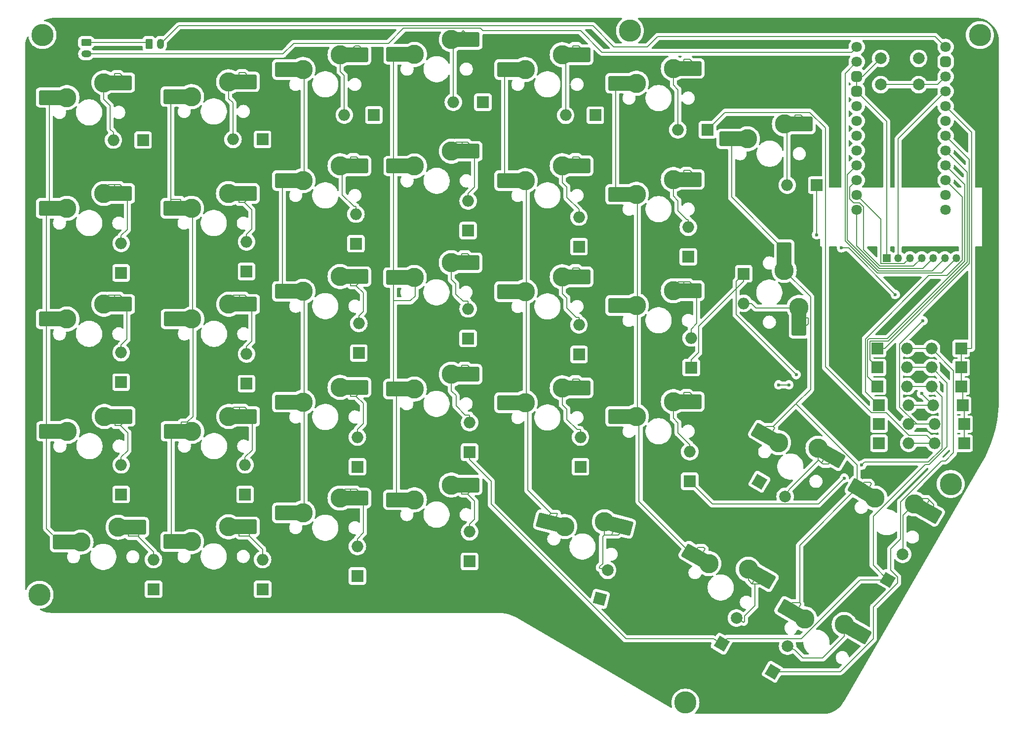
<source format=gbl>
%TF.GenerationSoftware,KiCad,Pcbnew,8.0.2-1*%
%TF.CreationDate,2024-06-04T11:33:54+02:00*%
%TF.ProjectId,keyboard,6b657962-6f61-4726-942e-6b696361645f,rev?*%
%TF.SameCoordinates,Original*%
%TF.FileFunction,Copper,L2,Bot*%
%TF.FilePolarity,Positive*%
%FSLAX46Y46*%
G04 Gerber Fmt 4.6, Leading zero omitted, Abs format (unit mm)*
G04 Created by KiCad (PCBNEW 8.0.2-1) date 2024-06-04 11:33:54*
%MOMM*%
%LPD*%
G01*
G04 APERTURE LIST*
G04 Aperture macros list*
%AMRoundRect*
0 Rectangle with rounded corners*
0 $1 Rounding radius*
0 $2 $3 $4 $5 $6 $7 $8 $9 X,Y pos of 4 corners*
0 Add a 4 corners polygon primitive as box body*
4,1,4,$2,$3,$4,$5,$6,$7,$8,$9,$2,$3,0*
0 Add four circle primitives for the rounded corners*
1,1,$1+$1,$2,$3*
1,1,$1+$1,$4,$5*
1,1,$1+$1,$6,$7*
1,1,$1+$1,$8,$9*
0 Add four rect primitives between the rounded corners*
20,1,$1+$1,$2,$3,$4,$5,0*
20,1,$1+$1,$4,$5,$6,$7,0*
20,1,$1+$1,$6,$7,$8,$9,0*
20,1,$1+$1,$8,$9,$2,$3,0*%
%AMHorizOval*
0 Thick line with rounded ends*
0 $1 width*
0 $2 $3 position (X,Y) of the first rounded end (center of the circle)*
0 $4 $5 position (X,Y) of the second rounded end (center of the circle)*
0 Add line between two ends*
20,1,$1,$2,$3,$4,$5,0*
0 Add two circle primitives to create the rounded ends*
1,1,$1,$2,$3*
1,1,$1,$4,$5*%
%AMRotRect*
0 Rectangle, with rotation*
0 The origin of the aperture is its center*
0 $1 length*
0 $2 width*
0 $3 Rotation angle, in degrees counterclockwise*
0 Add horizontal line*
21,1,$1,$2,0,0,$3*%
G04 Aperture macros list end*
%TA.AperFunction,ComponentPad*%
%ADD10C,3.800000*%
%TD*%
%TA.AperFunction,ComponentPad*%
%ADD11O,2.000000X2.000000*%
%TD*%
%TA.AperFunction,ComponentPad*%
%ADD12R,2.000000X2.000000*%
%TD*%
%TA.AperFunction,ComponentPad*%
%ADD13C,1.800000*%
%TD*%
%TA.AperFunction,ComponentPad*%
%ADD14RoundRect,0.450000X-0.450000X-0.450000X0.450000X-0.450000X0.450000X0.450000X-0.450000X0.450000X0*%
%TD*%
%TA.AperFunction,ComponentPad*%
%ADD15R,1.350000X1.350000*%
%TD*%
%TA.AperFunction,ComponentPad*%
%ADD16O,1.350000X1.350000*%
%TD*%
%TA.AperFunction,ComponentPad*%
%ADD17C,3.300000*%
%TD*%
%TA.AperFunction,SMDPad,CuDef*%
%ADD18R,2.500000X1.650000*%
%TD*%
%TA.AperFunction,SMDPad,CuDef*%
%ADD19RoundRect,0.250000X1.000000X-1.025000X1.000000X1.025000X-1.000000X1.025000X-1.000000X-1.025000X0*%
%TD*%
%TA.AperFunction,SMDPad,CuDef*%
%ADD20R,1.650000X2.500000*%
%TD*%
%TA.AperFunction,SMDPad,CuDef*%
%ADD21RoundRect,0.250000X1.025000X1.000000X-1.025000X1.000000X-1.025000X-1.000000X1.025000X-1.000000X0*%
%TD*%
%TA.AperFunction,ComponentPad*%
%ADD22RotRect,2.000000X2.000000X330.000000*%
%TD*%
%TA.AperFunction,ComponentPad*%
%ADD23HorizOval,2.000000X0.000000X0.000000X0.000000X0.000000X0*%
%TD*%
%TA.AperFunction,SMDPad,CuDef*%
%ADD24RotRect,1.650000X2.500000X330.000000*%
%TD*%
%TA.AperFunction,SMDPad,CuDef*%
%ADD25RoundRect,0.250000X1.387676X0.353525X-0.387676X1.378525X-1.387676X-0.353525X0.387676X-1.378525X0*%
%TD*%
%TA.AperFunction,SMDPad,CuDef*%
%ADD26RotRect,1.650000X2.500000X150.000000*%
%TD*%
%TA.AperFunction,ComponentPad*%
%ADD27RoundRect,0.250000X-0.625000X0.350000X-0.625000X-0.350000X0.625000X-0.350000X0.625000X0.350000X0*%
%TD*%
%TA.AperFunction,ComponentPad*%
%ADD28O,1.750000X1.200000*%
%TD*%
%TA.AperFunction,ComponentPad*%
%ADD29RotRect,2.000000X2.000000X60.000000*%
%TD*%
%TA.AperFunction,ComponentPad*%
%ADD30HorizOval,2.000000X0.000000X0.000000X0.000000X0.000000X0*%
%TD*%
%TA.AperFunction,SMDPad,CuDef*%
%ADD31RotRect,1.650000X2.500000X345.000000*%
%TD*%
%TA.AperFunction,SMDPad,CuDef*%
%ADD32RoundRect,0.250000X1.248893X0.700636X-0.731255X1.231215X-1.248893X-0.700636X0.731255X-1.231215X0*%
%TD*%
%TA.AperFunction,SMDPad,CuDef*%
%ADD33RotRect,1.650000X2.500000X165.000000*%
%TD*%
%TA.AperFunction,ComponentPad*%
%ADD34RotRect,2.000000X2.000000X75.000000*%
%TD*%
%TA.AperFunction,ComponentPad*%
%ADD35HorizOval,2.000000X0.000000X0.000000X0.000000X0.000000X0*%
%TD*%
%TA.AperFunction,ComponentPad*%
%ADD36RoundRect,0.250000X-0.350000X-0.625000X0.350000X-0.625000X0.350000X0.625000X-0.350000X0.625000X0*%
%TD*%
%TA.AperFunction,ComponentPad*%
%ADD37O,1.200000X1.750000*%
%TD*%
%TA.AperFunction,ComponentPad*%
%ADD38C,2.000000*%
%TD*%
%TA.AperFunction,ViaPad*%
%ADD39C,0.600000*%
%TD*%
%TA.AperFunction,Conductor*%
%ADD40C,0.200000*%
%TD*%
G04 APERTURE END LIST*
D10*
%TO.P,H1,1*%
%TO.N,N/C*%
X198250000Y-107500000D03*
%TD*%
D11*
%TO.P,D_I_[6:2]1,2,A*%
%TO.N,Net-(D[1:5]1-K)*%
X194960000Y-84250000D03*
D12*
%TO.P,D_I_[6:2]1,1,K*%
%TO.N,Pin_Interrupt*%
X200040000Y-84250000D03*
%TD*%
%TO.P,D_I[1:2]1,1,K*%
%TO.N,Pin_Interrupt*%
X200540000Y-100500000D03*
D11*
%TO.P,D_I[1:2]1,2,A*%
%TO.N,Net-(DI_[1:1]1-A)*%
X195460000Y-100500000D03*
%TD*%
D12*
%TO.P,D_I_[2:1]1,1,K*%
%TO.N,Pin_2*%
X185960000Y-97250000D03*
D11*
%TO.P,D_I_[2:1]1,2,A*%
%TO.N,Net-(D[1:1]1-K)*%
X191040000Y-97250000D03*
%TD*%
D12*
%TO.P,D_I_[2:2]1,1,K*%
%TO.N,Pin_Interrupt*%
X200540000Y-97250000D03*
D11*
%TO.P,D_I_[2:2]1,2,A*%
%TO.N,Net-(D[1:1]1-K)*%
X195460000Y-97250000D03*
%TD*%
D10*
%TO.P,H2,1*%
%TO.N,N/C*%
X42500000Y-30500000D03*
%TD*%
D12*
%TO.P,D_I_[4:1]1,1,K*%
%TO.N,Pin_4*%
X185710000Y-90750000D03*
D11*
%TO.P,D_I_[4:1]1,2,A*%
%TO.N,Net-(D[1:3]1-K)*%
X190790000Y-90750000D03*
%TD*%
D12*
%TO.P,D_I_[5:1]1,1,K*%
%TO.N,Pin_5*%
X185710000Y-87500000D03*
D11*
%TO.P,D_I_[5:1]1,2,A*%
%TO.N,Net-(D[1:4]1-K)*%
X190790000Y-87500000D03*
%TD*%
D10*
%TO.P,H3,1*%
%TO.N,N/C*%
X152750000Y-145000000D03*
%TD*%
D12*
%TO.P,D_I_[5:2]1,1,K*%
%TO.N,Pin_Interrupt*%
X200040000Y-87500000D03*
D11*
%TO.P,D_I_[5:2]1,2,A*%
%TO.N,Net-(D[1:4]1-K)*%
X194960000Y-87500000D03*
%TD*%
D12*
%TO.P,D_I_[3:1]1,1,K*%
%TO.N,Pin_3*%
X185920000Y-94000000D03*
D11*
%TO.P,D_I_[3:1]1,2,A*%
%TO.N,Net-(D[1:2]1-K)*%
X191000000Y-94000000D03*
%TD*%
D10*
%TO.P,H6,1*%
%TO.N,N/C*%
X143250000Y-29750000D03*
%TD*%
D13*
%TO.P,U1,1,1*%
%TO.N,B-*%
X182130000Y-32530000D03*
%TO.P,U1,2,0*%
%TO.N,DISPL_CS*%
X182130000Y-35070000D03*
D14*
%TO.P,U1,3,GND*%
%TO.N,GND*%
X182130000Y-37610000D03*
%TO.P,U1,4,GND*%
X182130000Y-40150000D03*
D13*
%TO.P,U1,5,2*%
%TO.N,unconnected-(U1-2-Pad5)*%
X182130000Y-42690000D03*
%TO.P,U1,6,3*%
%TO.N,unconnected-(U1-3-Pad6)*%
X182130000Y-45230000D03*
%TO.P,U1,7,4*%
%TO.N,unconnected-(U1-4-Pad7)*%
X182130000Y-47770000D03*
%TO.P,U1,8,5*%
%TO.N,unconnected-(U1-5-Pad8)*%
X182130000Y-50310000D03*
%TO.P,U1,9,6*%
%TO.N,DISPL_DC*%
X182130000Y-52850000D03*
%TO.P,U1,10,7*%
%TO.N,DISPL_D1_MOSI*%
X182130000Y-55390000D03*
%TO.P,U1,11,8*%
%TO.N,DISPL_D0_SCK*%
X182130000Y-57930000D03*
%TO.P,U1,12,9*%
%TO.N,DISPL_RES*%
X182130000Y-60470000D03*
%TO.P,U1,13,B+*%
%TO.N,SW_B+*%
X197370000Y-32530000D03*
D14*
%TO.P,U1,14,GND*%
%TO.N,GND*%
X197370000Y-35070000D03*
D13*
%TO.P,U1,15,RST*%
%TO.N,RESET*%
X197370000Y-37610000D03*
%TO.P,U1,16,3.3v*%
%TO.N,VCC_3.3V*%
X197370000Y-40150000D03*
%TO.P,U1,17,21*%
%TO.N,Pin_Interrupt*%
X197370000Y-42690000D03*
%TO.P,U1,18,20*%
%TO.N,Pin_7*%
X197370000Y-45230000D03*
%TO.P,U1,19,19*%
%TO.N,Pin_6*%
X197370000Y-47770000D03*
%TO.P,U1,20,18*%
%TO.N,Pin_5*%
X197370000Y-50310000D03*
%TO.P,U1,21,15*%
%TO.N,Pin_4*%
X197370000Y-52850000D03*
%TO.P,U1,22,14*%
%TO.N,Pin_3*%
X197370000Y-55390000D03*
%TO.P,U1,23,16*%
%TO.N,Pin_2*%
X197370000Y-57930000D03*
%TO.P,U1,24,10*%
%TO.N,Pin_1*%
X197370000Y-60470000D03*
%TD*%
D10*
%TO.P,H7,1*%
%TO.N,N/C*%
X203250000Y-30500000D03*
%TD*%
D12*
%TO.P,D_I_[4:2]1,1,K*%
%TO.N,Pin_Interrupt*%
X200040000Y-90750000D03*
D11*
%TO.P,D_I_[4:2]1,2,A*%
%TO.N,Net-(D[1:3]1-K)*%
X194960000Y-90750000D03*
%TD*%
D12*
%TO.P,D_I_[3:2]1,1,K*%
%TO.N,Pin_Interrupt*%
X200290000Y-94000000D03*
D11*
%TO.P,D_I_[3:2]1,2,A*%
%TO.N,Net-(D[1:2]1-K)*%
X195210000Y-94000000D03*
%TD*%
D12*
%TO.P,D_I_[6:1]1,1,K*%
%TO.N,Pin_6*%
X185710000Y-84250000D03*
D11*
%TO.P,D_I_[6:1]1,2,A*%
%TO.N,Net-(D[1:5]1-K)*%
X190790000Y-84250000D03*
%TD*%
D10*
%TO.P,H5,1*%
%TO.N,N/C*%
X42000000Y-126500000D03*
%TD*%
D15*
%TO.P,Display_conn1,1,Pin_1*%
%TO.N,GND*%
X187250000Y-68750000D03*
D16*
%TO.P,Display_conn1,2,Pin_2*%
%TO.N,VCC_3.3V*%
X189250000Y-68750000D03*
%TO.P,Display_conn1,3,Pin_3*%
%TO.N,DISPL_D0_SCK*%
X191250000Y-68750000D03*
%TO.P,Display_conn1,4,Pin_4*%
%TO.N,DISPL_D1_MOSI*%
X193250000Y-68750000D03*
%TO.P,Display_conn1,5,Pin_5*%
%TO.N,DISPL_RES*%
X195250000Y-68750000D03*
%TO.P,Display_conn1,6,Pin_6*%
%TO.N,DISPL_DC*%
X197250000Y-68750000D03*
%TO.P,Display_conn1,7,Pin_7*%
%TO.N,DISPL_CS*%
X199250000Y-68750000D03*
%TD*%
D12*
%TO.P,D[3:2]1,1,K*%
%TO.N,Net-(D[1:1]1-K)*%
X96250000Y-66290000D03*
D11*
%TO.P,D[3:2]1,2,A*%
%TO.N,Net-(D[3:2]1-A)*%
X96250000Y-61210000D03*
%TD*%
D17*
%TO.P,SW_[7:2]1,1,1*%
%TO.N,Pin_7*%
X169690000Y-70860000D03*
D18*
X169690000Y-69035000D03*
D19*
X169690000Y-67310000D03*
%TO.P,SW_[7:2]1,2,2*%
%TO.N,Net-(D[7:2]1-A)*%
X172230000Y-80760000D03*
D18*
X172230000Y-79010000D03*
D17*
X172230000Y-77210000D03*
%TD*%
%TO.P,SW_[1:4]1,1,1*%
%TO.N,Pin_1*%
X46770000Y-98460000D03*
D20*
X44945000Y-98460000D03*
D21*
X43220000Y-98460000D03*
%TO.P,SW_[1:4]1,2,2*%
%TO.N,Net-(D[1:4]1-A)*%
X56670000Y-95920000D03*
D20*
X54920000Y-95920000D03*
D17*
X53120000Y-95920000D03*
%TD*%
D12*
%TO.P,D[4:2]1,1,K*%
%TO.N,Net-(D[1:1]1-K)*%
X115500000Y-64040000D03*
D11*
%TO.P,D[4:2]1,2,A*%
%TO.N,Net-(D[4:2]1-A)*%
X115500000Y-58960000D03*
%TD*%
D12*
%TO.P,D[5:1]1,1,K*%
%TO.N,Net-(DI_[1:1]1-A)*%
X137290000Y-44250000D03*
D11*
%TO.P,D[5:1]1,2,A*%
%TO.N,Net-(D[5:1]1-A)*%
X132210000Y-44250000D03*
%TD*%
D12*
%TO.P,D[1:5]1,1,K*%
%TO.N,Net-(D[1:5]1-K)*%
X61540000Y-125540000D03*
D11*
%TO.P,D[1:5]1,2,A*%
%TO.N,Net-(D[1:5]1-A)*%
X61540000Y-120460000D03*
%TD*%
D12*
%TO.P,D[6:2]1,1,K*%
%TO.N,Net-(D[1:1]1-K)*%
X153250000Y-68540000D03*
D11*
%TO.P,D[6:2]1,2,A*%
%TO.N,Net-(D[6:2]1-A)*%
X153250000Y-63460000D03*
%TD*%
D17*
%TO.P,SW_[6:1]1,1,1*%
%TO.N,Pin_6*%
X144340000Y-38760000D03*
D20*
X142515000Y-38760000D03*
D21*
X140790000Y-38760000D03*
%TO.P,SW_[6:1]1,2,2*%
%TO.N,Net-(D[6:1]1-A)*%
X154240000Y-36220000D03*
D20*
X152490000Y-36220000D03*
D17*
X150690000Y-36220000D03*
%TD*%
D12*
%TO.P,D[5:2]1,1,K*%
%TO.N,Net-(D[1:1]1-K)*%
X134500000Y-66790000D03*
D11*
%TO.P,D[5:2]1,2,A*%
%TO.N,Net-(D[5:2]1-A)*%
X134500000Y-61710000D03*
%TD*%
D17*
%TO.P,SW_[2:4]1,1,1*%
%TO.N,Pin_2*%
X68110000Y-98460000D03*
D20*
X66285000Y-98460000D03*
D21*
X64560000Y-98460000D03*
%TO.P,SW_[2:4]1,2,2*%
%TO.N,Net-(D[2:4]1-A)*%
X78010000Y-95920000D03*
D20*
X76260000Y-95920000D03*
D17*
X74460000Y-95920000D03*
%TD*%
%TO.P,SW_[2:5]1,1,1*%
%TO.N,Pin_2*%
X68054800Y-117390500D03*
D20*
X66229800Y-117390500D03*
D21*
X64504800Y-117390500D03*
%TO.P,SW_[2:5]1,2,2*%
%TO.N,Net-(D[2:5]1-A)*%
X77954800Y-114850500D03*
D20*
X76204800Y-114850500D03*
D17*
X74404800Y-114850500D03*
%TD*%
%TO.P,SW_[1:3]1,1,1*%
%TO.N,Pin_1*%
X46690000Y-79210000D03*
D20*
X44865000Y-79210000D03*
D21*
X43140000Y-79210000D03*
%TO.P,SW_[1:3]1,2,2*%
%TO.N,Net-(D[1:3]1-A)*%
X56590000Y-76670000D03*
D20*
X54840000Y-76670000D03*
D17*
X53040000Y-76670000D03*
%TD*%
D12*
%TO.P,D[6:1]1,1,K*%
%TO.N,Net-(DI_[1:1]1-A)*%
X156540000Y-46750000D03*
D11*
%TO.P,D[6:1]1,2,A*%
%TO.N,Net-(D[6:1]1-A)*%
X151460000Y-46750000D03*
%TD*%
D12*
%TO.P,D[4:5]1,1,K*%
%TO.N,Net-(D[1:5]1-K)*%
X115750000Y-120790000D03*
D11*
%TO.P,D[4:5]1,2,A*%
%TO.N,Net-(D[4:5]1-A)*%
X115750000Y-115710000D03*
%TD*%
D22*
%TO.P,D[7:3]1,1,K*%
%TO.N,Net-(D[1:3]1-K)*%
X165446100Y-107092500D03*
D23*
%TO.P,D[7:3]1,2,A*%
%TO.N,Net-(D[7:3]1-A)*%
X169845509Y-109632500D03*
%TD*%
D17*
%TO.P,SW_[6:3]1,1,1*%
%TO.N,Pin_6*%
X144340000Y-76890500D03*
D20*
X142515000Y-76890500D03*
D21*
X140790000Y-76890500D03*
%TO.P,SW_[6:3]1,2,2*%
%TO.N,Net-(D[6:3]1-A)*%
X154240000Y-74350500D03*
D20*
X152490000Y-74350500D03*
D17*
X150690000Y-74350500D03*
%TD*%
%TO.P,SW_[6:5]1,1,1*%
%TO.N,Pin_6*%
X156770444Y-121145295D03*
D24*
X155189947Y-120232795D03*
D25*
X153696053Y-119370295D03*
%TO.P,SW_[6:5]1,2,2*%
%TO.N,Net-(D[6:5]1-A)*%
X166614095Y-123895591D03*
D26*
X165098550Y-123020591D03*
D17*
X163539705Y-122120591D03*
%TD*%
%TO.P,SW_[2:2]1,1,1*%
%TO.N,Pin_2*%
X68054800Y-60210000D03*
D20*
X66229800Y-60210000D03*
D21*
X64504800Y-60210000D03*
%TO.P,SW_[2:2]1,2,2*%
%TO.N,Net-(D[2:2]1-A)*%
X77954800Y-57670000D03*
D20*
X76204800Y-57670000D03*
D17*
X74404800Y-57670000D03*
%TD*%
D27*
%TO.P,Battery1,1,Pin_1*%
%TO.N,B+*%
X50000000Y-31750000D03*
D28*
%TO.P,Battery1,2,Pin_2*%
%TO.N,B-*%
X50000000Y-33750000D03*
%TD*%
D17*
%TO.P,SW_[4:3]1,1,1*%
%TO.N,Pin_4*%
X106254800Y-72090500D03*
D20*
X104429800Y-72090500D03*
D21*
X102704800Y-72090500D03*
%TO.P,SW_[4:3]1,2,2*%
%TO.N,Net-(D[4:3]1-A)*%
X116154800Y-69550500D03*
D20*
X114404800Y-69550500D03*
D17*
X112604800Y-69550500D03*
%TD*%
D12*
%TO.P,D[1:1]1,1,K*%
%TO.N,Net-(D[1:1]1-K)*%
X59740000Y-48500000D03*
D11*
%TO.P,D[1:1]1,2,A*%
%TO.N,Net-(D[1:1]1-A)*%
X54660000Y-48500000D03*
%TD*%
D12*
%TO.P,D[4:1]1,1,K*%
%TO.N,Net-(DI_[1:1]1-A)*%
X118040000Y-42000000D03*
D11*
%TO.P,D[4:1]1,2,A*%
%TO.N,Net-(D[4:1]1-A)*%
X112960000Y-42000000D03*
%TD*%
D12*
%TO.P,D[2:4]1,1,K*%
%TO.N,Net-(D[1:4]1-K)*%
X77250000Y-109290000D03*
D11*
%TO.P,D[2:4]1,2,A*%
%TO.N,Net-(D[2:4]1-A)*%
X77250000Y-104210000D03*
%TD*%
D12*
%TO.P,D[1:4]1,1,K*%
%TO.N,Net-(D[1:4]1-K)*%
X56000000Y-109290000D03*
D11*
%TO.P,D[1:4]1,2,A*%
%TO.N,Net-(D[1:4]1-A)*%
X56000000Y-104210000D03*
%TD*%
D29*
%TO.P,D[6:5]1,1,K*%
%TO.N,Net-(D[1:4]1-K)*%
X158960000Y-134899400D03*
D30*
%TO.P,D[6:5]1,2,A*%
%TO.N,Net-(D[6:5]1-A)*%
X161500000Y-130499991D03*
%TD*%
D17*
%TO.P,SW_[6:4]1,1,1*%
%TO.N,Pin_6*%
X144340000Y-95910000D03*
D20*
X142515000Y-95910000D03*
D21*
X140790000Y-95910000D03*
%TO.P,SW_[6:4]1,2,2*%
%TO.N,Net-(D[6:4]1-A)*%
X154240000Y-93370000D03*
D20*
X152490000Y-93370000D03*
D17*
X150690000Y-93370000D03*
%TD*%
%TO.P,SW_[5:5]1,1,1*%
%TO.N,Pin_5*%
X132070323Y-114795649D03*
D31*
X130307510Y-114323302D03*
D32*
X128641286Y-113876841D03*
%TO.P,SW_[5:5]1,2,2*%
%TO.N,Net-(D[5:5]1-A)*%
X142290389Y-114904505D03*
D33*
X140600020Y-114451572D03*
D17*
X138861354Y-113985696D03*
%TD*%
D12*
%TO.P,D[6:4]1,1,K*%
%TO.N,Net-(D[1:3]1-K)*%
X153500000Y-107040000D03*
D11*
%TO.P,D[6:4]1,2,A*%
%TO.N,Net-(D[6:4]1-A)*%
X153500000Y-101960000D03*
%TD*%
D17*
%TO.P,SW_[7:3]1,1,1*%
%TO.N,Pin_7*%
X168721044Y-100405295D03*
D24*
X167140547Y-99492795D03*
D25*
X165646653Y-98630295D03*
%TO.P,SW_[7:3]1,2,2*%
%TO.N,Net-(D[7:3]1-A)*%
X178564695Y-103155591D03*
D26*
X177049150Y-102280591D03*
D17*
X175490305Y-101380591D03*
%TD*%
%TO.P,SW_[3:1]1,1,1*%
%TO.N,Pin_3*%
X87190000Y-36410600D03*
D20*
X85365000Y-36410600D03*
D21*
X83640000Y-36410600D03*
%TO.P,SW_[3:1]1,2,2*%
%TO.N,Net-(D[3:1]1-A)*%
X97090000Y-33870600D03*
D20*
X95340000Y-33870600D03*
D17*
X93540000Y-33870600D03*
%TD*%
%TO.P,SW_[6:2]1,1,1*%
%TO.N,Pin_6*%
X144340000Y-57810000D03*
D20*
X142515000Y-57810000D03*
D21*
X140790000Y-57810000D03*
%TO.P,SW_[6:2]1,2,2*%
%TO.N,Net-(D[6:2]1-A)*%
X154240000Y-55270000D03*
D20*
X152490000Y-55270000D03*
D17*
X150690000Y-55270000D03*
%TD*%
D12*
%TO.P,D[5:4]1,1,K*%
%TO.N,Net-(D[1:3]1-K)*%
X134750000Y-104540000D03*
D11*
%TO.P,D[5:4]1,2,A*%
%TO.N,Net-(D[5:4]1-A)*%
X134750000Y-99460000D03*
%TD*%
D34*
%TO.P,D[5:5]1,1,K*%
%TO.N,Net-(D[1:5]1-K)*%
X138092600Y-127203500D03*
D35*
%TO.P,D[5:5]1,2,A*%
%TO.N,Net-(D[5:5]1-A)*%
X139407401Y-122296597D03*
%TD*%
D12*
%TO.P,D[1:2]1,1,K*%
%TO.N,Net-(D[1:2]1-K)*%
X56000000Y-71290000D03*
D11*
%TO.P,D[1:2]1,2,A*%
%TO.N,Net-(D[1:2]1-A)*%
X56000000Y-66210000D03*
%TD*%
D12*
%TO.P,D[2:3]1,1,K*%
%TO.N,Net-(D[1:3]1-K)*%
X77500000Y-90290000D03*
D11*
%TO.P,D[2:3]1,2,A*%
%TO.N,Net-(D[2:3]1-A)*%
X77500000Y-85210000D03*
%TD*%
D17*
%TO.P,SW_[5:3]1,1,1*%
%TO.N,Pin_5*%
X125290000Y-74510000D03*
D20*
X123465000Y-74510000D03*
D21*
X121740000Y-74510000D03*
%TO.P,SW_[5:3]1,2,2*%
%TO.N,Net-(D[5:3]1-A)*%
X135190000Y-71970000D03*
D20*
X133440000Y-71970000D03*
D17*
X131640000Y-71970000D03*
%TD*%
D12*
%TO.P,D[2:2]1,1,K*%
%TO.N,Net-(D[1:2]1-K)*%
X77500000Y-71040000D03*
D11*
%TO.P,D[2:2]1,2,A*%
%TO.N,Net-(D[2:2]1-A)*%
X77500000Y-65960000D03*
%TD*%
D17*
%TO.P,SW_[7:5]1,1,1*%
%TO.N,Pin_7*%
X173220444Y-130645295D03*
D24*
X171639947Y-129732795D03*
D25*
X170146053Y-128870295D03*
%TO.P,SW_[7:5]1,2,2*%
%TO.N,Net-(D[7:5]1-A)*%
X183064095Y-133395591D03*
D26*
X181548550Y-132520591D03*
D17*
X179989705Y-131620591D03*
%TD*%
%TO.P,SW_[3:4]1,1,1*%
%TO.N,Pin_3*%
X87190000Y-93460000D03*
D20*
X85365000Y-93460000D03*
D21*
X83640000Y-93460000D03*
%TO.P,SW_[3:4]1,2,2*%
%TO.N,Net-(D[3:4]1-A)*%
X97090000Y-90920000D03*
D20*
X95340000Y-90920000D03*
D17*
X93540000Y-90920000D03*
%TD*%
D12*
%TO.P,D[3:5]1,1,K*%
%TO.N,Net-(D[1:5]1-K)*%
X96500000Y-123290000D03*
D11*
%TO.P,D[3:5]1,2,A*%
%TO.N,Net-(D[3:5]1-A)*%
X96500000Y-118210000D03*
%TD*%
D12*
%TO.P,D[1:3]1,1,K*%
%TO.N,Net-(D[1:3]1-K)*%
X56000000Y-90040000D03*
D11*
%TO.P,D[1:3]1,2,A*%
%TO.N,Net-(D[1:3]1-A)*%
X56000000Y-84960000D03*
%TD*%
D12*
%TO.P,D[4:4]1,1,K*%
%TO.N,Net-(D[1:4]1-K)*%
X115750000Y-102040000D03*
D11*
%TO.P,D[4:4]1,2,A*%
%TO.N,Net-(D[4:4]1-A)*%
X115750000Y-96960000D03*
%TD*%
D17*
%TO.P,SW_[5:1]1,1,1*%
%TO.N,Pin_5*%
X125290000Y-36410000D03*
D20*
X123465000Y-36410000D03*
D21*
X121740000Y-36410000D03*
%TO.P,SW_[5:1]1,2,2*%
%TO.N,Net-(D[5:1]1-A)*%
X135190000Y-33870000D03*
D20*
X133440000Y-33870000D03*
D17*
X131640000Y-33870000D03*
%TD*%
D12*
%TO.P,D[7:1]1,1,K*%
%TO.N,Net-(D[1:1]1-K)*%
X175290000Y-56250000D03*
D11*
%TO.P,D[7:1]1,2,A*%
%TO.N,Net-(D[7:1]1-A)*%
X170210000Y-56250000D03*
%TD*%
D12*
%TO.P,DI_[1:1]1,1,K*%
%TO.N,Pin_1*%
X185960000Y-100500000D03*
D11*
%TO.P,DI_[1:1]1,2,A*%
%TO.N,Net-(DI_[1:1]1-A)*%
X191040000Y-100500000D03*
%TD*%
D17*
%TO.P,SW_[4:5]1,1,1*%
%TO.N,Pin_4*%
X106270000Y-110210000D03*
D20*
X104445000Y-110210000D03*
D21*
X102720000Y-110210000D03*
%TO.P,SW_[4:5]1,2,2*%
%TO.N,Net-(D[4:5]1-A)*%
X116170000Y-107670000D03*
D20*
X114420000Y-107670000D03*
D17*
X112620000Y-107670000D03*
%TD*%
%TO.P,SW_[1:5]1,1,1*%
%TO.N,Pin_1*%
X49110000Y-117460000D03*
D20*
X47285000Y-117460000D03*
D21*
X45560000Y-117460000D03*
%TO.P,SW_[1:5]1,2,2*%
%TO.N,Net-(D[1:5]1-A)*%
X59010000Y-114920000D03*
D20*
X57260000Y-114920000D03*
D17*
X55460000Y-114920000D03*
%TD*%
%TO.P,SW_[4:4]1,1,1*%
%TO.N,Pin_4*%
X106270000Y-91210000D03*
D20*
X104445000Y-91210000D03*
D21*
X102720000Y-91210000D03*
%TO.P,SW_[4:4]1,2,2*%
%TO.N,Net-(D[4:4]1-A)*%
X116170000Y-88670000D03*
D20*
X114420000Y-88670000D03*
D17*
X112620000Y-88670000D03*
%TD*%
%TO.P,SW_[2:1]1,1,1*%
%TO.N,Pin_2*%
X68070000Y-41060000D03*
D20*
X66245000Y-41060000D03*
D21*
X64520000Y-41060000D03*
%TO.P,SW_[2:1]1,2,2*%
%TO.N,Net-(D[2:1]1-A)*%
X77970000Y-38520000D03*
D20*
X76220000Y-38520000D03*
D17*
X74420000Y-38520000D03*
%TD*%
D12*
%TO.P,D[7:2]1,1,K*%
%TO.N,Net-(D[1:2]1-K)*%
X162750000Y-71435000D03*
D11*
%TO.P,D[7:2]1,2,A*%
%TO.N,Net-(D[7:2]1-A)*%
X162750000Y-76515000D03*
%TD*%
D17*
%TO.P,SW_[5:4]1,1,1*%
%TO.N,Pin_5*%
X125290000Y-93560000D03*
D20*
X123465000Y-93560000D03*
D21*
X121740000Y-93560000D03*
%TO.P,SW_[5:4]1,2,2*%
%TO.N,Net-(D[5:4]1-A)*%
X135190000Y-91020000D03*
D20*
X133440000Y-91020000D03*
D17*
X131640000Y-91020000D03*
%TD*%
D12*
%TO.P,D[2:5]1,1,K*%
%TO.N,Net-(D[1:5]1-K)*%
X80250000Y-125540000D03*
D11*
%TO.P,D[2:5]1,2,A*%
%TO.N,Net-(D[2:5]1-A)*%
X80250000Y-120460000D03*
%TD*%
D29*
%TO.P,D[7:5]1,1,K*%
%TO.N,Net-(D[1:5]1-K)*%
X167730000Y-139699700D03*
D30*
%TO.P,D[7:5]1,2,A*%
%TO.N,Net-(D[7:5]1-A)*%
X170270000Y-135300291D03*
%TD*%
D17*
%TO.P,SW_[2:3]1,1,1*%
%TO.N,Pin_2*%
X68110000Y-79210000D03*
D20*
X66285000Y-79210000D03*
D21*
X64560000Y-79210000D03*
%TO.P,SW_[2:3]1,2,2*%
%TO.N,Net-(D[2:3]1-A)*%
X78010000Y-76670000D03*
D20*
X76260000Y-76670000D03*
D17*
X74460000Y-76670000D03*
%TD*%
D36*
%TO.P,ON/OFF1,1,Pin_1*%
%TO.N,B+*%
X60750000Y-32000000D03*
D37*
%TO.P,ON/OFF1,2,Pin_2*%
%TO.N,SW_B+*%
X62750000Y-32000000D03*
%TD*%
D17*
%TO.P,SW_[4:2]1,1,1*%
%TO.N,Pin_4*%
X106290000Y-52960000D03*
D20*
X104465000Y-52960000D03*
D21*
X102740000Y-52960000D03*
%TO.P,SW_[4:2]1,2,2*%
%TO.N,Net-(D[4:2]1-A)*%
X116190000Y-50420000D03*
D20*
X114440000Y-50420000D03*
D17*
X112640000Y-50420000D03*
%TD*%
D38*
%TO.P,SW1,1*%
%TO.N,GND*%
X192750000Y-34500000D03*
X186250000Y-34500000D03*
%TO.P,SW1,2*%
%TO.N,RESET*%
X192750000Y-39000000D03*
X186250000Y-39000000D03*
%TD*%
D17*
%TO.P,SW_[4:1]1,1,1*%
%TO.N,Pin_4*%
X106290000Y-33810000D03*
D20*
X104465000Y-33810000D03*
D21*
X102740000Y-33810000D03*
%TO.P,SW_[4:1]1,2,2*%
%TO.N,Net-(D[4:1]1-A)*%
X116190000Y-31270000D03*
D20*
X114440000Y-31270000D03*
D17*
X112640000Y-31270000D03*
%TD*%
D29*
%TO.P,D[7:4]1,1,K*%
%TO.N,Net-(D[1:4]1-K)*%
X187480000Y-123949700D03*
D30*
%TO.P,D[7:4]1,2,A*%
%TO.N,Net-(D[7:4]1-A)*%
X190020000Y-119550291D03*
%TD*%
D17*
%TO.P,SW_[3:5]1,1,1*%
%TO.N,Pin_3*%
X87190000Y-112460000D03*
D20*
X85365000Y-112460000D03*
D21*
X83640000Y-112460000D03*
%TO.P,SW_[3:5]1,2,2*%
%TO.N,Net-(D[3:5]1-A)*%
X97090000Y-109920000D03*
D20*
X95340000Y-109920000D03*
D17*
X93540000Y-109920000D03*
%TD*%
D12*
%TO.P,D[3:3]1,1,K*%
%TO.N,Net-(D[1:3]1-K)*%
X96750000Y-85040000D03*
D11*
%TO.P,D[3:3]1,2,A*%
%TO.N,Net-(D[3:3]1-A)*%
X96750000Y-79960000D03*
%TD*%
D12*
%TO.P,D[3:4]1,1,K*%
%TO.N,Net-(D[1:4]1-K)*%
X96500000Y-104540000D03*
D11*
%TO.P,D[3:4]1,2,A*%
%TO.N,Net-(D[3:4]1-A)*%
X96500000Y-99460000D03*
%TD*%
D17*
%TO.P,SW_[7:4]1,1,1*%
%TO.N,Pin_7*%
X185270444Y-109945295D03*
D24*
X183689947Y-109032795D03*
D25*
X182196053Y-108170295D03*
%TO.P,SW_[7:4]1,2,2*%
%TO.N,Net-(D[7:4]1-A)*%
X195114095Y-112695591D03*
D26*
X193598550Y-111820591D03*
D17*
X192039705Y-110920591D03*
%TD*%
%TO.P,SW_[1:1]1,1,1*%
%TO.N,Pin_1*%
X46690000Y-41210000D03*
D20*
X44865000Y-41210000D03*
D21*
X43140000Y-41210000D03*
%TO.P,SW_[1:1]1,2,2*%
%TO.N,Net-(D[1:1]1-A)*%
X56590000Y-38670000D03*
D20*
X54840000Y-38670000D03*
D17*
X53040000Y-38670000D03*
%TD*%
%TO.P,SW_[5:2]1,1,1*%
%TO.N,Pin_5*%
X125290000Y-55460000D03*
D20*
X123465000Y-55460000D03*
D21*
X121740000Y-55460000D03*
%TO.P,SW_[5:2]1,2,2*%
%TO.N,Net-(D[5:2]1-A)*%
X135190000Y-52920000D03*
D20*
X133440000Y-52920000D03*
D17*
X131640000Y-52920000D03*
%TD*%
D12*
%TO.P,D[6:3]1,1,K*%
%TO.N,Net-(D[1:2]1-K)*%
X153750000Y-87540000D03*
D11*
%TO.P,D[6:3]1,2,A*%
%TO.N,Net-(D[6:3]1-A)*%
X153750000Y-82460000D03*
%TD*%
D17*
%TO.P,SW_[3:2]1,1,1*%
%TO.N,Pin_3*%
X87190000Y-55460100D03*
D20*
X85365000Y-55460100D03*
D21*
X83640000Y-55460100D03*
%TO.P,SW_[3:2]1,2,2*%
%TO.N,Net-(D[3:2]1-A)*%
X97090000Y-52920100D03*
D20*
X95340000Y-52920100D03*
D17*
X93540000Y-52920100D03*
%TD*%
D12*
%TO.P,D[5:3]1,1,K*%
%TO.N,Net-(D[1:2]1-K)*%
X134500000Y-85290000D03*
D11*
%TO.P,D[5:3]1,2,A*%
%TO.N,Net-(D[5:3]1-A)*%
X134500000Y-80210000D03*
%TD*%
D12*
%TO.P,D[4:3]1,1,K*%
%TO.N,Net-(D[1:2]1-K)*%
X115500000Y-82540000D03*
D11*
%TO.P,D[4:3]1,2,A*%
%TO.N,Net-(D[4:3]1-A)*%
X115500000Y-77460000D03*
%TD*%
D17*
%TO.P,SW_[1:2]1,1,1*%
%TO.N,Pin_1*%
X46690000Y-60210000D03*
D20*
X44865000Y-60210000D03*
D21*
X43140000Y-60210000D03*
%TO.P,SW_[1:2]1,2,2*%
%TO.N,Net-(D[1:2]1-A)*%
X56590000Y-57670000D03*
D20*
X54840000Y-57670000D03*
D17*
X53040000Y-57670000D03*
%TD*%
D12*
%TO.P,D[2:1]1,1,K*%
%TO.N,Net-(DI_[1:1]1-A)*%
X80240000Y-48400000D03*
D11*
%TO.P,D[2:1]1,2,A*%
%TO.N,Net-(D[2:1]1-A)*%
X75160000Y-48400000D03*
%TD*%
D17*
%TO.P,SW_[3:3]1,1,1*%
%TO.N,Pin_3*%
X87190000Y-74460000D03*
D20*
X85365000Y-74460000D03*
D21*
X83640000Y-74460000D03*
%TO.P,SW_[3:3]1,2,2*%
%TO.N,Net-(D[3:3]1-A)*%
X97090000Y-71920000D03*
D20*
X95340000Y-71920000D03*
D17*
X93540000Y-71920000D03*
%TD*%
%TO.P,SW_[7:1]1,1,1*%
%TO.N,Pin_7*%
X163390000Y-48310000D03*
D20*
X161565000Y-48310000D03*
D21*
X159840000Y-48310000D03*
%TO.P,SW_[7:1]1,2,2*%
%TO.N,Net-(D[7:1]1-A)*%
X173290000Y-45770000D03*
D20*
X171540000Y-45770000D03*
D17*
X169740000Y-45770000D03*
%TD*%
D12*
%TO.P,D[3:1]1,1,K*%
%TO.N,Net-(DI_[1:1]1-A)*%
X99340000Y-44200000D03*
D11*
%TO.P,D[3:1]1,2,A*%
%TO.N,Net-(D[3:1]1-A)*%
X94260000Y-44200000D03*
%TD*%
D39*
%TO.N,Net-(D[1:2]1-K)*%
X171750000Y-88750000D03*
X193250000Y-92000000D03*
%TO.N,Net-(D[1:1]1-K)*%
X175250000Y-64750000D03*
X179500000Y-67000000D03*
X193500000Y-79500000D03*
X188750000Y-75000000D03*
%TO.N,Net-(D[1:3]1-K)*%
X183000000Y-104250000D03*
X180000000Y-106500000D03*
%TO.N,Pin_2*%
X170500000Y-90500000D03*
X168750000Y-90500000D03*
%TD*%
D40*
%TO.N,Pin_Interrupt*%
X197370000Y-42690000D02*
X201849992Y-47169992D01*
X201849992Y-84150008D02*
X201750000Y-84250000D01*
X201849992Y-47169992D02*
X201849992Y-84150008D01*
X201750000Y-84250000D02*
X200040000Y-84250000D01*
%TO.N,Net-(D[1:2]1-K)*%
X195210000Y-94000000D02*
X193250000Y-92040000D01*
X193250000Y-92040000D02*
X193250000Y-92000000D01*
X161450000Y-78450000D02*
X161450000Y-72735000D01*
X171750000Y-88750000D02*
X161450000Y-78450000D01*
X161450000Y-72735000D02*
X162750000Y-71435000D01*
%TO.N,DISPL_DC*%
X180530000Y-65648628D02*
X180530000Y-54450000D01*
%TO.N,DISPL_CS*%
X180130000Y-65814314D02*
X180130000Y-37070000D01*
%TO.N,Net-(D[1:1]1-K)*%
X195460000Y-97250000D02*
X192411522Y-97250000D01*
%TO.N,DISPL_CS*%
X180130000Y-37070000D02*
X182130000Y-35070000D01*
%TO.N,DISPL_D0_SCK*%
X190275000Y-69725000D02*
X186303430Y-69725000D01*
%TO.N,DISPL_D1_MOSI*%
X180930000Y-58567057D02*
X180930000Y-56590000D01*
%TO.N,DISPL_DC*%
X185806372Y-70925000D02*
X180530000Y-65648628D01*
%TO.N,DISPL_CS*%
X185640686Y-71325000D02*
X180130000Y-65814314D01*
%TO.N,Net-(D[1:1]1-K)*%
X180750000Y-67000000D02*
X179500000Y-67000000D01*
%TO.N,DISPL_RES*%
X193475000Y-70525000D02*
X185972058Y-70525000D01*
%TO.N,DISPL_D0_SCK*%
X191250000Y-68750000D02*
X190275000Y-69725000D01*
%TO.N,DISPL_CS*%
X199250000Y-68750000D02*
X196675000Y-71325000D01*
%TO.N,DISPL_DC*%
X180530000Y-54450000D02*
X182130000Y-52850000D01*
%TO.N,DISPL_D1_MOSI*%
X180930000Y-56590000D02*
X182130000Y-55390000D01*
%TO.N,Net-(D[1:1]1-K)*%
X188750000Y-75000000D02*
X180750000Y-67000000D01*
%TO.N,DISPL_D1_MOSI*%
X182627057Y-59270000D02*
X181632943Y-59270000D01*
X181632943Y-59270000D02*
X180930000Y-58567057D01*
%TO.N,Net-(D[1:1]1-K)*%
X189490000Y-94328478D02*
X189490000Y-83510000D01*
X192411522Y-97250000D02*
X189490000Y-94328478D01*
%TO.N,DISPL_RES*%
X185972058Y-70525000D02*
X182130000Y-66682942D01*
%TO.N,Net-(D[1:1]1-K)*%
X189490000Y-83510000D02*
X193500000Y-79500000D01*
%TO.N,DISPL_D0_SCK*%
X186275000Y-62075000D02*
X182130000Y-57930000D01*
%TO.N,DISPL_DC*%
X197250000Y-68750000D02*
X195075000Y-70925000D01*
%TO.N,DISPL_RES*%
X182130000Y-66682942D02*
X182130000Y-60470000D01*
%TO.N,DISPL_D1_MOSI*%
X183330000Y-59972943D02*
X182627057Y-59270000D01*
%TO.N,DISPL_DC*%
X195075000Y-70925000D02*
X185806372Y-70925000D01*
%TO.N,DISPL_D0_SCK*%
X186303430Y-69725000D02*
X186275000Y-69696570D01*
%TO.N,DISPL_D1_MOSI*%
X186137744Y-70125000D02*
X183330000Y-67317256D01*
%TO.N,DISPL_D0_SCK*%
X186275000Y-69696570D02*
X186275000Y-62075000D01*
%TO.N,DISPL_CS*%
X196675000Y-71325000D02*
X185640686Y-71325000D01*
%TO.N,DISPL_D1_MOSI*%
X193250000Y-68750000D02*
X191875000Y-70125000D01*
X183330000Y-67317256D02*
X183330000Y-59972943D01*
%TO.N,DISPL_RES*%
X195250000Y-68750000D02*
X193475000Y-70525000D01*
%TO.N,DISPL_D1_MOSI*%
X191875000Y-70125000D02*
X186137744Y-70125000D01*
%TO.N,Net-(D[1:1]1-K)*%
X175250000Y-64750000D02*
X175290000Y-64710000D01*
X175290000Y-64710000D02*
X175290000Y-56250000D01*
%TO.N,Net-(DI_[1:1]1-A)*%
X195460000Y-100500000D02*
X194160000Y-99200000D01*
X194160000Y-99200000D02*
X191120000Y-99200000D01*
X191120000Y-99200000D02*
X187220000Y-95300000D01*
X174079744Y-43750000D02*
X159540000Y-43750000D01*
X187220000Y-95300000D02*
X184620000Y-95300000D01*
X184620000Y-95300000D02*
X176750000Y-87430000D01*
X176750000Y-87430000D02*
X176750000Y-46420256D01*
X176750000Y-46420256D02*
X174079744Y-43750000D01*
X159540000Y-43750000D02*
X156540000Y-46750000D01*
%TO.N,Net-(D[1:5]1-K)*%
X189146025Y-124439991D02*
X185004488Y-128581528D01*
%TO.N,Net-(D[1:4]1-K)*%
X184956100Y-113079125D02*
X184956100Y-121425800D01*
%TO.N,Net-(D[1:5]1-K)*%
X189643900Y-116979556D02*
X187970291Y-118653165D01*
%TO.N,Net-(D[1:3]1-K)*%
X180000000Y-106500000D02*
X175567500Y-110932500D01*
X175567500Y-110932500D02*
X157392500Y-110932500D01*
%TO.N,Net-(D[1:5]1-K)*%
X187970291Y-122283675D02*
X189146025Y-123459409D01*
%TO.N,Net-(D[1:4]1-K)*%
X193885225Y-104150000D02*
X184956100Y-113079125D01*
%TO.N,Net-(D[1:5]1-K)*%
X196652579Y-103550000D02*
X189643900Y-110558679D01*
%TO.N,Net-(D[1:4]1-K)*%
X197650000Y-90190000D02*
X197650000Y-101085686D01*
X184956100Y-121425800D02*
X187480000Y-123949700D01*
X197650000Y-101085686D02*
X194585686Y-104150000D01*
X194960000Y-87500000D02*
X197650000Y-90190000D01*
%TO.N,Net-(D[1:3]1-K)*%
X196760000Y-101410000D02*
X194420000Y-103750000D01*
X196760000Y-92550000D02*
X196760000Y-101410000D01*
%TO.N,Net-(D[1:5]1-K)*%
X194960000Y-84250000D02*
X198740000Y-88030000D01*
X198740000Y-102141372D02*
X197331372Y-103550000D01*
%TO.N,Net-(D[1:4]1-K)*%
X194585686Y-104150000D02*
X193885225Y-104150000D01*
%TO.N,Net-(D[1:5]1-K)*%
X198740000Y-88030000D02*
X198740000Y-102141372D01*
%TO.N,Net-(D[1:3]1-K)*%
X194420000Y-103750000D02*
X183500000Y-103750000D01*
%TO.N,Net-(D[1:5]1-K)*%
X197331372Y-103550000D02*
X196652579Y-103550000D01*
X189146025Y-123459409D02*
X189146025Y-124439991D01*
%TO.N,Net-(D[1:3]1-K)*%
X157392500Y-110932500D02*
X153500000Y-107040000D01*
%TO.N,Net-(D[1:5]1-K)*%
X187970291Y-118653165D02*
X187970291Y-122283675D01*
X179307848Y-139699700D02*
X167730000Y-139699700D01*
%TO.N,Net-(D[1:3]1-K)*%
X194960000Y-90750000D02*
X196760000Y-92550000D01*
%TO.N,Net-(D[1:5]1-K)*%
X185004488Y-134003060D02*
X179307848Y-139699700D01*
%TO.N,Net-(D[1:3]1-K)*%
X183500000Y-103750000D02*
X183000000Y-104250000D01*
%TO.N,Net-(D[1:5]1-K)*%
X185004488Y-128581528D02*
X185004488Y-134003060D01*
X189643900Y-110558679D02*
X189643900Y-116979556D01*
%TO.N,Net-(D[7:4]1-A)*%
X190020000Y-119550291D02*
X190043900Y-119526391D01*
X190043900Y-112916396D02*
X192039705Y-110920591D01*
X190043900Y-119526391D02*
X190043900Y-112916396D01*
%TO.N,Net-(D[1:2]1-K)*%
X191000000Y-94000000D02*
X195210000Y-94000000D01*
%TO.N,Net-(D[1:3]1-K)*%
X190790000Y-90750000D02*
X194960000Y-90750000D01*
%TO.N,Net-(D[1:4]1-K)*%
X190790000Y-87500000D02*
X194960000Y-87500000D01*
%TO.N,Net-(D[1:5]1-K)*%
X190790000Y-84250000D02*
X194960000Y-84250000D01*
%TO.N,Pin_2*%
X185960000Y-97900000D02*
X185960000Y-97250000D01*
%TO.N,RESET*%
X186250000Y-39000000D02*
X192750000Y-39000000D01*
%TO.N,GND*%
X182130000Y-37610000D02*
X183140000Y-37610000D01*
X183140000Y-37610000D02*
X186250000Y-34500000D01*
X182130000Y-37610000D02*
X182130000Y-40150000D01*
%TO.N,Pin_2*%
X170500000Y-90500000D02*
X168750000Y-90500000D01*
%TO.N,SW_B+*%
X62750000Y-32000000D02*
X65830000Y-28920000D01*
X136920000Y-28920000D02*
X140500000Y-32500000D01*
X195590000Y-30750000D02*
X197370000Y-32530000D01*
X146250000Y-32500000D02*
X148000000Y-30750000D01*
X65830000Y-28920000D02*
X136920000Y-28920000D01*
X140500000Y-32500000D02*
X146250000Y-32500000D01*
X148000000Y-30750000D02*
X195590000Y-30750000D01*
%TO.N,B-*%
X101829400Y-31920600D02*
X85579400Y-31920600D01*
X138430000Y-33430000D02*
X134750000Y-29750000D01*
X118000000Y-29750000D02*
X117570000Y-29320000D01*
X182130000Y-32530000D02*
X181230000Y-33430000D01*
X117570000Y-29320000D02*
X104430000Y-29320000D01*
X134750000Y-29750000D02*
X118000000Y-29750000D01*
X104430000Y-29320000D02*
X101829400Y-31920600D01*
X181230000Y-33430000D02*
X138430000Y-33430000D01*
X85579400Y-31920600D02*
X83750000Y-33750000D01*
X83750000Y-33750000D02*
X50000000Y-33750000D01*
%TO.N,Pin_6*%
X185710000Y-84250000D02*
X186910000Y-84250000D01*
%TO.N,Pin_4*%
X200650000Y-56130000D02*
X197370000Y-52850000D01*
%TO.N,Pin_5*%
X185710000Y-87500000D02*
X184410000Y-86200000D01*
%TO.N,Pin_4*%
X187394545Y-82550000D02*
X200650000Y-69294545D01*
%TO.N,Pin_6*%
X186910000Y-84250000D02*
X201449996Y-69710004D01*
%TO.N,Pin_4*%
X185710000Y-90750000D02*
X184010000Y-89050000D01*
%TO.N,Pin_6*%
X201449996Y-51849996D02*
X197370000Y-47770000D01*
X201449996Y-69710004D02*
X201449996Y-51849996D01*
%TO.N,Pin_5*%
X201050000Y-53990000D02*
X197370000Y-50310000D01*
X187560231Y-82950000D02*
X201050000Y-69460231D01*
%TO.N,Pin_4*%
X200650000Y-69294545D02*
X200650000Y-56130000D01*
%TO.N,Pin_3*%
X183610000Y-91690000D02*
X183610000Y-82618629D01*
%TO.N,Pin_5*%
X201050000Y-69460231D02*
X201050000Y-53990000D01*
%TO.N,Pin_4*%
X184244315Y-82550000D02*
X187394545Y-82550000D01*
X184010000Y-89050000D02*
X184010000Y-82784315D01*
X184010000Y-82784315D02*
X184244315Y-82550000D01*
%TO.N,Pin_3*%
X194478629Y-71750000D02*
X197628859Y-71750000D01*
%TO.N,Pin_5*%
X184410000Y-82950000D02*
X187560231Y-82950000D01*
X184410000Y-86200000D02*
X184410000Y-82950000D01*
%TO.N,Pin_3*%
X185920000Y-94000000D02*
X183610000Y-91690000D01*
X183610000Y-82618629D02*
X194478629Y-71750000D01*
X197628859Y-71750000D02*
X200250000Y-69128859D01*
X200250000Y-69128859D02*
X200250000Y-58270000D01*
X200250000Y-58270000D02*
X197370000Y-55390000D01*
%TO.N,Pin_Interrupt*%
X200040000Y-84250000D02*
X200040000Y-87500000D01*
X200040000Y-90750000D02*
X200040000Y-87500000D01*
X200290000Y-94000000D02*
X200290000Y-91000000D01*
X200290000Y-91000000D02*
X200040000Y-90750000D01*
X200540000Y-97250000D02*
X200540000Y-94250000D01*
X200540000Y-94250000D02*
X200290000Y-94000000D01*
X200540000Y-100500000D02*
X200540000Y-97250000D01*
%TO.N,Pin_2*%
X67301800Y-96908300D02*
X66285000Y-96908300D01*
X68054800Y-117390500D02*
X66229800Y-117390500D01*
X68110000Y-79210000D02*
X68308800Y-79408800D01*
X64520000Y-60194800D02*
X64504800Y-60210000D01*
X66285000Y-97684100D02*
X65335900Y-97684100D01*
X64560000Y-117390500D02*
X64504800Y-117390500D01*
X64520000Y-41060000D02*
X64520000Y-58658300D01*
X66229800Y-60210000D02*
X66229800Y-58658300D01*
X68070000Y-41060000D02*
X66245000Y-41060000D01*
X68215900Y-79104100D02*
X68110000Y-79210000D01*
X66229800Y-117390500D02*
X64560000Y-117390500D01*
X66285000Y-97684100D02*
X66285000Y-96908300D01*
X64560000Y-117390500D02*
X64560000Y-98460000D01*
X68308800Y-95901300D02*
X67301800Y-96908300D01*
X68110000Y-98460000D02*
X68110000Y-97716500D01*
X66229800Y-58658300D02*
X64520000Y-58658300D01*
X64520000Y-58658300D02*
X64520000Y-60194800D01*
X65335900Y-97684100D02*
X64560000Y-98460000D01*
X66245000Y-41060000D02*
X64520000Y-41060000D01*
X68215900Y-60371100D02*
X68215900Y-79104100D01*
X66285000Y-98460000D02*
X66285000Y-97684100D01*
X66285000Y-79210000D02*
X64560000Y-79210000D01*
X66285000Y-79210000D02*
X68110000Y-79210000D01*
X68110000Y-97716500D02*
X67301800Y-96908300D01*
X68308800Y-79408800D02*
X68308800Y-95901300D01*
X66229800Y-60210000D02*
X68054800Y-60210000D01*
X68054800Y-60210000D02*
X68215900Y-60371100D01*
%TO.N,Pin_3*%
X87190000Y-55460100D02*
X87346700Y-55303400D01*
X87346700Y-74616700D02*
X87346700Y-93303300D01*
X85365000Y-74460000D02*
X83640000Y-74460000D01*
X85365000Y-112460000D02*
X87190000Y-112460000D01*
X87190000Y-74460000D02*
X87346700Y-74616700D01*
X87346700Y-36567300D02*
X87190000Y-36410600D01*
X83640000Y-93460000D02*
X85365000Y-93460000D01*
X87346700Y-112303300D02*
X87346700Y-93616700D01*
X83640000Y-36410600D02*
X85365000Y-36410600D01*
X87190000Y-112460000D02*
X87346700Y-112303300D01*
X87346700Y-93303300D02*
X87190000Y-93460000D01*
X85365000Y-55460100D02*
X87190000Y-55460100D01*
X85365000Y-93460000D02*
X87190000Y-93460000D01*
X85365000Y-112460000D02*
X83640000Y-112460000D01*
X85365000Y-36410600D02*
X87190000Y-36410600D01*
X87346700Y-55303400D02*
X87346700Y-36567300D01*
X85365000Y-55460100D02*
X83640000Y-55460100D01*
X85365000Y-74460000D02*
X87190000Y-74460000D01*
X87346700Y-93616700D02*
X87190000Y-93460000D01*
X83640000Y-74460000D02*
X83640000Y-55460100D01*
%TO.N,Pin_4*%
X106411800Y-75290900D02*
X105618500Y-76084200D01*
X106270000Y-110210000D02*
X104445000Y-110210000D01*
X104465000Y-52960000D02*
X102740000Y-52960000D01*
X104445000Y-91210000D02*
X103239900Y-91210000D01*
X106290000Y-33810000D02*
X104465000Y-33810000D01*
X106290000Y-52960000D02*
X104465000Y-52960000D01*
X104429800Y-72090500D02*
X106254800Y-72090500D01*
X104465000Y-33810000D02*
X102740000Y-33810000D01*
X105618500Y-76084200D02*
X102720000Y-76084200D01*
X106270000Y-91210000D02*
X104445000Y-91210000D01*
X102740000Y-72055300D02*
X102704800Y-72090500D01*
X106411800Y-72247500D02*
X106411800Y-75290900D01*
X102740000Y-33810000D02*
X102740000Y-52960000D01*
X102740000Y-52960000D02*
X102740000Y-72055300D01*
X103239900Y-91210000D02*
X102720000Y-91210000D01*
X102720000Y-76084200D02*
X102720000Y-72105700D01*
X103239900Y-110210000D02*
X103239900Y-91210000D01*
X104445000Y-110210000D02*
X103239900Y-110210000D01*
X102720000Y-72105700D02*
X102704800Y-72090500D01*
X102720000Y-91210000D02*
X102720000Y-76084200D01*
X106254800Y-72090500D02*
X106411800Y-72247500D01*
X103239900Y-110210000D02*
X102720000Y-110210000D01*
%TO.N,Pin_5*%
X128641300Y-113876800D02*
X128641300Y-113603500D01*
X123465000Y-93560000D02*
X125290000Y-93560000D01*
X132070300Y-114795600D02*
X130779800Y-114795600D01*
X125768900Y-94038900D02*
X125290000Y-93560000D01*
X121740000Y-36410000D02*
X121740000Y-55460000D01*
X130307500Y-114323300D02*
X130787200Y-112532900D01*
X125290000Y-36410000D02*
X123465000Y-36410000D01*
X125290000Y-93560000D02*
X125446700Y-93403300D01*
X125446700Y-74353300D02*
X125290000Y-74510000D01*
X129711900Y-112532900D02*
X125768900Y-108589900D01*
X128641300Y-113603500D02*
X129711900Y-112532900D01*
X125446700Y-74666700D02*
X125290000Y-74510000D01*
X125446700Y-55616700D02*
X125446700Y-74353300D01*
X125290000Y-55460000D02*
X125446700Y-55616700D01*
X123465000Y-55460000D02*
X125290000Y-55460000D01*
X123465000Y-74510000D02*
X125290000Y-74510000D01*
X129711900Y-112532900D02*
X130787200Y-112532900D01*
X125446700Y-93403300D02*
X125446700Y-74666700D01*
X123465000Y-55460000D02*
X121740000Y-55460000D01*
X123465000Y-36410000D02*
X121740000Y-36410000D01*
X123465000Y-93560000D02*
X121740000Y-93560000D01*
X121740000Y-74510000D02*
X123465000Y-74510000D01*
X125768900Y-108589900D02*
X125768900Y-94038900D01*
X130779800Y-114795600D02*
X130307500Y-114323300D01*
%TO.N,Pin_6*%
X142515000Y-38760000D02*
X140790000Y-38760000D01*
X144340000Y-57810000D02*
X144496700Y-57966700D01*
X142515000Y-95910000D02*
X144340000Y-95910000D01*
X144496700Y-95753300D02*
X144496700Y-77047200D01*
X144340000Y-95910000D02*
X144496700Y-95753300D01*
X156770400Y-121145300D02*
X156102400Y-121145300D01*
X156102400Y-121145300D02*
X155189900Y-120232800D01*
X144496700Y-76733800D02*
X144340000Y-76890500D01*
X153696100Y-119370300D02*
X144818900Y-110493100D01*
X140790000Y-76890500D02*
X142515000Y-76890500D01*
X144818900Y-110493100D02*
X144818900Y-96388900D01*
X142515000Y-57810000D02*
X144340000Y-57810000D01*
X144496700Y-77047200D02*
X144340000Y-76890500D01*
X142515000Y-57810000D02*
X140790000Y-57810000D01*
X144340000Y-38760000D02*
X142515000Y-38760000D01*
X144818900Y-96388900D02*
X144340000Y-95910000D01*
X142515000Y-95910000D02*
X140790000Y-95910000D01*
X155890300Y-118401100D02*
X156116700Y-118627500D01*
X153945400Y-119370300D02*
X154914600Y-118401100D01*
X144496700Y-57966700D02*
X144496700Y-76733800D01*
X140790000Y-38760000D02*
X140790000Y-57810000D01*
X154914600Y-118401100D02*
X155890300Y-118401100D01*
X155189900Y-120232800D02*
X156116700Y-118627500D01*
X153696100Y-119370300D02*
X153945400Y-119370300D01*
X142515000Y-76890500D02*
X144340000Y-76890500D01*
%TO.N,Pin_7*%
X169690000Y-70860000D02*
X169690000Y-69035000D01*
X174217500Y-75387500D02*
X174217500Y-91284500D01*
X184390300Y-107201100D02*
X184616700Y-107427500D01*
X160666900Y-48310000D02*
X159840000Y-48310000D01*
X172552400Y-130645300D02*
X171639900Y-129732800D01*
X165646700Y-98630300D02*
X166615900Y-97661100D01*
X163390000Y-48310000D02*
X161565000Y-48310000D01*
X185270400Y-109945300D02*
X184602400Y-109945300D01*
X172340300Y-118026100D02*
X182196100Y-108170300D01*
X169690000Y-70860000D02*
X174217500Y-75387500D01*
X174217500Y-91284500D02*
X171741000Y-93761000D01*
X171741000Y-93761000D02*
X167840900Y-97661100D01*
X182445400Y-108170300D02*
X183414600Y-107201100D01*
X166615900Y-97661100D02*
X167840900Y-97661100D01*
X182196100Y-108170300D02*
X182196100Y-104216100D01*
X169690000Y-69035000D02*
X169690000Y-67310000D01*
X183414600Y-107201100D02*
X184390300Y-107201100D01*
X172340300Y-127901100D02*
X172340300Y-118026100D01*
X171115300Y-127901100D02*
X172340300Y-127901100D01*
X183689900Y-109032800D02*
X184616700Y-107427500D01*
X182196100Y-108170300D02*
X182445400Y-108170300D01*
X168721000Y-100405300D02*
X168053000Y-100405300D01*
X182196100Y-104216100D02*
X171741000Y-93761000D01*
X184602400Y-109945300D02*
X183689900Y-109032800D01*
X160666900Y-58286900D02*
X169690000Y-67310000D01*
X167140500Y-99492800D02*
X168067300Y-97887500D01*
X170146100Y-128870300D02*
X171115300Y-127901100D01*
X171639900Y-129732800D02*
X172566700Y-128127500D01*
X172340300Y-127901100D02*
X172566700Y-128127500D01*
X168053000Y-100405300D02*
X167140500Y-99492800D01*
X173220400Y-130645300D02*
X172552400Y-130645300D01*
X161565000Y-48310000D02*
X160666900Y-48310000D01*
X167840900Y-97661100D02*
X168067300Y-97887500D01*
X160666900Y-48310000D02*
X160666900Y-58286900D01*
%TO.N,Pin_1*%
X45560000Y-117460000D02*
X43220000Y-115120000D01*
X44945000Y-98460000D02*
X43220000Y-98460000D01*
X43667500Y-60210000D02*
X43140000Y-60210000D01*
X43220000Y-115120000D02*
X43220000Y-98460000D01*
X49110000Y-117460000D02*
X47285000Y-117460000D01*
X44865000Y-41210000D02*
X43667500Y-41210000D01*
X43220000Y-79210000D02*
X43140000Y-79210000D01*
X43667500Y-41210000D02*
X43140000Y-41210000D01*
X46770000Y-98460000D02*
X44945000Y-98460000D01*
X44865000Y-79210000D02*
X43220000Y-79210000D01*
X43220000Y-79210000D02*
X43220000Y-98460000D01*
X43667500Y-41210000D02*
X43667500Y-60210000D01*
X46690000Y-41210000D02*
X44865000Y-41210000D01*
X47285000Y-117460000D02*
X45560000Y-117460000D01*
X43140000Y-60210000D02*
X43140000Y-79210000D01*
X44865000Y-60210000D02*
X43667500Y-60210000D01*
X46690000Y-79210000D02*
X44865000Y-79210000D01*
X46690000Y-60210000D02*
X44865000Y-60210000D01*
%TO.N,Net-(D[2:1]1-A)*%
X77970000Y-38520000D02*
X77970000Y-37744100D01*
X75195900Y-37744100D02*
X74420000Y-38520000D01*
X75160000Y-42123600D02*
X74420000Y-41383600D01*
X77970000Y-37744100D02*
X77194200Y-36968300D01*
X76220000Y-37744100D02*
X76220000Y-36968300D01*
X76220000Y-37744100D02*
X75195900Y-37744100D01*
X77194200Y-36968300D02*
X76220000Y-36968300D01*
X75160000Y-48400000D02*
X75160000Y-42123600D01*
X76220000Y-38520000D02*
X76220000Y-37744100D01*
X74420000Y-41383600D02*
X74420000Y-38520000D01*
%TO.N,Net-(D[3:1]1-A)*%
X95340000Y-33870600D02*
X95340000Y-33094700D01*
X97090000Y-33870600D02*
X97090000Y-32620600D01*
X96790000Y-32320600D02*
X96114100Y-32320600D01*
X94260000Y-44200000D02*
X94260000Y-37454200D01*
X94260000Y-37454200D02*
X93540000Y-36734200D01*
X95340000Y-33094700D02*
X94315900Y-33094700D01*
X97090000Y-32620600D02*
X96790000Y-32320600D01*
X93540000Y-36734200D02*
X93540000Y-33870600D01*
X94315900Y-33094700D02*
X93540000Y-33870600D01*
X96114100Y-32320600D02*
X95340000Y-33094700D01*
%TO.N,Net-(D[4:1]1-A)*%
X113344100Y-31590000D02*
X112960000Y-31590000D01*
X114440000Y-29875686D02*
X114440000Y-30494100D01*
X114440000Y-31270000D02*
X114440000Y-30494100D01*
X116190000Y-31270000D02*
X114640000Y-29720000D01*
X112960000Y-42000000D02*
X112960000Y-31590000D01*
X114640000Y-29720000D02*
X114595686Y-29720000D01*
X112960000Y-31590000D02*
X112640000Y-31270000D01*
X114595686Y-29720000D02*
X114440000Y-29875686D01*
X114440000Y-30494100D02*
X113344100Y-31590000D01*
%TO.N,Net-(D[5:1]1-A)*%
X135190000Y-33094100D02*
X134414200Y-32318300D01*
X132210000Y-34440000D02*
X132152100Y-34382000D01*
X133440000Y-33870000D02*
X133440000Y-33094100D01*
X133440000Y-33094100D02*
X133440000Y-32318300D01*
X135190000Y-33870000D02*
X135190000Y-33094100D01*
X132210000Y-44250000D02*
X132210000Y-34440000D01*
X133440000Y-33094100D02*
X132152100Y-34382000D01*
X132152100Y-34382000D02*
X131640000Y-33870000D01*
X134414200Y-32318300D02*
X133440000Y-32318300D01*
%TO.N,Net-(D[6:1]1-A)*%
X154240000Y-36220000D02*
X154240000Y-35444100D01*
X153464200Y-34668300D02*
X152490000Y-34668300D01*
X154240000Y-35444100D02*
X153464200Y-34668300D01*
X152490000Y-35444100D02*
X151465900Y-35444100D01*
X151460000Y-39853600D02*
X150690000Y-39083600D01*
X152490000Y-36220000D02*
X152490000Y-35444100D01*
X152490000Y-35444100D02*
X152490000Y-34668300D01*
X151465900Y-35444100D02*
X150690000Y-36220000D01*
X151460000Y-46750000D02*
X151460000Y-39853600D01*
X150690000Y-39083600D02*
X150690000Y-36220000D01*
%TO.N,Net-(D[1:1]1-A)*%
X53040000Y-41533500D02*
X53040000Y-38670000D01*
X56590000Y-38670000D02*
X56590000Y-37894100D01*
X54840000Y-37894100D02*
X53815900Y-37894100D01*
X53815900Y-37894100D02*
X53040000Y-38670000D01*
X56590000Y-37894100D02*
X55814200Y-37118300D01*
X54120500Y-42614000D02*
X53040000Y-41533500D01*
X54840000Y-38670000D02*
X54840000Y-37894100D01*
X54660000Y-48500000D02*
X54660000Y-47198300D01*
X54120500Y-46658800D02*
X54120500Y-42614000D01*
X54840000Y-37894100D02*
X54840000Y-37118300D01*
X54660000Y-47198300D02*
X54120500Y-46658800D01*
X55814200Y-37118300D02*
X54840000Y-37118300D01*
%TO.N,Net-(D[3:2]1-A)*%
X93928000Y-52920100D02*
X93928000Y-57889800D01*
X97090000Y-52144200D02*
X96314200Y-51368400D01*
X95340000Y-52920100D02*
X95340000Y-52144200D01*
X95340000Y-52144200D02*
X94703900Y-52144200D01*
X93928000Y-52920100D02*
X93540000Y-52920100D01*
X96250000Y-61210000D02*
X96250000Y-59908300D01*
X95340000Y-52144200D02*
X95340000Y-51368400D01*
X94703900Y-52144200D02*
X93928000Y-52920100D01*
X93928000Y-57889800D02*
X95946500Y-59908300D01*
X96314200Y-51368400D02*
X95340000Y-51368400D01*
X97090000Y-52920100D02*
X97090000Y-52144200D01*
X95946500Y-59908300D02*
X96250000Y-59908300D01*
%TO.N,Net-(D[4:2]1-A)*%
X113415800Y-48868300D02*
X114440000Y-48868300D01*
X112640000Y-49644100D02*
X113415800Y-48868300D01*
X116616100Y-56542200D02*
X116616100Y-50846100D01*
X112640000Y-50420000D02*
X112640000Y-49644100D01*
X116616100Y-50846100D02*
X116190000Y-50420000D01*
X114440000Y-48868300D02*
X115414200Y-48868300D01*
X115500000Y-57658300D02*
X116616100Y-56542200D01*
X116190000Y-49644100D02*
X116190000Y-50420000D01*
X114440000Y-50420000D02*
X114440000Y-48868300D01*
X115500000Y-58960000D02*
X115500000Y-57658300D01*
X115414200Y-48868300D02*
X116190000Y-49644100D01*
X114440000Y-50420000D02*
X114440000Y-48868300D01*
%TO.N,Net-(D[5:2]1-A)*%
X132431300Y-56574800D02*
X131640000Y-55783500D01*
X133440000Y-52920000D02*
X133440000Y-52144100D01*
X133440000Y-52144100D02*
X133440000Y-51978700D01*
X132431300Y-58339600D02*
X132431300Y-56574800D01*
X132581300Y-51978700D02*
X131640000Y-52920000D01*
X134414200Y-51368300D02*
X133440000Y-51368300D01*
X133440000Y-51978700D02*
X132581300Y-51978700D01*
X134500000Y-61710000D02*
X134500000Y-60408300D01*
X131640000Y-55783500D02*
X131640000Y-52920000D01*
X135190000Y-52144100D02*
X134414200Y-51368300D01*
X133440000Y-51978700D02*
X133440000Y-51368300D01*
X134500000Y-60408300D02*
X132431300Y-58339600D01*
X135190000Y-52920000D02*
X135190000Y-52144100D01*
%TO.N,Net-(D[6:2]1-A)*%
X152490000Y-54494100D02*
X152490000Y-54353700D01*
X152490000Y-54353700D02*
X152490000Y-53718300D01*
X152490000Y-55270000D02*
X152490000Y-54494100D01*
X154240000Y-54494100D02*
X153464200Y-53718300D01*
X151481300Y-60633700D02*
X151481300Y-58924800D01*
X153250000Y-63460000D02*
X153250000Y-62158300D01*
X150690000Y-58133500D02*
X150690000Y-55270000D01*
X152490000Y-54353700D02*
X151606300Y-54353700D01*
X151606300Y-54353700D02*
X150690000Y-55270000D01*
X153005900Y-62158300D02*
X151481300Y-60633700D01*
X151481300Y-58924800D02*
X150690000Y-58133500D01*
X153464200Y-53718300D02*
X152490000Y-53718300D01*
X154240000Y-55270000D02*
X154240000Y-54494100D01*
X153250000Y-62158300D02*
X153005900Y-62158300D01*
%TO.N,Net-(D[7:1]1-A)*%
X171455900Y-44994100D02*
X170210000Y-46240000D01*
X171540000Y-45770000D02*
X171540000Y-44994100D01*
X172514200Y-44218300D02*
X171540000Y-44218300D01*
X173290000Y-44994100D02*
X172514200Y-44218300D01*
X171540000Y-44994100D02*
X171455900Y-44994100D01*
X170210000Y-46240000D02*
X169740000Y-45770000D01*
X170210000Y-56250000D02*
X170210000Y-46240000D01*
X171540000Y-44994100D02*
X171540000Y-44218300D01*
X173290000Y-45770000D02*
X173290000Y-44994100D01*
%TO.N,Net-(D[1:2]1-A)*%
X57064900Y-58144900D02*
X56590000Y-57670000D01*
X54840000Y-56118300D02*
X55814200Y-56118300D01*
X56000000Y-66210000D02*
X56000000Y-64908300D01*
X55814200Y-56118300D02*
X56590000Y-56894100D01*
X54840000Y-57670000D02*
X54840000Y-56118300D01*
X57064900Y-63843400D02*
X57064900Y-58144900D01*
X53815800Y-56118300D02*
X54840000Y-56118300D01*
X54840000Y-57670000D02*
X54840000Y-56118300D01*
X56000000Y-64908300D02*
X57064900Y-63843400D01*
X53040000Y-56894100D02*
X53815800Y-56118300D01*
X53040000Y-57670000D02*
X53040000Y-56894100D01*
X56590000Y-56894100D02*
X56590000Y-57670000D01*
%TO.N,Net-(D[2:2]1-A)*%
X77161400Y-59221700D02*
X76204800Y-59221700D01*
X77954800Y-58428300D02*
X77161400Y-59221700D01*
X77500000Y-65960000D02*
X77500000Y-64658300D01*
X76204800Y-58445800D02*
X76204800Y-59221700D01*
X78378000Y-63780300D02*
X78378000Y-60438300D01*
X76204800Y-58445800D02*
X75180600Y-58445800D01*
X77954800Y-57670000D02*
X77954800Y-58428300D01*
X76204800Y-57670000D02*
X76204800Y-58445800D01*
X77500000Y-64658300D02*
X78378000Y-63780300D01*
X75180600Y-58445800D02*
X74404800Y-57670000D01*
X78378000Y-60438300D02*
X77161400Y-59221700D01*
%TO.N,Net-(D[4:3]1-A)*%
X115500000Y-77460000D02*
X115500000Y-76158300D01*
X116154800Y-69550500D02*
X116154800Y-68774600D01*
X114404800Y-69550500D02*
X114404800Y-68774600D01*
X116154800Y-68774600D02*
X115379000Y-67998800D01*
X114404800Y-68774600D02*
X113380700Y-68774600D01*
X113396100Y-73205300D02*
X112604800Y-72414000D01*
X114404800Y-68774600D02*
X114404800Y-67998800D01*
X113380700Y-68774600D02*
X112604800Y-69550500D01*
X112604800Y-72414000D02*
X112604800Y-69550500D01*
X115379000Y-67998800D02*
X114404800Y-67998800D01*
X113396100Y-74949300D02*
X113396100Y-73205300D01*
X114605100Y-76158300D02*
X113396100Y-74949300D01*
X115500000Y-76158300D02*
X114605100Y-76158300D01*
%TO.N,Net-(D[5:3]1-A)*%
X135190000Y-71194100D02*
X134414200Y-70418300D01*
X132415900Y-71194100D02*
X131640000Y-71970000D01*
X133440000Y-71194100D02*
X132415900Y-71194100D01*
X134414200Y-70418300D02*
X133440000Y-70418300D01*
X134500000Y-78908300D02*
X134011900Y-78908300D01*
X132431300Y-77327700D02*
X132431300Y-75624800D01*
X134011900Y-78908300D02*
X132431300Y-77327700D01*
X131640000Y-74833500D02*
X131640000Y-71970000D01*
X133440000Y-71970000D02*
X133440000Y-71194100D01*
X134500000Y-80210000D02*
X134500000Y-78908300D01*
X133440000Y-71194100D02*
X133440000Y-70418300D01*
X135190000Y-71970000D02*
X135190000Y-71194100D01*
X132431300Y-75624800D02*
X131640000Y-74833500D01*
%TO.N,Net-(D[6:3]1-A)*%
X152490000Y-74350500D02*
X152490000Y-72798800D01*
X150690000Y-73574600D02*
X151465800Y-72798800D01*
X154240000Y-73574600D02*
X154240000Y-74350500D01*
X152490000Y-74350500D02*
X152490000Y-72798800D01*
X151465800Y-72798800D02*
X152490000Y-72798800D01*
X152490000Y-72798800D02*
X153464200Y-72798800D01*
X154697300Y-74807800D02*
X154240000Y-74350500D01*
X153750000Y-82460000D02*
X153750000Y-80928200D01*
X153464200Y-72798800D02*
X154240000Y-73574600D01*
X153750000Y-80928200D02*
X154697300Y-79980900D01*
X154697300Y-79980900D02*
X154697300Y-74807800D01*
X150690000Y-74350500D02*
X150690000Y-73574600D01*
%TO.N,Net-(D[7:2]1-A)*%
X172131100Y-77308900D02*
X172230000Y-77210000D01*
X172230000Y-80760000D02*
X173005900Y-80760000D01*
X173005900Y-79010000D02*
X173781700Y-79010000D01*
X162750000Y-76515000D02*
X164051700Y-76515000D01*
X173005900Y-79010000D02*
X173005900Y-77985900D01*
X173005900Y-80760000D02*
X173781700Y-79984200D01*
X172230000Y-79010000D02*
X173005900Y-79010000D01*
X164845600Y-77308900D02*
X172131100Y-77308900D01*
X173781700Y-79984200D02*
X173781700Y-79010000D01*
X173005900Y-77985900D02*
X172230000Y-77210000D01*
X164051700Y-76515000D02*
X164845600Y-77308900D01*
%TO.N,Net-(D[1:3]1-A)*%
X56000000Y-84960000D02*
X56000000Y-83658300D01*
X56590000Y-75894100D02*
X56590000Y-76670000D01*
X54840000Y-75118300D02*
X55814200Y-75118300D01*
X57009300Y-77089300D02*
X56590000Y-76670000D01*
X53815800Y-75118300D02*
X54840000Y-75118300D01*
X57009300Y-82649000D02*
X57009300Y-77089300D01*
X54840000Y-76670000D02*
X54840000Y-75118300D01*
X55814200Y-75118300D02*
X56590000Y-75894100D01*
X54840000Y-76670000D02*
X54840000Y-75118300D01*
X53040000Y-76670000D02*
X53040000Y-75894100D01*
X53040000Y-75894100D02*
X53815800Y-75118300D01*
X56000000Y-83658300D02*
X57009300Y-82649000D01*
%TO.N,Net-(D[2:3]1-A)*%
X75235800Y-75118300D02*
X76260000Y-75118300D01*
X76260000Y-75118300D02*
X77234200Y-75118300D01*
X78010000Y-75894100D02*
X78010000Y-76670000D01*
X76260000Y-76670000D02*
X76260000Y-75118300D01*
X77500000Y-83908300D02*
X78428300Y-82980000D01*
X78428300Y-77088300D02*
X78010000Y-76670000D01*
X76260000Y-76670000D02*
X76260000Y-75118300D01*
X77234200Y-75118300D02*
X78010000Y-75894100D01*
X74460000Y-76670000D02*
X74460000Y-75894100D01*
X74460000Y-75894100D02*
X75235800Y-75118300D01*
X78428300Y-82980000D02*
X78428300Y-77088300D01*
X77500000Y-85210000D02*
X77500000Y-83908300D01*
%TO.N,Net-(D[3:3]1-A)*%
X96750000Y-79960000D02*
X96750000Y-78658300D01*
X97090000Y-72674800D02*
X96293100Y-73471700D01*
X97090000Y-71920000D02*
X97090000Y-72674800D01*
X96750000Y-78658300D02*
X97509200Y-77899100D01*
X97509200Y-74687800D02*
X96293100Y-73471700D01*
X94315800Y-72695800D02*
X93540000Y-71920000D01*
X95340000Y-72695800D02*
X95340000Y-73471700D01*
X97509200Y-77899100D02*
X97509200Y-74687800D01*
X95340000Y-72695800D02*
X94315800Y-72695800D01*
X95340000Y-71920000D02*
X95340000Y-72695800D01*
X96293100Y-73471700D02*
X95340000Y-73471700D01*
%TO.N,Net-(D[5:4]1-A)*%
X134180500Y-98158300D02*
X132431300Y-96409100D01*
X131640000Y-93883500D02*
X131640000Y-91020000D01*
X135190000Y-91020000D02*
X135190000Y-90244100D01*
X133440000Y-90244100D02*
X133440000Y-89468300D01*
X133440000Y-90244100D02*
X132415900Y-90244100D01*
X134750000Y-98158300D02*
X134180500Y-98158300D01*
X134414200Y-89468300D02*
X133440000Y-89468300D01*
X132415900Y-90244100D02*
X131640000Y-91020000D01*
X132431300Y-94674800D02*
X131640000Y-93883500D01*
X135190000Y-90244100D02*
X134414200Y-89468300D01*
X134750000Y-99460000D02*
X134750000Y-98158300D01*
X132431300Y-96409100D02*
X132431300Y-94674800D01*
X133440000Y-91020000D02*
X133440000Y-90244100D01*
%TO.N,Net-(D[6:4]1-A)*%
X152490000Y-92594100D02*
X152490000Y-91818300D01*
X150690000Y-96233500D02*
X150690000Y-93370000D01*
X152490000Y-92594100D02*
X151465900Y-92594100D01*
X154240000Y-93370000D02*
X154240000Y-92594100D01*
X151465900Y-92594100D02*
X150690000Y-93370000D01*
X152490000Y-93370000D02*
X152490000Y-92594100D01*
X153418600Y-100658300D02*
X151481300Y-98721000D01*
X151481300Y-97024800D02*
X150690000Y-96233500D01*
X153500000Y-100658300D02*
X153418600Y-100658300D01*
X153500000Y-101960000D02*
X153500000Y-100658300D01*
X154240000Y-92594100D02*
X153464200Y-91818300D01*
X153464200Y-91818300D02*
X152490000Y-91818300D01*
X151481300Y-98721000D02*
X151481300Y-97024800D01*
%TO.N,Net-(D[7:3]1-A)*%
X169845500Y-109632500D02*
X170568600Y-108380100D01*
X178281200Y-103155600D02*
X177324500Y-104112300D01*
X176122400Y-103885900D02*
X175694900Y-103458400D01*
X175490300Y-101380600D02*
X175490300Y-103458400D01*
X176348800Y-104112300D02*
X176122400Y-103885900D01*
X177324500Y-104112300D02*
X176348800Y-104112300D01*
X175694900Y-103458400D02*
X175490300Y-103458400D01*
X175490300Y-103458400D02*
X170568600Y-108380100D01*
X178564700Y-103155600D02*
X178281200Y-103155600D01*
X177049200Y-102280600D02*
X176122400Y-103885900D01*
%TO.N,Net-(D[1:4]1-A)*%
X54920000Y-96695800D02*
X53895800Y-96695800D01*
X56000000Y-104210000D02*
X56000000Y-102908300D01*
X56670000Y-96721900D02*
X55920200Y-97471700D01*
X53895800Y-96695800D02*
X53120000Y-95920000D01*
X56000000Y-102908300D02*
X57143000Y-101765300D01*
X57143000Y-101765300D02*
X57143000Y-98694500D01*
X55920200Y-97471700D02*
X54920000Y-97471700D01*
X57143000Y-98694500D02*
X55920200Y-97471700D01*
X56670000Y-95920000D02*
X56670000Y-96721900D01*
X54920000Y-95920000D02*
X54920000Y-96695800D01*
X54920000Y-96695800D02*
X54920000Y-97471700D01*
%TO.N,Net-(D[2:4]1-A)*%
X76260000Y-95920000D02*
X76260000Y-94368300D01*
X78464500Y-96374500D02*
X78010000Y-95920000D01*
X78464500Y-101693800D02*
X78464500Y-96374500D01*
X77234200Y-94368300D02*
X78010000Y-95144100D01*
X77250000Y-102908300D02*
X78464500Y-101693800D01*
X78010000Y-95144100D02*
X78010000Y-95920000D01*
X77250000Y-104210000D02*
X77250000Y-102908300D01*
X74460000Y-95144100D02*
X75235800Y-94368300D01*
X74460000Y-95920000D02*
X74460000Y-95144100D01*
X76260000Y-95920000D02*
X76260000Y-94368300D01*
X75235800Y-94368300D02*
X76260000Y-94368300D01*
X76260000Y-94368300D02*
X77234200Y-94368300D01*
%TO.N,Net-(D[3:4]1-A)*%
X96500000Y-98158300D02*
X97511400Y-97146900D01*
X96295100Y-92471700D02*
X95340000Y-92471700D01*
X96500000Y-99460000D02*
X96500000Y-98158300D01*
X94315800Y-91695800D02*
X93540000Y-90920000D01*
X95340000Y-91695800D02*
X94315800Y-91695800D01*
X95340000Y-91695800D02*
X95340000Y-92471700D01*
X97090000Y-91676800D02*
X96295100Y-92471700D01*
X95340000Y-90920000D02*
X95340000Y-91695800D01*
X97511400Y-97146900D02*
X97511400Y-93688000D01*
X97090000Y-90920000D02*
X97090000Y-91676800D01*
X97511400Y-93688000D02*
X96295100Y-92471700D01*
%TO.N,Net-(D[4:4]1-A)*%
X115750000Y-96960000D02*
X115750000Y-95658300D01*
X113395900Y-87894100D02*
X112620000Y-88670000D01*
X116170000Y-88670000D02*
X116170000Y-87894100D01*
X115750000Y-95658300D02*
X115017800Y-95658300D01*
X115394200Y-87118300D02*
X114420000Y-87118300D01*
X114420000Y-88670000D02*
X114420000Y-87894100D01*
X114420000Y-87894100D02*
X114420000Y-87118300D01*
X116170000Y-87894100D02*
X115394200Y-87118300D01*
X113411300Y-92324800D02*
X112620000Y-91533500D01*
X113411300Y-94051800D02*
X113411300Y-92324800D01*
X112620000Y-91533500D02*
X112620000Y-88670000D01*
X114420000Y-87894100D02*
X113395900Y-87894100D01*
X115017800Y-95658300D02*
X113411300Y-94051800D01*
%TO.N,Net-(D[6:5]1-A)*%
X164171800Y-124625900D02*
X163539700Y-123993800D01*
X166614100Y-123895600D02*
X165852300Y-124657400D01*
X163539700Y-123993800D02*
X163539700Y-122120600D01*
X164667100Y-124657400D02*
X164667100Y-128371400D01*
X165852300Y-124657400D02*
X164667100Y-124657400D01*
X162896900Y-130141600D02*
X162896900Y-131078600D01*
X164203300Y-124657400D02*
X164171800Y-124625900D01*
X164667100Y-128371400D02*
X162896900Y-130141600D01*
X162896900Y-131078600D02*
X162752400Y-131223100D01*
X164667100Y-124657400D02*
X164203300Y-124657400D01*
X161500000Y-130500000D02*
X162752400Y-131223100D01*
X165098600Y-123020600D02*
X164171800Y-124625900D01*
%TO.N,Net-(D[7:4]1-A)*%
X193323200Y-109988900D02*
X194298900Y-109988900D01*
X192039700Y-110920600D02*
X192391500Y-110920600D01*
X195291200Y-112235000D02*
X195291200Y-110981200D01*
X195114100Y-112412100D02*
X195291200Y-112235000D01*
X192391500Y-110920600D02*
X193323200Y-109988900D01*
X193598600Y-111820600D02*
X194525400Y-110215400D01*
X195291200Y-110981200D02*
X194525400Y-110215400D01*
X195114100Y-112695600D02*
X195114100Y-112412100D01*
X194298900Y-109988900D02*
X194525400Y-110215400D01*
X193598600Y-111820600D02*
X194525400Y-110215400D01*
%TO.N,Net-(D[1:5]1-A)*%
X57260000Y-114920000D02*
X57260000Y-115695800D01*
X57260000Y-115695800D02*
X57260000Y-116471700D01*
X56235800Y-115695800D02*
X55460000Y-114920000D01*
X61540000Y-120460000D02*
X61540000Y-119158300D01*
X57260000Y-115695800D02*
X56235800Y-115695800D01*
X59010000Y-116471700D02*
X57260000Y-116471700D01*
X59010000Y-116628300D02*
X59010000Y-116471700D01*
X61540000Y-119158300D02*
X59010000Y-116628300D01*
X59010000Y-116471700D02*
X59010000Y-114920000D01*
%TO.N,Net-(D[2:5]1-A)*%
X76204800Y-115626300D02*
X76204800Y-116402200D01*
X76204800Y-114850500D02*
X76204800Y-115626300D01*
X80250000Y-120460000D02*
X80250000Y-118697400D01*
X77954800Y-116402200D02*
X76204800Y-116402200D01*
X76204800Y-115626300D02*
X75180600Y-115626300D01*
X80250000Y-118697400D02*
X77954800Y-116402200D01*
X77954800Y-114850500D02*
X77954800Y-116402200D01*
X75180600Y-115626300D02*
X74404800Y-114850500D01*
%TO.N,Net-(D[3:5]1-A)*%
X94315800Y-108368300D02*
X95340000Y-108368300D01*
X96314200Y-108368300D02*
X97090000Y-109144100D01*
X95340000Y-109920000D02*
X95340000Y-108368300D01*
X97090000Y-109144100D02*
X97090000Y-109920000D01*
X95340000Y-109920000D02*
X95340000Y-108368300D01*
X96500000Y-118210000D02*
X96500000Y-116908300D01*
X93540000Y-109144100D02*
X94315800Y-108368300D01*
X97560300Y-115848000D02*
X97560300Y-110390300D01*
X95340000Y-108368300D02*
X96314200Y-108368300D01*
X96500000Y-116908300D02*
X97560300Y-115848000D01*
X97560300Y-110390300D02*
X97090000Y-109920000D01*
X93540000Y-109920000D02*
X93540000Y-109144100D01*
%TO.N,Net-(D[4:5]1-A)*%
X115400100Y-109221700D02*
X114420000Y-109221700D01*
X114420000Y-107670000D02*
X114420000Y-108445800D01*
X116620000Y-110441600D02*
X115400100Y-109221700D01*
X116170000Y-107670000D02*
X116170000Y-108451800D01*
X115750000Y-115710000D02*
X115750000Y-114408300D01*
X116170000Y-108451800D02*
X115400100Y-109221700D01*
X113395800Y-108445800D02*
X112620000Y-107670000D01*
X114420000Y-108445800D02*
X113395800Y-108445800D01*
X116620000Y-113538300D02*
X116620000Y-110441600D01*
X114420000Y-108445800D02*
X114420000Y-109221700D01*
X115750000Y-114408300D02*
X116620000Y-113538300D01*
%TO.N,Net-(D[5:5]1-A)*%
X138010500Y-121718000D02*
X138555700Y-121172800D01*
X138555700Y-121172800D02*
X138555700Y-116547700D01*
X138010500Y-121922300D02*
X138010500Y-121718000D01*
X138555700Y-116547700D02*
X138861400Y-116242000D01*
X141203200Y-116242000D02*
X140120300Y-116242000D01*
X138861400Y-116242000D02*
X138861400Y-113985700D01*
X140600000Y-114451600D02*
X140120300Y-116242000D01*
X138861400Y-116242000D02*
X140120300Y-116242000D01*
X142290400Y-114904500D02*
X142290400Y-115154800D01*
X142290400Y-115154800D02*
X141203200Y-116242000D01*
X139407400Y-122296600D02*
X138010500Y-121922300D01*
%TO.N,Net-(D[7:5]1-A)*%
X179989700Y-131620600D02*
X179989700Y-133638900D01*
X176280200Y-137348400D02*
X172847400Y-137348400D01*
X172847400Y-137348400D02*
X171522400Y-136023400D01*
X179989700Y-133638900D02*
X176280200Y-137348400D01*
X170270000Y-135300300D02*
X171522400Y-136023400D01*
%TO.N,B+*%
X60500000Y-31750000D02*
X60750000Y-32000000D01*
X50000000Y-31750000D02*
X60500000Y-31750000D01*
%TO.N,VCC_3.3V*%
X189250000Y-48270000D02*
X197370000Y-40150000D01*
X189250000Y-68750000D02*
X189250000Y-48270000D01*
%TO.N,GND*%
X196800000Y-34500000D02*
X197370000Y-35070000D01*
X187250000Y-68750000D02*
X187250000Y-45270000D01*
X187250000Y-45270000D02*
X182130000Y-40150000D01*
%TO.N,Net-(D[1:2]1-K)*%
X155056900Y-80429800D02*
X162750000Y-72736700D01*
X153750000Y-87540000D02*
X153750000Y-86238300D01*
X155056900Y-84931400D02*
X155056900Y-80429800D01*
X162750000Y-71435000D02*
X162750000Y-72736700D01*
X153750000Y-86238300D02*
X155056900Y-84931400D01*
%TO.N,Net-(D[1:4]1-K)*%
X119429800Y-110956600D02*
X119429800Y-107021500D01*
X158960000Y-134899400D02*
X157530700Y-134074100D01*
X115750000Y-102040000D02*
X115750000Y-103341700D01*
X119429800Y-107021500D02*
X115750000Y-103341700D01*
X172623165Y-134000291D02*
X159859109Y-134000291D01*
X182673756Y-123949700D02*
X172623165Y-134000291D01*
X159859109Y-134000291D02*
X158960000Y-134899400D01*
X187480000Y-123949700D02*
X182673756Y-123949700D01*
X157530600Y-134074200D02*
X142547400Y-134074200D01*
X157530700Y-134074100D02*
X157530600Y-134074200D01*
X142547400Y-134074200D02*
X119429800Y-110956600D01*
%TO.N,RESET*%
X192750000Y-39000000D02*
X195980000Y-39000000D01*
X195980000Y-39000000D02*
X197370000Y-37610000D01*
%TO.N,Net-(D[1:1]1-K)*%
X191040000Y-97250000D02*
X195460000Y-97250000D01*
%TO.N,Net-(DI_[1:1]1-A)*%
X191040000Y-100500000D02*
X195460000Y-100500000D01*
%TD*%
%TA.AperFunction,NonConductor*%
G36*
X181096587Y-31370185D02*
G01*
X181142342Y-31422989D01*
X181152286Y-31492147D01*
X181123261Y-31555703D01*
X181120821Y-31558434D01*
X181021021Y-31666847D01*
X181021019Y-31666848D01*
X181021016Y-31666853D01*
X180894075Y-31861151D01*
X180800842Y-32073699D01*
X180743866Y-32298691D01*
X180743864Y-32298702D01*
X180724700Y-32529993D01*
X180724700Y-32530006D01*
X180738393Y-32695260D01*
X180724312Y-32763696D01*
X180675467Y-32813655D01*
X180614817Y-32829500D01*
X147069097Y-32829500D01*
X147002058Y-32809815D01*
X146956303Y-32757011D01*
X146946359Y-32687853D01*
X146975384Y-32624297D01*
X146981416Y-32617819D01*
X147512720Y-32086516D01*
X148212417Y-31386819D01*
X148273740Y-31353334D01*
X148300098Y-31350500D01*
X181029548Y-31350500D01*
X181096587Y-31370185D01*
G37*
%TD.AperFunction*%
%TA.AperFunction,NonConductor*%
G36*
X136686942Y-29540185D02*
G01*
X136707584Y-29556819D01*
X139768583Y-32617819D01*
X139802068Y-32679142D01*
X139797084Y-32748834D01*
X139755212Y-32804767D01*
X139689748Y-32829184D01*
X139680902Y-32829500D01*
X138730097Y-32829500D01*
X138663058Y-32809815D01*
X138642416Y-32793181D01*
X135581416Y-29732181D01*
X135547931Y-29670858D01*
X135552915Y-29601166D01*
X135594787Y-29545233D01*
X135660251Y-29520816D01*
X135669097Y-29520500D01*
X136619903Y-29520500D01*
X136686942Y-29540185D01*
G37*
%TD.AperFunction*%
%TA.AperFunction,NonConductor*%
G36*
X103147941Y-29540185D02*
G01*
X103193696Y-29592989D01*
X103203640Y-29662147D01*
X103174615Y-29725703D01*
X103168583Y-29732181D01*
X101616984Y-31283781D01*
X101555661Y-31317266D01*
X101529303Y-31320100D01*
X85658457Y-31320100D01*
X85500342Y-31320100D01*
X85347615Y-31361023D01*
X85347614Y-31361023D01*
X85347612Y-31361024D01*
X85347609Y-31361025D01*
X85305342Y-31385429D01*
X85305340Y-31385430D01*
X85210690Y-31440075D01*
X85210682Y-31440081D01*
X85154683Y-31496081D01*
X85098880Y-31551884D01*
X85098878Y-31551886D01*
X84300265Y-32350500D01*
X83537584Y-33113181D01*
X83476261Y-33146666D01*
X83449903Y-33149500D01*
X63718295Y-33149500D01*
X63651256Y-33129815D01*
X63605501Y-33077011D01*
X63595557Y-33007853D01*
X63617977Y-32952614D01*
X63691232Y-32851788D01*
X63769873Y-32697445D01*
X63823402Y-32532701D01*
X63850500Y-32361611D01*
X63850500Y-31800097D01*
X63870185Y-31733058D01*
X63886819Y-31712416D01*
X66042417Y-29556819D01*
X66103740Y-29523334D01*
X66130098Y-29520500D01*
X103080902Y-29520500D01*
X103147941Y-29540185D01*
G37*
%TD.AperFunction*%
%TA.AperFunction,NonConductor*%
G36*
X59592540Y-32370185D02*
G01*
X59638295Y-32422989D01*
X59649501Y-32474500D01*
X59649501Y-32675018D01*
X59660000Y-32777796D01*
X59660001Y-32777799D01*
X59688116Y-32862642D01*
X59715186Y-32944334D01*
X59725098Y-32960404D01*
X59743538Y-33027795D01*
X59722616Y-33094459D01*
X59668974Y-33139229D01*
X59619559Y-33149500D01*
X51262185Y-33149500D01*
X51195146Y-33129815D01*
X51161867Y-33098386D01*
X51159014Y-33094459D01*
X51114414Y-33033072D01*
X51006872Y-32925530D01*
X50973387Y-32864207D01*
X50978371Y-32794515D01*
X51020243Y-32738582D01*
X51029457Y-32732310D01*
X51093656Y-32692712D01*
X51217712Y-32568656D01*
X51309814Y-32419334D01*
X51309815Y-32419331D01*
X51313605Y-32413187D01*
X51315399Y-32414293D01*
X51354687Y-32369663D01*
X51420908Y-32350500D01*
X59525501Y-32350500D01*
X59592540Y-32370185D01*
G37*
%TD.AperFunction*%
%TA.AperFunction,NonConductor*%
G36*
X152046241Y-34050185D02*
G01*
X152091996Y-34102989D01*
X152101940Y-34172147D01*
X152072915Y-34235703D01*
X152066883Y-34242181D01*
X152009481Y-34299582D01*
X152009479Y-34299584D01*
X151984924Y-34342116D01*
X151934357Y-34390331D01*
X151865749Y-34403553D01*
X151813109Y-34386063D01*
X151681680Y-34306139D01*
X151594412Y-34268234D01*
X151540765Y-34223471D01*
X151519836Y-34156810D01*
X151538268Y-34089415D01*
X151590210Y-34042685D01*
X151643814Y-34030500D01*
X151979202Y-34030500D01*
X152046241Y-34050185D01*
G37*
%TD.AperFunction*%
%TA.AperFunction,NonConductor*%
G36*
X110788023Y-29940185D02*
G01*
X110833778Y-29992989D01*
X110843722Y-30062147D01*
X110822289Y-30116008D01*
X110798277Y-30150024D01*
X110662927Y-30411237D01*
X110564409Y-30688440D01*
X110564404Y-30688456D01*
X110504552Y-30976486D01*
X110504551Y-30976488D01*
X110484475Y-31270000D01*
X110504551Y-31563511D01*
X110504552Y-31563513D01*
X110564404Y-31851543D01*
X110564409Y-31851559D01*
X110662927Y-32128762D01*
X110798278Y-32389977D01*
X110798282Y-32389983D01*
X110967932Y-32630323D01*
X111010905Y-32676336D01*
X111120031Y-32793181D01*
X111168743Y-32845338D01*
X111290422Y-32944331D01*
X111396951Y-33030999D01*
X111396953Y-33031000D01*
X111396954Y-33031001D01*
X111648319Y-33183860D01*
X111648324Y-33183862D01*
X111906744Y-33296109D01*
X111918159Y-33301067D01*
X112201445Y-33380440D01*
X112252385Y-33387441D01*
X112316119Y-33416070D01*
X112354258Y-33474613D01*
X112359500Y-33510286D01*
X112359500Y-35316622D01*
X112339815Y-35383661D01*
X112287011Y-35429416D01*
X112217853Y-35439360D01*
X112154297Y-35410335D01*
X112120940Y-35364077D01*
X112117264Y-35355204D01*
X112117257Y-35355189D01*
X111970159Y-35100410D01*
X111970155Y-35100403D01*
X111885887Y-34990583D01*
X111791051Y-34866990D01*
X111791045Y-34866983D01*
X111583016Y-34658954D01*
X111583009Y-34658948D01*
X111349605Y-34479851D01*
X111349603Y-34479849D01*
X111349597Y-34479845D01*
X111349592Y-34479842D01*
X111349589Y-34479840D01*
X111094810Y-34332742D01*
X111094794Y-34332734D01*
X110822994Y-34220152D01*
X110773339Y-34206847D01*
X110538800Y-34144002D01*
X110538799Y-34144001D01*
X110538796Y-34144001D01*
X110247116Y-34105601D01*
X110247111Y-34105600D01*
X110247106Y-34105600D01*
X109952894Y-34105600D01*
X109952888Y-34105600D01*
X109952883Y-34105601D01*
X109661203Y-34144001D01*
X109377005Y-34220152D01*
X109105205Y-34332734D01*
X109105189Y-34332742D01*
X108850410Y-34479840D01*
X108850394Y-34479851D01*
X108616991Y-34658947D01*
X108467256Y-34808682D01*
X108405933Y-34842166D01*
X108336241Y-34837182D01*
X108280308Y-34795310D01*
X108255891Y-34729846D01*
X108265841Y-34671597D01*
X108267067Y-34668773D01*
X108267072Y-34668764D01*
X108270559Y-34658954D01*
X108327050Y-34500000D01*
X108365592Y-34391554D01*
X108365592Y-34391549D01*
X108365595Y-34391543D01*
X108401210Y-34220150D01*
X108425448Y-34103511D01*
X108445525Y-33810000D01*
X108425448Y-33516489D01*
X108401691Y-33402164D01*
X108365595Y-33228456D01*
X108365590Y-33228440D01*
X108311772Y-33077011D01*
X108267072Y-32951236D01*
X108131722Y-32690024D01*
X108131721Y-32690022D01*
X108131717Y-32690016D01*
X107962067Y-32449676D01*
X107872033Y-32353274D01*
X107761260Y-32234665D01*
X107761258Y-32234664D01*
X107761256Y-32234661D01*
X107533045Y-32048998D01*
X107281680Y-31896139D01*
X107281675Y-31896137D01*
X107011845Y-31778934D01*
X106728560Y-31699561D01*
X106728556Y-31699560D01*
X106728555Y-31699560D01*
X106490588Y-31666852D01*
X106437099Y-31659500D01*
X106437098Y-31659500D01*
X106142902Y-31659500D01*
X106142901Y-31659500D01*
X105851445Y-31699560D01*
X105851439Y-31699561D01*
X105568154Y-31778934D01*
X105298324Y-31896137D01*
X105298319Y-31896139D01*
X105059370Y-32041448D01*
X104994942Y-32059500D01*
X102839096Y-32059500D01*
X102772057Y-32039815D01*
X102726302Y-31987011D01*
X102716358Y-31917853D01*
X102745383Y-31854297D01*
X102751415Y-31847819D01*
X103103148Y-31496087D01*
X104642417Y-29956819D01*
X104703740Y-29923334D01*
X104730098Y-29920500D01*
X110720984Y-29920500D01*
X110788023Y-29940185D01*
G37*
%TD.AperFunction*%
%TA.AperFunction,NonConductor*%
G36*
X180935703Y-38654205D02*
G01*
X180950602Y-38669558D01*
X181004427Y-38735569D01*
X181063697Y-38783899D01*
X181103213Y-38841520D01*
X181105304Y-38911358D01*
X181069306Y-38971241D01*
X181063697Y-38976101D01*
X181004429Y-39024428D01*
X180950602Y-39090442D01*
X180892981Y-39129959D01*
X180823142Y-39132051D01*
X180763260Y-39096053D01*
X180732345Y-39033394D01*
X180730500Y-39012081D01*
X180730500Y-38747918D01*
X180750185Y-38680879D01*
X180802989Y-38635124D01*
X180872147Y-38625180D01*
X180935703Y-38654205D01*
G37*
%TD.AperFunction*%
%TA.AperFunction,NonConductor*%
G36*
X180935703Y-41194205D02*
G01*
X180950602Y-41209558D01*
X181004426Y-41275569D01*
X181039955Y-41304539D01*
X181154249Y-41397734D01*
X181196265Y-41419681D01*
X181246572Y-41468167D01*
X181262680Y-41536155D01*
X181239474Y-41602058D01*
X181215017Y-41627443D01*
X181178218Y-41656085D01*
X181021018Y-41826850D01*
X180958309Y-41922835D01*
X180905162Y-41968191D01*
X180835931Y-41977615D01*
X180772595Y-41948113D01*
X180735264Y-41889053D01*
X180730500Y-41855013D01*
X180730500Y-41287918D01*
X180750185Y-41220879D01*
X180802989Y-41175124D01*
X180872147Y-41165180D01*
X180935703Y-41194205D01*
G37*
%TD.AperFunction*%
%TA.AperFunction,NonConductor*%
G36*
X180935703Y-43431273D02*
G01*
X180958309Y-43457165D01*
X181021016Y-43553147D01*
X181021019Y-43553151D01*
X181021021Y-43553153D01*
X181178216Y-43723913D01*
X181178219Y-43723915D01*
X181178222Y-43723918D01*
X181355818Y-43862147D01*
X181396631Y-43918857D01*
X181400306Y-43988630D01*
X181365674Y-44049313D01*
X181355818Y-44057853D01*
X181178222Y-44196081D01*
X181178219Y-44196084D01*
X181178216Y-44196086D01*
X181178216Y-44196087D01*
X181174614Y-44200000D01*
X181021018Y-44366850D01*
X180958309Y-44462835D01*
X180905162Y-44508191D01*
X180835931Y-44517615D01*
X180772595Y-44488113D01*
X180735264Y-44429053D01*
X180730500Y-44395013D01*
X180730500Y-43524986D01*
X180750185Y-43457947D01*
X180802989Y-43412192D01*
X180872147Y-43402248D01*
X180935703Y-43431273D01*
G37*
%TD.AperFunction*%
%TA.AperFunction,NonConductor*%
G36*
X180935703Y-45971273D02*
G01*
X180958309Y-45997165D01*
X181021016Y-46093147D01*
X181021019Y-46093151D01*
X181021021Y-46093153D01*
X181178216Y-46263913D01*
X181178219Y-46263915D01*
X181178222Y-46263918D01*
X181355818Y-46402147D01*
X181396631Y-46458857D01*
X181400306Y-46528630D01*
X181365674Y-46589313D01*
X181355818Y-46597853D01*
X181178222Y-46736081D01*
X181178219Y-46736084D01*
X181178216Y-46736086D01*
X181178216Y-46736087D01*
X181176587Y-46737857D01*
X181021018Y-46906850D01*
X180958309Y-47002835D01*
X180905162Y-47048191D01*
X180835931Y-47057615D01*
X180772595Y-47028113D01*
X180735264Y-46969053D01*
X180730500Y-46935013D01*
X180730500Y-46064986D01*
X180750185Y-45997947D01*
X180802989Y-45952192D01*
X180872147Y-45942248D01*
X180935703Y-45971273D01*
G37*
%TD.AperFunction*%
%TA.AperFunction,NonConductor*%
G36*
X180935703Y-48511273D02*
G01*
X180958309Y-48537165D01*
X181021016Y-48633147D01*
X181021019Y-48633151D01*
X181021021Y-48633153D01*
X181178216Y-48803913D01*
X181178219Y-48803915D01*
X181178222Y-48803918D01*
X181355818Y-48942147D01*
X181396631Y-48998857D01*
X181400306Y-49068630D01*
X181365674Y-49129313D01*
X181355818Y-49137853D01*
X181178222Y-49276081D01*
X181178219Y-49276084D01*
X181178216Y-49276086D01*
X181178216Y-49276087D01*
X181156181Y-49300024D01*
X181021018Y-49446850D01*
X180958309Y-49542835D01*
X180905162Y-49588191D01*
X180835931Y-49597615D01*
X180772595Y-49568113D01*
X180735264Y-49509053D01*
X180730500Y-49475013D01*
X180730500Y-48604986D01*
X180750185Y-48537947D01*
X180802989Y-48492192D01*
X180872147Y-48482248D01*
X180935703Y-48511273D01*
G37*
%TD.AperFunction*%
%TA.AperFunction,NonConductor*%
G36*
X167937434Y-44370185D02*
G01*
X167983189Y-44422989D01*
X167993133Y-44492147D01*
X167971700Y-44546008D01*
X167898277Y-44650024D01*
X167762927Y-44911237D01*
X167664409Y-45188440D01*
X167664404Y-45188456D01*
X167604552Y-45476486D01*
X167604551Y-45476488D01*
X167584475Y-45770000D01*
X167604551Y-46063511D01*
X167604552Y-46063513D01*
X167664404Y-46351543D01*
X167664409Y-46351559D01*
X167762927Y-46628762D01*
X167898278Y-46889977D01*
X167898282Y-46889983D01*
X168067932Y-47130323D01*
X168268743Y-47345338D01*
X168389685Y-47443731D01*
X168496951Y-47530999D01*
X168496953Y-47531000D01*
X168496954Y-47531001D01*
X168748319Y-47683860D01*
X168748324Y-47683862D01*
X169018154Y-47801065D01*
X169018159Y-47801067D01*
X169301445Y-47880440D01*
X169502385Y-47908058D01*
X169566119Y-47936688D01*
X169604258Y-47995230D01*
X169609500Y-48030903D01*
X169609500Y-50228807D01*
X169589815Y-50295846D01*
X169537011Y-50341601D01*
X169467853Y-50351545D01*
X169404297Y-50322520D01*
X169366523Y-50263742D01*
X169365725Y-50260901D01*
X169358931Y-50235545D01*
X169329850Y-50127013D01*
X169309839Y-50078702D01*
X169217265Y-49855205D01*
X169217257Y-49855189D01*
X169070159Y-49600410D01*
X169070155Y-49600403D01*
X168939382Y-49429976D01*
X168891051Y-49366990D01*
X168891045Y-49366983D01*
X168683016Y-49158954D01*
X168683009Y-49158948D01*
X168449605Y-48979851D01*
X168449603Y-48979849D01*
X168449597Y-48979845D01*
X168449592Y-48979842D01*
X168449589Y-48979840D01*
X168194810Y-48832742D01*
X168194794Y-48832734D01*
X167922994Y-48720152D01*
X167773149Y-48680001D01*
X167638800Y-48644002D01*
X167638799Y-48644001D01*
X167638796Y-48644001D01*
X167347116Y-48605601D01*
X167347111Y-48605600D01*
X167347106Y-48605600D01*
X167052894Y-48605600D01*
X167052888Y-48605600D01*
X167052883Y-48605601D01*
X166761203Y-48644001D01*
X166477005Y-48720152D01*
X166205205Y-48832734D01*
X166205189Y-48832742D01*
X165950410Y-48979840D01*
X165950394Y-48979851D01*
X165716991Y-49158947D01*
X165567256Y-49308682D01*
X165505933Y-49342166D01*
X165436241Y-49337182D01*
X165380308Y-49295310D01*
X165355891Y-49229846D01*
X165365841Y-49171597D01*
X165367067Y-49168773D01*
X165367072Y-49168764D01*
X165370559Y-49158954D01*
X165405842Y-49059674D01*
X165465592Y-48891554D01*
X165465592Y-48891549D01*
X165465595Y-48891543D01*
X165513917Y-48659001D01*
X165525448Y-48603511D01*
X165545525Y-48310000D01*
X165525448Y-48016489D01*
X165497177Y-47880440D01*
X165465595Y-47728456D01*
X165465590Y-47728440D01*
X165398153Y-47538691D01*
X165367072Y-47451236D01*
X165231722Y-47190024D01*
X165231721Y-47190022D01*
X165231717Y-47190016D01*
X165062067Y-46949676D01*
X164964246Y-46844936D01*
X164861260Y-46734665D01*
X164861258Y-46734664D01*
X164861256Y-46734661D01*
X164633045Y-46548998D01*
X164381680Y-46396139D01*
X164381675Y-46396137D01*
X164111845Y-46278934D01*
X163828560Y-46199561D01*
X163828556Y-46199560D01*
X163828555Y-46199560D01*
X163682826Y-46179530D01*
X163537099Y-46159500D01*
X163537098Y-46159500D01*
X163242902Y-46159500D01*
X163242901Y-46159500D01*
X162951445Y-46199560D01*
X162951439Y-46199561D01*
X162668154Y-46278934D01*
X162398324Y-46396137D01*
X162398319Y-46396139D01*
X162159370Y-46541448D01*
X162094942Y-46559500D01*
X158764998Y-46559500D01*
X158764981Y-46559501D01*
X158662203Y-46570000D01*
X158662200Y-46570001D01*
X158495668Y-46625185D01*
X158495663Y-46625187D01*
X158346345Y-46717287D01*
X158252180Y-46811452D01*
X158190856Y-46844936D01*
X158121165Y-46839952D01*
X158065232Y-46798080D01*
X158040815Y-46732615D01*
X158040499Y-46723770D01*
X158040499Y-46150097D01*
X158060184Y-46083058D01*
X158076813Y-46062421D01*
X159752417Y-44386819D01*
X159813740Y-44353334D01*
X159840098Y-44350500D01*
X167870395Y-44350500D01*
X167937434Y-44370185D01*
G37*
%TD.AperFunction*%
%TA.AperFunction,NonConductor*%
G36*
X198986310Y-45155545D02*
G01*
X201213173Y-47382408D01*
X201246658Y-47443731D01*
X201249492Y-47470089D01*
X201249492Y-50500894D01*
X201229807Y-50567933D01*
X201177003Y-50613688D01*
X201107845Y-50623632D01*
X201044289Y-50594607D01*
X201037811Y-50588575D01*
X198744204Y-48294969D01*
X198710719Y-48233646D01*
X198711680Y-48176847D01*
X198729230Y-48107547D01*
X198756134Y-48001305D01*
X198756135Y-48001297D01*
X198775300Y-47770006D01*
X198775300Y-47769993D01*
X198756135Y-47538702D01*
X198756133Y-47538691D01*
X198699157Y-47313699D01*
X198605924Y-47101151D01*
X198478983Y-46906852D01*
X198478980Y-46906849D01*
X198478979Y-46906847D01*
X198321784Y-46736087D01*
X198144180Y-46597853D01*
X198103368Y-46541143D01*
X198099693Y-46471370D01*
X198134324Y-46410687D01*
X198144181Y-46402146D01*
X198321784Y-46263913D01*
X198478979Y-46093153D01*
X198605924Y-45898849D01*
X198699157Y-45686300D01*
X198756134Y-45461305D01*
X198775052Y-45232984D01*
X198800206Y-45167801D01*
X198856608Y-45126563D01*
X198926351Y-45122365D01*
X198986310Y-45155545D01*
G37*
%TD.AperFunction*%
%TA.AperFunction,NonConductor*%
G36*
X180935703Y-51051273D02*
G01*
X180958309Y-51077165D01*
X181021016Y-51173147D01*
X181021019Y-51173151D01*
X181021021Y-51173153D01*
X181178216Y-51343913D01*
X181178219Y-51343915D01*
X181178222Y-51343918D01*
X181355818Y-51482147D01*
X181396631Y-51538857D01*
X181400306Y-51608630D01*
X181365674Y-51669313D01*
X181355818Y-51677853D01*
X181178222Y-51816081D01*
X181178219Y-51816084D01*
X181178216Y-51816086D01*
X181178216Y-51816087D01*
X181151781Y-51844803D01*
X181021018Y-51986850D01*
X180958309Y-52082835D01*
X180905162Y-52128191D01*
X180835931Y-52137615D01*
X180772595Y-52108113D01*
X180735264Y-52049053D01*
X180730500Y-52015013D01*
X180730500Y-51144986D01*
X180750185Y-51077947D01*
X180802989Y-51032192D01*
X180872147Y-51022248D01*
X180935703Y-51051273D01*
G37*
%TD.AperFunction*%
%TA.AperFunction,NonConductor*%
G36*
X198986310Y-50235545D02*
G01*
X200813177Y-52062412D01*
X200846662Y-52123735D01*
X200849496Y-52150093D01*
X200849496Y-52640899D01*
X200829811Y-52707938D01*
X200777007Y-52753693D01*
X200707849Y-52763637D01*
X200644293Y-52734612D01*
X200637815Y-52728580D01*
X198744204Y-50834969D01*
X198710719Y-50773646D01*
X198711680Y-50716847D01*
X198712525Y-50713513D01*
X198756134Y-50541305D01*
X198775052Y-50312984D01*
X198800206Y-50247801D01*
X198856608Y-50206563D01*
X198926351Y-50202365D01*
X198986310Y-50235545D01*
G37*
%TD.AperFunction*%
%TA.AperFunction,NonConductor*%
G36*
X198986310Y-52775545D02*
G01*
X200413181Y-54202416D01*
X200446666Y-54263739D01*
X200449500Y-54290097D01*
X200449500Y-54780903D01*
X200429815Y-54847942D01*
X200377011Y-54893697D01*
X200307853Y-54903641D01*
X200244297Y-54874616D01*
X200237819Y-54868584D01*
X198744204Y-53374969D01*
X198710719Y-53313646D01*
X198711680Y-53256847D01*
X198712525Y-53253513D01*
X198756134Y-53081305D01*
X198775052Y-52852984D01*
X198800206Y-52787801D01*
X198856608Y-52746563D01*
X198926351Y-52742365D01*
X198986310Y-52775545D01*
G37*
%TD.AperFunction*%
%TA.AperFunction,NonConductor*%
G36*
X198986310Y-55315545D02*
G01*
X200013181Y-56342416D01*
X200046666Y-56403739D01*
X200049500Y-56430097D01*
X200049500Y-56536000D01*
X200029815Y-56603039D01*
X199977011Y-56648794D01*
X199925500Y-56660000D01*
X199540597Y-56660000D01*
X199473558Y-56640315D01*
X199452916Y-56623681D01*
X198744204Y-55914969D01*
X198710719Y-55853646D01*
X198711680Y-55796847D01*
X198712376Y-55794101D01*
X198756134Y-55621305D01*
X198775052Y-55392984D01*
X198800206Y-55327801D01*
X198856608Y-55286563D01*
X198926351Y-55282365D01*
X198986310Y-55315545D01*
G37*
%TD.AperFunction*%
%TA.AperFunction,NonConductor*%
G36*
X195884704Y-42587043D02*
G01*
X195940637Y-42628915D01*
X195964946Y-42692985D01*
X195983864Y-42921296D01*
X195983866Y-42921308D01*
X196040842Y-43146300D01*
X196134075Y-43358848D01*
X196261016Y-43553147D01*
X196261019Y-43553151D01*
X196261021Y-43553153D01*
X196418216Y-43723913D01*
X196418219Y-43723915D01*
X196418222Y-43723918D01*
X196595818Y-43862147D01*
X196636631Y-43918857D01*
X196640306Y-43988630D01*
X196605674Y-44049313D01*
X196595818Y-44057853D01*
X196418222Y-44196081D01*
X196418219Y-44196084D01*
X196418216Y-44196086D01*
X196418216Y-44196087D01*
X196414614Y-44200000D01*
X196261016Y-44366852D01*
X196134075Y-44561151D01*
X196040842Y-44773699D01*
X195983866Y-44998691D01*
X195983864Y-44998702D01*
X195964700Y-45229993D01*
X195964700Y-45230006D01*
X195983864Y-45461297D01*
X195983866Y-45461308D01*
X196040842Y-45686300D01*
X196134075Y-45898848D01*
X196261016Y-46093147D01*
X196261019Y-46093151D01*
X196261021Y-46093153D01*
X196418216Y-46263913D01*
X196418219Y-46263915D01*
X196418222Y-46263918D01*
X196595818Y-46402147D01*
X196636631Y-46458857D01*
X196640306Y-46528630D01*
X196605674Y-46589313D01*
X196595818Y-46597853D01*
X196418222Y-46736081D01*
X196418219Y-46736084D01*
X196418216Y-46736086D01*
X196418216Y-46736087D01*
X196416587Y-46737857D01*
X196261016Y-46906852D01*
X196134075Y-47101151D01*
X196040842Y-47313699D01*
X195983866Y-47538691D01*
X195983864Y-47538702D01*
X195964700Y-47769993D01*
X195964700Y-47770006D01*
X195983864Y-48001297D01*
X195983866Y-48001308D01*
X196040842Y-48226300D01*
X196134075Y-48438848D01*
X196261016Y-48633147D01*
X196261019Y-48633151D01*
X196261021Y-48633153D01*
X196418216Y-48803913D01*
X196418219Y-48803915D01*
X196418222Y-48803918D01*
X196595818Y-48942147D01*
X196636631Y-48998857D01*
X196640306Y-49068630D01*
X196605674Y-49129313D01*
X196595818Y-49137853D01*
X196418222Y-49276081D01*
X196418219Y-49276084D01*
X196418216Y-49276086D01*
X196418216Y-49276087D01*
X196396181Y-49300024D01*
X196261016Y-49446852D01*
X196134075Y-49641151D01*
X196040842Y-49853699D01*
X195983866Y-50078691D01*
X195983864Y-50078702D01*
X195964700Y-50309993D01*
X195964700Y-50310006D01*
X195983864Y-50541297D01*
X195983866Y-50541308D01*
X196040842Y-50766300D01*
X196134075Y-50978848D01*
X196261016Y-51173147D01*
X196261019Y-51173151D01*
X196261021Y-51173153D01*
X196418216Y-51343913D01*
X196418219Y-51343915D01*
X196418222Y-51343918D01*
X196595818Y-51482147D01*
X196636631Y-51538857D01*
X196640306Y-51608630D01*
X196605674Y-51669313D01*
X196595818Y-51677853D01*
X196418222Y-51816081D01*
X196418219Y-51816084D01*
X196418216Y-51816086D01*
X196418216Y-51816087D01*
X196391781Y-51844803D01*
X196261016Y-51986852D01*
X196134075Y-52181151D01*
X196040842Y-52393699D01*
X195983866Y-52618691D01*
X195983864Y-52618702D01*
X195964700Y-52849993D01*
X195964700Y-52850006D01*
X195983864Y-53081297D01*
X195983866Y-53081308D01*
X196040842Y-53306300D01*
X196134075Y-53518848D01*
X196261016Y-53713147D01*
X196261019Y-53713151D01*
X196261021Y-53713153D01*
X196418216Y-53883913D01*
X196418219Y-53883915D01*
X196418222Y-53883918D01*
X196595818Y-54022147D01*
X196636631Y-54078857D01*
X196640306Y-54148630D01*
X196605674Y-54209313D01*
X196595818Y-54217853D01*
X196418222Y-54356081D01*
X196418219Y-54356084D01*
X196261016Y-54526852D01*
X196134075Y-54721151D01*
X196040842Y-54933699D01*
X195983866Y-55158691D01*
X195983864Y-55158702D01*
X195964700Y-55389993D01*
X195964700Y-55390006D01*
X195983864Y-55621297D01*
X195983866Y-55621308D01*
X196040842Y-55846300D01*
X196134075Y-56058848D01*
X196261016Y-56253147D01*
X196261019Y-56253151D01*
X196261021Y-56253153D01*
X196418216Y-56423913D01*
X196418219Y-56423915D01*
X196418222Y-56423918D01*
X196436503Y-56438147D01*
X196477316Y-56494857D01*
X196480991Y-56564630D01*
X196446359Y-56625313D01*
X196384418Y-56657640D01*
X196360341Y-56660000D01*
X189974500Y-56660000D01*
X189907461Y-56640315D01*
X189861706Y-56587511D01*
X189850500Y-56536000D01*
X189850500Y-48570096D01*
X189870185Y-48503057D01*
X189886814Y-48482420D01*
X195753691Y-42615542D01*
X195815012Y-42582059D01*
X195884704Y-42587043D01*
G37*
%TD.AperFunction*%
%TA.AperFunction,NonConductor*%
G36*
X195356942Y-31370185D02*
G01*
X195377584Y-31386819D01*
X195995795Y-32005030D01*
X196029280Y-32066353D01*
X196028320Y-32123151D01*
X195983866Y-32298691D01*
X195983864Y-32298702D01*
X195964700Y-32529993D01*
X195964700Y-32530006D01*
X195983864Y-32761297D01*
X195983866Y-32761308D01*
X196040842Y-32986300D01*
X196134075Y-33198848D01*
X196261016Y-33393147D01*
X196261019Y-33393151D01*
X196261021Y-33393153D01*
X196418216Y-33563913D01*
X196455016Y-33592556D01*
X196495829Y-33649265D01*
X196499504Y-33719038D01*
X196464873Y-33779722D01*
X196436266Y-33800317D01*
X196394252Y-33822263D01*
X196244428Y-33944428D01*
X196122265Y-34094250D01*
X196032762Y-34265594D01*
X195979582Y-34451451D01*
X195969500Y-34564863D01*
X195969500Y-35575136D01*
X195979582Y-35688548D01*
X196032762Y-35874405D01*
X196077741Y-35960513D01*
X196122266Y-36045751D01*
X196155446Y-36086443D01*
X196244428Y-36195571D01*
X196306851Y-36246470D01*
X196394249Y-36317734D01*
X196436265Y-36339681D01*
X196486572Y-36388167D01*
X196502680Y-36456155D01*
X196479474Y-36522058D01*
X196455017Y-36547443D01*
X196418218Y-36576085D01*
X196418216Y-36576086D01*
X196418216Y-36576087D01*
X196373303Y-36624875D01*
X196261016Y-36746852D01*
X196134075Y-36941151D01*
X196040842Y-37153699D01*
X195983866Y-37378691D01*
X195983864Y-37378702D01*
X195964700Y-37609993D01*
X195964700Y-37610006D01*
X195983864Y-37841297D01*
X195983866Y-37841309D01*
X196028319Y-38016848D01*
X196025694Y-38086668D01*
X195995794Y-38134969D01*
X195767582Y-38363182D01*
X195706262Y-38396666D01*
X195679903Y-38399500D01*
X194206116Y-38399500D01*
X194139077Y-38379815D01*
X194093322Y-38327011D01*
X194092560Y-38325311D01*
X194074172Y-38283391D01*
X193938166Y-38075217D01*
X193884433Y-38016848D01*
X193769744Y-37892262D01*
X193573509Y-37739526D01*
X193573507Y-37739525D01*
X193573506Y-37739524D01*
X193354811Y-37621172D01*
X193354802Y-37621169D01*
X193119616Y-37540429D01*
X192874335Y-37499500D01*
X192625665Y-37499500D01*
X192380383Y-37540429D01*
X192145197Y-37621169D01*
X192145188Y-37621172D01*
X191926493Y-37739524D01*
X191730257Y-37892261D01*
X191561833Y-38075217D01*
X191425827Y-38283391D01*
X191407440Y-38325311D01*
X191362483Y-38378796D01*
X191295747Y-38399486D01*
X191293884Y-38399500D01*
X187706116Y-38399500D01*
X187639077Y-38379815D01*
X187593322Y-38327011D01*
X187592560Y-38325311D01*
X187574172Y-38283391D01*
X187438166Y-38075217D01*
X187384433Y-38016848D01*
X187269744Y-37892262D01*
X187073509Y-37739526D01*
X187073507Y-37739525D01*
X187073506Y-37739524D01*
X186854811Y-37621172D01*
X186854802Y-37621169D01*
X186619616Y-37540429D01*
X186374335Y-37499500D01*
X186125665Y-37499500D01*
X185880383Y-37540429D01*
X185645197Y-37621169D01*
X185645188Y-37621172D01*
X185426493Y-37739524D01*
X185230257Y-37892261D01*
X185061833Y-38075217D01*
X184925826Y-38283393D01*
X184825936Y-38511118D01*
X184764892Y-38752175D01*
X184764890Y-38752187D01*
X184744357Y-38999994D01*
X184744357Y-39000005D01*
X184764890Y-39247812D01*
X184764892Y-39247824D01*
X184825936Y-39488881D01*
X184925826Y-39716606D01*
X185061833Y-39924782D01*
X185080264Y-39944803D01*
X185230256Y-40107738D01*
X185426491Y-40260474D01*
X185464418Y-40280999D01*
X185564827Y-40335338D01*
X185645190Y-40378828D01*
X185880386Y-40459571D01*
X186125665Y-40500500D01*
X186374335Y-40500500D01*
X186619614Y-40459571D01*
X186854810Y-40378828D01*
X187073509Y-40260474D01*
X187269744Y-40107738D01*
X187438164Y-39924785D01*
X187574173Y-39716607D01*
X187592560Y-39674689D01*
X187637517Y-39621204D01*
X187704253Y-39600514D01*
X187706116Y-39600500D01*
X191293884Y-39600500D01*
X191360923Y-39620185D01*
X191406678Y-39672989D01*
X191407440Y-39674689D01*
X191425827Y-39716608D01*
X191561833Y-39924782D01*
X191580264Y-39944803D01*
X191730256Y-40107738D01*
X191926491Y-40260474D01*
X191964418Y-40280999D01*
X192064827Y-40335338D01*
X192145190Y-40378828D01*
X192380386Y-40459571D01*
X192625665Y-40500500D01*
X192874335Y-40500500D01*
X193119614Y-40459571D01*
X193354810Y-40378828D01*
X193573509Y-40260474D01*
X193769744Y-40107738D01*
X193938164Y-39924785D01*
X194074173Y-39716607D01*
X194092560Y-39674689D01*
X194137517Y-39621204D01*
X194204253Y-39600514D01*
X194206116Y-39600500D01*
X195893331Y-39600500D01*
X195893347Y-39600501D01*
X195905128Y-39600501D01*
X195908299Y-39601432D01*
X195908711Y-39601458D01*
X195908719Y-39601459D01*
X195908707Y-39601552D01*
X195972167Y-39620186D01*
X196017922Y-39672990D01*
X196027866Y-39742148D01*
X196025334Y-39754941D01*
X195983866Y-39918691D01*
X195983864Y-39918702D01*
X195964700Y-40149993D01*
X195964700Y-40150006D01*
X195983864Y-40381297D01*
X195983866Y-40381309D01*
X196028319Y-40556848D01*
X196025694Y-40626668D01*
X195995794Y-40674969D01*
X188881286Y-47789478D01*
X188769481Y-47901282D01*
X188769479Y-47901285D01*
X188719361Y-47988094D01*
X188719359Y-47988096D01*
X188690425Y-48038209D01*
X188690424Y-48038210D01*
X188690423Y-48038215D01*
X188649499Y-48190943D01*
X188649499Y-48190945D01*
X188649499Y-48359046D01*
X188649500Y-48359059D01*
X188649500Y-56536000D01*
X188629815Y-56603039D01*
X188577011Y-56648794D01*
X188525500Y-56660000D01*
X187974500Y-56660000D01*
X187907461Y-56640315D01*
X187861706Y-56587511D01*
X187850500Y-56536000D01*
X187850500Y-45190942D01*
X187846170Y-45174785D01*
X187846169Y-45174781D01*
X187822550Y-45086633D01*
X187821581Y-45083016D01*
X187809577Y-45038216D01*
X187786760Y-44998695D01*
X187730524Y-44901290D01*
X187730521Y-44901286D01*
X187730520Y-44901284D01*
X187618716Y-44789480D01*
X187618715Y-44789479D01*
X187614385Y-44785149D01*
X187614374Y-44785139D01*
X183566819Y-40737584D01*
X183533334Y-40676261D01*
X183530500Y-40649903D01*
X183530500Y-39644869D01*
X183530500Y-39644862D01*
X183520417Y-39531448D01*
X183467237Y-39345594D01*
X183377734Y-39174249D01*
X183279839Y-39054191D01*
X183255571Y-39024428D01*
X183196303Y-38976102D01*
X183156786Y-38918481D01*
X183154694Y-38848643D01*
X183190692Y-38788760D01*
X183196303Y-38783898D01*
X183255571Y-38735571D01*
X183281397Y-38703898D01*
X183377734Y-38585751D01*
X183467237Y-38414406D01*
X183520417Y-38228552D01*
X183530500Y-38115138D01*
X183530500Y-38115131D01*
X183530519Y-38114707D01*
X183530544Y-38114632D01*
X183530743Y-38112400D01*
X183531292Y-38112448D01*
X183553154Y-38048606D01*
X183566705Y-38032530D01*
X183620520Y-37978716D01*
X183620521Y-37978713D01*
X185646452Y-35952781D01*
X185707773Y-35919298D01*
X185774392Y-35923182D01*
X185844747Y-35947336D01*
X185880385Y-35959571D01*
X186125665Y-36000500D01*
X186374335Y-36000500D01*
X186619614Y-35959571D01*
X186854810Y-35878828D01*
X187073509Y-35760474D01*
X187269744Y-35607738D01*
X187438164Y-35424785D01*
X187574173Y-35216607D01*
X187674063Y-34988881D01*
X187735108Y-34747821D01*
X187735109Y-34747812D01*
X187755643Y-34500005D01*
X187755643Y-34499994D01*
X191244357Y-34499994D01*
X191244357Y-34500005D01*
X191264890Y-34747812D01*
X191264892Y-34747824D01*
X191325936Y-34988881D01*
X191425826Y-35216606D01*
X191561833Y-35424782D01*
X191580756Y-35445338D01*
X191730256Y-35607738D01*
X191926491Y-35760474D01*
X192145190Y-35878828D01*
X192380386Y-35959571D01*
X192625665Y-36000500D01*
X192874335Y-36000500D01*
X193119614Y-35959571D01*
X193354810Y-35878828D01*
X193573509Y-35760474D01*
X193769744Y-35607738D01*
X193938164Y-35424785D01*
X194074173Y-35216607D01*
X194174063Y-34988881D01*
X194235108Y-34747821D01*
X194235109Y-34747812D01*
X194255643Y-34500005D01*
X194255643Y-34499994D01*
X194235109Y-34252187D01*
X194235107Y-34252175D01*
X194174063Y-34011118D01*
X194074173Y-33783393D01*
X193938166Y-33575217D01*
X193884100Y-33516486D01*
X193769744Y-33392262D01*
X193573509Y-33239526D01*
X193573507Y-33239525D01*
X193573506Y-33239524D01*
X193354811Y-33121172D01*
X193354802Y-33121169D01*
X193119616Y-33040429D01*
X192874335Y-32999500D01*
X192625665Y-32999500D01*
X192380383Y-33040429D01*
X192145197Y-33121169D01*
X192145188Y-33121172D01*
X191926493Y-33239524D01*
X191730257Y-33392261D01*
X191561833Y-33575217D01*
X191425826Y-33783393D01*
X191325936Y-34011118D01*
X191264892Y-34252175D01*
X191264890Y-34252187D01*
X191244357Y-34499994D01*
X187755643Y-34499994D01*
X187735109Y-34252187D01*
X187735107Y-34252175D01*
X187674063Y-34011118D01*
X187574173Y-33783393D01*
X187438166Y-33575217D01*
X187384100Y-33516486D01*
X187269744Y-33392262D01*
X187073509Y-33239526D01*
X187073507Y-33239525D01*
X187073506Y-33239524D01*
X186854811Y-33121172D01*
X186854802Y-33121169D01*
X186619616Y-33040429D01*
X186374335Y-32999500D01*
X186125665Y-32999500D01*
X185880383Y-33040429D01*
X185645197Y-33121169D01*
X185645188Y-33121172D01*
X185426493Y-33239524D01*
X185230257Y-33392261D01*
X185061833Y-33575217D01*
X184925826Y-33783393D01*
X184825936Y-34011118D01*
X184764892Y-34252175D01*
X184764890Y-34252187D01*
X184744357Y-34499994D01*
X184744357Y-34500005D01*
X184764890Y-34747812D01*
X184764892Y-34747824D01*
X184826007Y-34989160D01*
X184823382Y-35058980D01*
X184793482Y-35107281D01*
X183423344Y-36477419D01*
X183362021Y-36510904D01*
X183292329Y-36505920D01*
X183257302Y-36485840D01*
X183105751Y-36362266D01*
X183101943Y-36360277D01*
X183063732Y-36340317D01*
X183013426Y-36291831D01*
X182997319Y-36223843D01*
X183020526Y-36157940D01*
X183044978Y-36132559D01*
X183081784Y-36103913D01*
X183238979Y-35933153D01*
X183243334Y-35926488D01*
X183277361Y-35874405D01*
X183365924Y-35738849D01*
X183459157Y-35526300D01*
X183516134Y-35301305D01*
X183517019Y-35290624D01*
X183535300Y-35070006D01*
X183535300Y-35069993D01*
X183516135Y-34838702D01*
X183516133Y-34838691D01*
X183459157Y-34613699D01*
X183365924Y-34401151D01*
X183238983Y-34206852D01*
X183238980Y-34206849D01*
X183238979Y-34206847D01*
X183081784Y-34036087D01*
X182904180Y-33897853D01*
X182863368Y-33841143D01*
X182859693Y-33771370D01*
X182894324Y-33710687D01*
X182904181Y-33702146D01*
X182927697Y-33683843D01*
X183081784Y-33563913D01*
X183238979Y-33393153D01*
X183365924Y-33198849D01*
X183459157Y-32986300D01*
X183516134Y-32761305D01*
X183517069Y-32750022D01*
X183535300Y-32530006D01*
X183535300Y-32529993D01*
X183516135Y-32298702D01*
X183516133Y-32298691D01*
X183459157Y-32073699D01*
X183365924Y-31861151D01*
X183238983Y-31666853D01*
X183238982Y-31666852D01*
X183238979Y-31666847D01*
X183139220Y-31558479D01*
X183108300Y-31495828D01*
X183116160Y-31426402D01*
X183160307Y-31372247D01*
X183226725Y-31350556D01*
X183230452Y-31350500D01*
X195289903Y-31350500D01*
X195356942Y-31370185D01*
G37*
%TD.AperFunction*%
%TA.AperFunction,NonConductor*%
G36*
X183746310Y-42615545D02*
G01*
X186613181Y-45482416D01*
X186646666Y-45543739D01*
X186649500Y-45570097D01*
X186649500Y-56536000D01*
X186629815Y-56603039D01*
X186577011Y-56648794D01*
X186525500Y-56660000D01*
X183139659Y-56660000D01*
X183072620Y-56640315D01*
X183026865Y-56587511D01*
X183016921Y-56518353D01*
X183045946Y-56454797D01*
X183063497Y-56438147D01*
X183074737Y-56429397D01*
X183081784Y-56423913D01*
X183238979Y-56253153D01*
X183365924Y-56058849D01*
X183459157Y-55846300D01*
X183516134Y-55621305D01*
X183518922Y-55587658D01*
X183535300Y-55390006D01*
X183535300Y-55389993D01*
X183516135Y-55158702D01*
X183516133Y-55158691D01*
X183459157Y-54933699D01*
X183365924Y-54721151D01*
X183238983Y-54526852D01*
X183238980Y-54526849D01*
X183238979Y-54526847D01*
X183081784Y-54356087D01*
X182904180Y-54217853D01*
X182863368Y-54161143D01*
X182859693Y-54091370D01*
X182894324Y-54030687D01*
X182904181Y-54022146D01*
X183081784Y-53883913D01*
X183238979Y-53713153D01*
X183365924Y-53518849D01*
X183459157Y-53306300D01*
X183516134Y-53081305D01*
X183524541Y-52979847D01*
X183535300Y-52850006D01*
X183535300Y-52849993D01*
X183516135Y-52618702D01*
X183516133Y-52618691D01*
X183459157Y-52393699D01*
X183365924Y-52181151D01*
X183238983Y-51986852D01*
X183238980Y-51986849D01*
X183238979Y-51986847D01*
X183081784Y-51816087D01*
X182904180Y-51677853D01*
X182863368Y-51621143D01*
X182859693Y-51551370D01*
X182894324Y-51490687D01*
X182904181Y-51482146D01*
X182919775Y-51470009D01*
X183081784Y-51343913D01*
X183238979Y-51173153D01*
X183365924Y-50978849D01*
X183459157Y-50766300D01*
X183516134Y-50541305D01*
X183516135Y-50541297D01*
X183535300Y-50310006D01*
X183535300Y-50309993D01*
X183516135Y-50078702D01*
X183516133Y-50078691D01*
X183459157Y-49853699D01*
X183365924Y-49641151D01*
X183238983Y-49446852D01*
X183238980Y-49446849D01*
X183238979Y-49446847D01*
X183081784Y-49276087D01*
X182904180Y-49137853D01*
X182863368Y-49081143D01*
X182859693Y-49011370D01*
X182894324Y-48950687D01*
X182904181Y-48942146D01*
X183081784Y-48803913D01*
X183238979Y-48633153D01*
X183365924Y-48438849D01*
X183459157Y-48226300D01*
X183516134Y-48001305D01*
X183516135Y-48001297D01*
X183535300Y-47770006D01*
X183535300Y-47769993D01*
X183516135Y-47538702D01*
X183516133Y-47538691D01*
X183459157Y-47313699D01*
X183365924Y-47101151D01*
X183238983Y-46906852D01*
X183238980Y-46906849D01*
X183238979Y-46906847D01*
X183081784Y-46736087D01*
X182904180Y-46597853D01*
X182863368Y-46541143D01*
X182859693Y-46471370D01*
X182894324Y-46410687D01*
X182904181Y-46402146D01*
X183081784Y-46263913D01*
X183238979Y-46093153D01*
X183365924Y-45898849D01*
X183459157Y-45686300D01*
X183516134Y-45461305D01*
X183517706Y-45442335D01*
X183535300Y-45230006D01*
X183535300Y-45229993D01*
X183516135Y-44998702D01*
X183516133Y-44998691D01*
X183459157Y-44773699D01*
X183365924Y-44561151D01*
X183238983Y-44366852D01*
X183238980Y-44366849D01*
X183238979Y-44366847D01*
X183081784Y-44196087D01*
X182904180Y-44057853D01*
X182863368Y-44001143D01*
X182859693Y-43931370D01*
X182894324Y-43870687D01*
X182904181Y-43862146D01*
X183081784Y-43723913D01*
X183238979Y-43553153D01*
X183365924Y-43358849D01*
X183459157Y-43146300D01*
X183516134Y-42921305D01*
X183535052Y-42692984D01*
X183560206Y-42627801D01*
X183616608Y-42586563D01*
X183686351Y-42582365D01*
X183746310Y-42615545D01*
G37*
%TD.AperFunction*%
%TA.AperFunction,NonConductor*%
G36*
X188592539Y-66759685D02*
G01*
X188638294Y-66812489D01*
X188649500Y-66864000D01*
X188649500Y-67670158D01*
X188629815Y-67737197D01*
X188590779Y-67775584D01*
X188538565Y-67807913D01*
X188527585Y-67817923D01*
X188464780Y-67848537D01*
X188395393Y-67840336D01*
X188344785Y-67800594D01*
X188317152Y-67763681D01*
X188282546Y-67717454D01*
X188282544Y-67717453D01*
X188282544Y-67717452D01*
X188167335Y-67631206D01*
X188167328Y-67631202D01*
X188032482Y-67580908D01*
X188032483Y-67580908D01*
X187972883Y-67574501D01*
X187972881Y-67574500D01*
X187972873Y-67574500D01*
X187972864Y-67574500D01*
X187969548Y-67574322D01*
X187969615Y-67573065D01*
X187907461Y-67554815D01*
X187861706Y-67502011D01*
X187850500Y-67450500D01*
X187850500Y-66864000D01*
X187870185Y-66796961D01*
X187922989Y-66751206D01*
X187974500Y-66740000D01*
X188525500Y-66740000D01*
X188592539Y-66759685D01*
G37*
%TD.AperFunction*%
%TA.AperFunction,NonConductor*%
G36*
X199592539Y-66759685D02*
G01*
X199638294Y-66812489D01*
X199649500Y-66864000D01*
X199649500Y-67479490D01*
X199629815Y-67546529D01*
X199577011Y-67592284D01*
X199507853Y-67602228D01*
X199502731Y-67601381D01*
X199358926Y-67574500D01*
X199141074Y-67574500D01*
X198926931Y-67614530D01*
X198893310Y-67627555D01*
X198723792Y-67693226D01*
X198723786Y-67693229D01*
X198538576Y-67807906D01*
X198538566Y-67807913D01*
X198377573Y-67954676D01*
X198348953Y-67992576D01*
X198292844Y-68034211D01*
X198223132Y-68038902D01*
X198161950Y-68005159D01*
X198151047Y-67992576D01*
X198122426Y-67954676D01*
X197961433Y-67807913D01*
X197961423Y-67807906D01*
X197776213Y-67693229D01*
X197776207Y-67693226D01*
X197691113Y-67660260D01*
X197573069Y-67614530D01*
X197358926Y-67574500D01*
X197141074Y-67574500D01*
X196926931Y-67614530D01*
X196893310Y-67627555D01*
X196723792Y-67693226D01*
X196723786Y-67693229D01*
X196538576Y-67807906D01*
X196538566Y-67807913D01*
X196377573Y-67954676D01*
X196348953Y-67992576D01*
X196292844Y-68034211D01*
X196223132Y-68038902D01*
X196161950Y-68005159D01*
X196151047Y-67992576D01*
X196122426Y-67954676D01*
X195961433Y-67807913D01*
X195961423Y-67807906D01*
X195776213Y-67693229D01*
X195776207Y-67693226D01*
X195691113Y-67660260D01*
X195573069Y-67614530D01*
X195358926Y-67574500D01*
X195141074Y-67574500D01*
X194926931Y-67614530D01*
X194893310Y-67627555D01*
X194723792Y-67693226D01*
X194723786Y-67693229D01*
X194538576Y-67807906D01*
X194538566Y-67807913D01*
X194377573Y-67954676D01*
X194348953Y-67992576D01*
X194292844Y-68034211D01*
X194223132Y-68038902D01*
X194161950Y-68005159D01*
X194151047Y-67992576D01*
X194122426Y-67954676D01*
X193961433Y-67807913D01*
X193961423Y-67807906D01*
X193776213Y-67693229D01*
X193776207Y-67693226D01*
X193691113Y-67660260D01*
X193573069Y-67614530D01*
X193358926Y-67574500D01*
X193141074Y-67574500D01*
X192926931Y-67614530D01*
X192893310Y-67627555D01*
X192723792Y-67693226D01*
X192723786Y-67693229D01*
X192538576Y-67807906D01*
X192538566Y-67807913D01*
X192377573Y-67954676D01*
X192348953Y-67992576D01*
X192292844Y-68034211D01*
X192223132Y-68038902D01*
X192161950Y-68005159D01*
X192151047Y-67992576D01*
X192122426Y-67954676D01*
X191961433Y-67807913D01*
X191961423Y-67807906D01*
X191776213Y-67693229D01*
X191776207Y-67693226D01*
X191691113Y-67660260D01*
X191573069Y-67614530D01*
X191358926Y-67574500D01*
X191141074Y-67574500D01*
X190926931Y-67614530D01*
X190893310Y-67627555D01*
X190723792Y-67693226D01*
X190723786Y-67693229D01*
X190538576Y-67807906D01*
X190538566Y-67807913D01*
X190377573Y-67954676D01*
X190348953Y-67992576D01*
X190292844Y-68034211D01*
X190223132Y-68038902D01*
X190161950Y-68005159D01*
X190151047Y-67992576D01*
X190122426Y-67954676D01*
X189961433Y-67807913D01*
X189961432Y-67807912D01*
X189909222Y-67775585D01*
X189862587Y-67723557D01*
X189850500Y-67670158D01*
X189850500Y-66864000D01*
X189870185Y-66796961D01*
X189922989Y-66751206D01*
X189974500Y-66740000D01*
X199525500Y-66740000D01*
X199592539Y-66759685D01*
G37*
%TD.AperFunction*%
%TA.AperFunction,NonConductor*%
G36*
X185617539Y-66759685D02*
G01*
X185663294Y-66812489D01*
X185674500Y-66864000D01*
X185674500Y-68513158D01*
X185654815Y-68580197D01*
X185602011Y-68625952D01*
X185532853Y-68635896D01*
X185469297Y-68606871D01*
X185462819Y-68600839D01*
X183966819Y-67104839D01*
X183933334Y-67043516D01*
X183930500Y-67017158D01*
X183930500Y-66864000D01*
X183950185Y-66796961D01*
X184002989Y-66751206D01*
X184054500Y-66740000D01*
X185550500Y-66740000D01*
X185617539Y-66759685D01*
G37*
%TD.AperFunction*%
%TA.AperFunction,NonConductor*%
G36*
X103556927Y-73841000D02*
G01*
X103923848Y-73840999D01*
X103990886Y-73860683D01*
X104036641Y-73913487D01*
X104046585Y-73982646D01*
X104024171Y-74037876D01*
X104022188Y-74040604D01*
X103941757Y-74198457D01*
X103941756Y-74198460D01*
X103887014Y-74366943D01*
X103887014Y-74366945D01*
X103859300Y-74541921D01*
X103859300Y-74719079D01*
X103865085Y-74755601D01*
X103887014Y-74894056D01*
X103941756Y-75062539D01*
X103941757Y-75062542D01*
X103989229Y-75155709D01*
X104016512Y-75209255D01*
X104022188Y-75220393D01*
X104070446Y-75286815D01*
X104093926Y-75352621D01*
X104078101Y-75420675D01*
X104027995Y-75469370D01*
X103970128Y-75483700D01*
X103444500Y-75483700D01*
X103377461Y-75464015D01*
X103331706Y-75411211D01*
X103320500Y-75359700D01*
X103320500Y-73964999D01*
X103340185Y-73897960D01*
X103392989Y-73852205D01*
X103444500Y-73840999D01*
X103556918Y-73840999D01*
X103556927Y-73841000D01*
G37*
%TD.AperFunction*%
%TA.AperFunction,NonConductor*%
G36*
X170787463Y-72806941D02*
G01*
X170792210Y-72811445D01*
X172905764Y-74924999D01*
X172939249Y-74986322D01*
X172934265Y-75056014D01*
X172892393Y-75111947D01*
X172826929Y-75136364D01*
X172784628Y-75132082D01*
X172668561Y-75099561D01*
X172668556Y-75099560D01*
X172668555Y-75099560D01*
X172506515Y-75077288D01*
X172377099Y-75059500D01*
X172377098Y-75059500D01*
X172082902Y-75059500D01*
X172082901Y-75059500D01*
X171791445Y-75099560D01*
X171791439Y-75099561D01*
X171508154Y-75178934D01*
X171238324Y-75296137D01*
X171238319Y-75296139D01*
X170986954Y-75448998D01*
X170758743Y-75634661D01*
X170557932Y-75849676D01*
X170388282Y-76090016D01*
X170388278Y-76090022D01*
X170252927Y-76351237D01*
X170155303Y-76625925D01*
X170114305Y-76682502D01*
X170049228Y-76707932D01*
X170038463Y-76708400D01*
X168545628Y-76708400D01*
X168478589Y-76688715D01*
X168432834Y-76635911D01*
X168422890Y-76566753D01*
X168451915Y-76503197D01*
X168470142Y-76486024D01*
X168524589Y-76444245D01*
X168633011Y-76361050D01*
X168841050Y-76153011D01*
X169020155Y-75919597D01*
X169167261Y-75664803D01*
X169167333Y-75664631D01*
X169273937Y-75407262D01*
X169279850Y-75392987D01*
X169355998Y-75108800D01*
X169394400Y-74817106D01*
X169394400Y-74522894D01*
X169355998Y-74231200D01*
X169279850Y-73947013D01*
X169279847Y-73947005D01*
X169167265Y-73675205D01*
X169167257Y-73675189D01*
X169020159Y-73420410D01*
X169020155Y-73420403D01*
X168881216Y-73239334D01*
X168841051Y-73186990D01*
X168841045Y-73186983D01*
X168681631Y-73027569D01*
X168648146Y-72966246D01*
X168653130Y-72896554D01*
X168695002Y-72840621D01*
X168760466Y-72816204D01*
X168818713Y-72826153D01*
X168968159Y-72891067D01*
X169251445Y-72970440D01*
X169507681Y-73005659D01*
X169542901Y-73010500D01*
X169542902Y-73010500D01*
X169837099Y-73010500D01*
X169868520Y-73006180D01*
X170128555Y-72970440D01*
X170411841Y-72891067D01*
X170655131Y-72785391D01*
X170724459Y-72776738D01*
X170787463Y-72806941D01*
G37*
%TD.AperFunction*%
%TA.AperFunction,NonConductor*%
G36*
X196512487Y-72370185D02*
G01*
X196558242Y-72422989D01*
X196568186Y-72492147D01*
X196539161Y-72555703D01*
X196533129Y-72562181D01*
X187182129Y-81913181D01*
X187120806Y-81946666D01*
X187094448Y-81949500D01*
X185427726Y-81949500D01*
X185360687Y-81929815D01*
X185314932Y-81877011D01*
X185304988Y-81807853D01*
X185334013Y-81744297D01*
X185340045Y-81737819D01*
X189930749Y-77147116D01*
X194691046Y-72386819D01*
X194752369Y-72353334D01*
X194778727Y-72350500D01*
X196445448Y-72350500D01*
X196512487Y-72370185D01*
G37*
%TD.AperFunction*%
%TA.AperFunction,NonConductor*%
G36*
X201168826Y-70942922D02*
G01*
X201224759Y-70984794D01*
X201249176Y-71050258D01*
X201249492Y-71059104D01*
X201249492Y-82628830D01*
X201229807Y-82695869D01*
X201177003Y-82741624D01*
X201112239Y-82752119D01*
X201087873Y-82749500D01*
X201087866Y-82749500D01*
X198992129Y-82749500D01*
X198992123Y-82749501D01*
X198932516Y-82755908D01*
X198797671Y-82806202D01*
X198797664Y-82806206D01*
X198682455Y-82892452D01*
X198682452Y-82892455D01*
X198596206Y-83007664D01*
X198596202Y-83007671D01*
X198545908Y-83142517D01*
X198539501Y-83202116D01*
X198539500Y-83202135D01*
X198539500Y-85297870D01*
X198539501Y-85297876D01*
X198545908Y-85357483D01*
X198596202Y-85492328D01*
X198596206Y-85492335D01*
X198682452Y-85607544D01*
X198682455Y-85607547D01*
X198797664Y-85693793D01*
X198797671Y-85693797D01*
X198821764Y-85702783D01*
X198932517Y-85744091D01*
X198992127Y-85750500D01*
X199315500Y-85750499D01*
X199382539Y-85770183D01*
X199428294Y-85822987D01*
X199439500Y-85874499D01*
X199439500Y-85875500D01*
X199419815Y-85942539D01*
X199367011Y-85988294D01*
X199315500Y-85999500D01*
X198992130Y-85999500D01*
X198992123Y-85999501D01*
X198932516Y-86005908D01*
X198797671Y-86056202D01*
X198797664Y-86056206D01*
X198682455Y-86142452D01*
X198682452Y-86142455D01*
X198596206Y-86257664D01*
X198596202Y-86257671D01*
X198545908Y-86392517D01*
X198543000Y-86419570D01*
X198539501Y-86452123D01*
X198539500Y-86452135D01*
X198539500Y-86680903D01*
X198519815Y-86747942D01*
X198467011Y-86793697D01*
X198397853Y-86803641D01*
X198334297Y-86774616D01*
X198327819Y-86768584D01*
X196416516Y-84857281D01*
X196383031Y-84795958D01*
X196383992Y-84739159D01*
X196384061Y-84738884D01*
X196384063Y-84738881D01*
X196445108Y-84497821D01*
X196447321Y-84471118D01*
X196465643Y-84250005D01*
X196465643Y-84249994D01*
X196445109Y-84002187D01*
X196445107Y-84002175D01*
X196384063Y-83761118D01*
X196284173Y-83533393D01*
X196148166Y-83325217D01*
X196115363Y-83289584D01*
X195979744Y-83142262D01*
X195783509Y-82989526D01*
X195783507Y-82989525D01*
X195783506Y-82989524D01*
X195564811Y-82871172D01*
X195564802Y-82871169D01*
X195329616Y-82790429D01*
X195084335Y-82749500D01*
X194835665Y-82749500D01*
X194590383Y-82790429D01*
X194355197Y-82871169D01*
X194355188Y-82871172D01*
X194136493Y-82989524D01*
X193940257Y-83142261D01*
X193771833Y-83325217D01*
X193635827Y-83533391D01*
X193617440Y-83575311D01*
X193572483Y-83628796D01*
X193505747Y-83649486D01*
X193503884Y-83649500D01*
X192246116Y-83649500D01*
X192179077Y-83629815D01*
X192133322Y-83577011D01*
X192132560Y-83575311D01*
X192114172Y-83533391D01*
X191978166Y-83325217D01*
X191945363Y-83289584D01*
X191809744Y-83142262D01*
X191613509Y-82989526D01*
X191613507Y-82989525D01*
X191613506Y-82989524D01*
X191394811Y-82871172D01*
X191394805Y-82871170D01*
X191272448Y-82829164D01*
X191215433Y-82788778D01*
X191189303Y-82723978D01*
X191202355Y-82655338D01*
X191225028Y-82624205D01*
X193518535Y-80330698D01*
X193579856Y-80297215D01*
X193592311Y-80295163D01*
X193679255Y-80285368D01*
X193849522Y-80225789D01*
X194002262Y-80129816D01*
X194129816Y-80002262D01*
X194225789Y-79849522D01*
X194285368Y-79679255D01*
X194285369Y-79679249D01*
X194305565Y-79500003D01*
X194305565Y-79499996D01*
X194285369Y-79320750D01*
X194285368Y-79320745D01*
X194272936Y-79285217D01*
X194225789Y-79150478D01*
X194129816Y-78997738D01*
X194002262Y-78870184D01*
X193976782Y-78854174D01*
X193849523Y-78774211D01*
X193679254Y-78714631D01*
X193679250Y-78714630D01*
X193589422Y-78704509D01*
X193525008Y-78677442D01*
X193485453Y-78619847D01*
X193483316Y-78550010D01*
X193515623Y-78493610D01*
X201037813Y-70971421D01*
X201099134Y-70937938D01*
X201168826Y-70942922D01*
G37*
%TD.AperFunction*%
%TA.AperFunction,NonConductor*%
G36*
X193570923Y-84870185D02*
G01*
X193616678Y-84922989D01*
X193617440Y-84924689D01*
X193635827Y-84966608D01*
X193771833Y-85174782D01*
X193771836Y-85174785D01*
X193940256Y-85357738D01*
X194136491Y-85510474D01*
X194355190Y-85628828D01*
X194590386Y-85709571D01*
X194835665Y-85750500D01*
X195084335Y-85750500D01*
X195329608Y-85709572D01*
X195329607Y-85709572D01*
X195329614Y-85709571D01*
X195435607Y-85673182D01*
X195505402Y-85670033D01*
X195563548Y-85702783D01*
X195872119Y-86011354D01*
X195905604Y-86072677D01*
X195900620Y-86142369D01*
X195858748Y-86198302D01*
X195793284Y-86222719D01*
X195725421Y-86208090D01*
X195564816Y-86121175D01*
X195564813Y-86121174D01*
X195564810Y-86121172D01*
X195564804Y-86121170D01*
X195564802Y-86121169D01*
X195329616Y-86040429D01*
X195084335Y-85999500D01*
X194835665Y-85999500D01*
X194590383Y-86040429D01*
X194355197Y-86121169D01*
X194355188Y-86121172D01*
X194136493Y-86239524D01*
X193940257Y-86392261D01*
X193771833Y-86575217D01*
X193635827Y-86783391D01*
X193617440Y-86825311D01*
X193572483Y-86878796D01*
X193505747Y-86899486D01*
X193503884Y-86899500D01*
X192246116Y-86899500D01*
X192179077Y-86879815D01*
X192133322Y-86827011D01*
X192132560Y-86825311D01*
X192117290Y-86790499D01*
X192114173Y-86783393D01*
X192104498Y-86768584D01*
X191978166Y-86575217D01*
X191938690Y-86532335D01*
X191809744Y-86392262D01*
X191613509Y-86239526D01*
X191613507Y-86239525D01*
X191613506Y-86239524D01*
X191394811Y-86121172D01*
X191394802Y-86121169D01*
X191159616Y-86040429D01*
X190914335Y-85999500D01*
X190665665Y-85999500D01*
X190420383Y-86040429D01*
X190254763Y-86097287D01*
X190184964Y-86100437D01*
X190124543Y-86065351D01*
X190092682Y-86003168D01*
X190090500Y-85980006D01*
X190090500Y-85769993D01*
X190110185Y-85702954D01*
X190162989Y-85657199D01*
X190232147Y-85647255D01*
X190254758Y-85652710D01*
X190420386Y-85709571D01*
X190665665Y-85750500D01*
X190914335Y-85750500D01*
X191159614Y-85709571D01*
X191394810Y-85628828D01*
X191613509Y-85510474D01*
X191809744Y-85357738D01*
X191978164Y-85174785D01*
X192114173Y-84966607D01*
X192132560Y-84924689D01*
X192177517Y-84871204D01*
X192244253Y-84850514D01*
X192246116Y-84850500D01*
X193503884Y-84850500D01*
X193570923Y-84870185D01*
G37*
%TD.AperFunction*%
%TA.AperFunction,NonConductor*%
G36*
X196443992Y-86583772D02*
G01*
X196451177Y-86590412D01*
X198103181Y-88242416D01*
X198136666Y-88303739D01*
X198139500Y-88330097D01*
X198139500Y-89530903D01*
X198119815Y-89597942D01*
X198067011Y-89643697D01*
X197997853Y-89653641D01*
X197934297Y-89624616D01*
X197927819Y-89618584D01*
X196416516Y-88107281D01*
X196383031Y-88045958D01*
X196383992Y-87989159D01*
X196384061Y-87988884D01*
X196384063Y-87988881D01*
X196445108Y-87747821D01*
X196452188Y-87662381D01*
X196465643Y-87500005D01*
X196465643Y-87499994D01*
X196445109Y-87252187D01*
X196445107Y-87252175D01*
X196384063Y-87011118D01*
X196307276Y-86836063D01*
X196284173Y-86783393D01*
X196259686Y-86745913D01*
X196239500Y-86679025D01*
X196258680Y-86611839D01*
X196311138Y-86565689D01*
X196380220Y-86555226D01*
X196443992Y-86583772D01*
G37*
%TD.AperFunction*%
%TA.AperFunction,NonConductor*%
G36*
X193570923Y-88120185D02*
G01*
X193616678Y-88172989D01*
X193617440Y-88174689D01*
X193635827Y-88216608D01*
X193771833Y-88424782D01*
X193771836Y-88424785D01*
X193940256Y-88607738D01*
X194136491Y-88760474D01*
X194355190Y-88878828D01*
X194590386Y-88959571D01*
X194835665Y-89000500D01*
X195084335Y-89000500D01*
X195329608Y-88959572D01*
X195329607Y-88959572D01*
X195329614Y-88959571D01*
X195435607Y-88923182D01*
X195505402Y-88920033D01*
X195563548Y-88952783D01*
X195872119Y-89261354D01*
X195905604Y-89322677D01*
X195900620Y-89392369D01*
X195858748Y-89448302D01*
X195793284Y-89472719D01*
X195725421Y-89458090D01*
X195564816Y-89371175D01*
X195564813Y-89371174D01*
X195564810Y-89371172D01*
X195564804Y-89371170D01*
X195564802Y-89371169D01*
X195329616Y-89290429D01*
X195084335Y-89249500D01*
X194835665Y-89249500D01*
X194590383Y-89290429D01*
X194355197Y-89371169D01*
X194355188Y-89371172D01*
X194136493Y-89489524D01*
X193940257Y-89642261D01*
X193771833Y-89825217D01*
X193635827Y-90033391D01*
X193617440Y-90075311D01*
X193572483Y-90128796D01*
X193505747Y-90149486D01*
X193503884Y-90149500D01*
X192246116Y-90149500D01*
X192179077Y-90129815D01*
X192133322Y-90077011D01*
X192132560Y-90075311D01*
X192114172Y-90033391D01*
X191978166Y-89825217D01*
X191945724Y-89789976D01*
X191809744Y-89642262D01*
X191613509Y-89489526D01*
X191613507Y-89489525D01*
X191613506Y-89489524D01*
X191394811Y-89371172D01*
X191394802Y-89371169D01*
X191159616Y-89290429D01*
X190914335Y-89249500D01*
X190665665Y-89249500D01*
X190420383Y-89290429D01*
X190254763Y-89347287D01*
X190184964Y-89350437D01*
X190124543Y-89315351D01*
X190092682Y-89253168D01*
X190090500Y-89230006D01*
X190090500Y-89019993D01*
X190110185Y-88952954D01*
X190162989Y-88907199D01*
X190232147Y-88897255D01*
X190254758Y-88902710D01*
X190420386Y-88959571D01*
X190665665Y-89000500D01*
X190914335Y-89000500D01*
X191159614Y-88959571D01*
X191394810Y-88878828D01*
X191613509Y-88760474D01*
X191809744Y-88607738D01*
X191978164Y-88424785D01*
X192114173Y-88216607D01*
X192132560Y-88174689D01*
X192177517Y-88121204D01*
X192244253Y-88100514D01*
X192246116Y-88100500D01*
X193503884Y-88100500D01*
X193570923Y-88120185D01*
G37*
%TD.AperFunction*%
%TA.AperFunction,NonConductor*%
G36*
X196443992Y-89833772D02*
G01*
X196451177Y-89840412D01*
X197013181Y-90402416D01*
X197046666Y-90463739D01*
X197049500Y-90490097D01*
X197049500Y-91690903D01*
X197029815Y-91757942D01*
X196977011Y-91803697D01*
X196907853Y-91813641D01*
X196844297Y-91784616D01*
X196837819Y-91778584D01*
X196416516Y-91357281D01*
X196383031Y-91295958D01*
X196383992Y-91239159D01*
X196384061Y-91238884D01*
X196384063Y-91238881D01*
X196445108Y-90997821D01*
X196446220Y-90984403D01*
X196465643Y-90750005D01*
X196465643Y-90749994D01*
X196445109Y-90502187D01*
X196445107Y-90502175D01*
X196384063Y-90261118D01*
X196309010Y-90090016D01*
X196284173Y-90033393D01*
X196259686Y-89995913D01*
X196239500Y-89929025D01*
X196258680Y-89861839D01*
X196311138Y-89815689D01*
X196380220Y-89805226D01*
X196443992Y-89833772D01*
G37*
%TD.AperFunction*%
%TA.AperFunction,NonConductor*%
G36*
X195563548Y-92202783D02*
G01*
X195691904Y-92331139D01*
X195725389Y-92392462D01*
X195720405Y-92462154D01*
X195678533Y-92518087D01*
X195613069Y-92542504D01*
X195583814Y-92541129D01*
X195334335Y-92499500D01*
X195085665Y-92499500D01*
X194840382Y-92540429D01*
X194840380Y-92540429D01*
X194734393Y-92576815D01*
X194664595Y-92579965D01*
X194606450Y-92547215D01*
X194478095Y-92418860D01*
X194444610Y-92357537D01*
X194449594Y-92287845D01*
X194491466Y-92231912D01*
X194556930Y-92207495D01*
X194586185Y-92208870D01*
X194768749Y-92239334D01*
X194835665Y-92250500D01*
X195084335Y-92250500D01*
X195329608Y-92209572D01*
X195329607Y-92209572D01*
X195329614Y-92209571D01*
X195435607Y-92173182D01*
X195505402Y-92170033D01*
X195563548Y-92202783D01*
G37*
%TD.AperFunction*%
%TA.AperFunction,NonConductor*%
G36*
X192555378Y-91370185D02*
G01*
X192601133Y-91422989D01*
X192611077Y-91492147D01*
X192593332Y-91540472D01*
X192590933Y-91544291D01*
X192524211Y-91650475D01*
X192464631Y-91820745D01*
X192464630Y-91820750D01*
X192444435Y-91999996D01*
X192444435Y-92000003D01*
X192464630Y-92179249D01*
X192464631Y-92179254D01*
X192524211Y-92349523D01*
X192581072Y-92440016D01*
X192620184Y-92502262D01*
X192747738Y-92629816D01*
X192900478Y-92725789D01*
X193070745Y-92785368D01*
X193112587Y-92790082D01*
X193177000Y-92817146D01*
X193186386Y-92825621D01*
X193548584Y-93187819D01*
X193582069Y-93249142D01*
X193577085Y-93318834D01*
X193535213Y-93374767D01*
X193469749Y-93399184D01*
X193460903Y-93399500D01*
X192456116Y-93399500D01*
X192389077Y-93379815D01*
X192343322Y-93327011D01*
X192342560Y-93325311D01*
X192324172Y-93283391D01*
X192188166Y-93075217D01*
X192147715Y-93031276D01*
X192019744Y-92892262D01*
X191823509Y-92739526D01*
X191823507Y-92739525D01*
X191823506Y-92739524D01*
X191604811Y-92621172D01*
X191604802Y-92621169D01*
X191369616Y-92540429D01*
X191124335Y-92499500D01*
X190875665Y-92499500D01*
X190630383Y-92540429D01*
X190395197Y-92621169D01*
X190395183Y-92621175D01*
X190273517Y-92687017D01*
X190205189Y-92701612D01*
X190139817Y-92676949D01*
X190098156Y-92620858D01*
X190090500Y-92577962D01*
X190090500Y-92269993D01*
X190110185Y-92202954D01*
X190162989Y-92157199D01*
X190232147Y-92147255D01*
X190254758Y-92152710D01*
X190420386Y-92209571D01*
X190665665Y-92250500D01*
X190914335Y-92250500D01*
X191159614Y-92209571D01*
X191394810Y-92128828D01*
X191613509Y-92010474D01*
X191809744Y-91857738D01*
X191978164Y-91674785D01*
X192114173Y-91466607D01*
X192132560Y-91424689D01*
X192177517Y-91371204D01*
X192244253Y-91350514D01*
X192246116Y-91350500D01*
X192488339Y-91350500D01*
X192555378Y-91370185D01*
G37*
%TD.AperFunction*%
%TA.AperFunction,NonConductor*%
G36*
X178652013Y-66759685D02*
G01*
X178697768Y-66812489D01*
X178708194Y-66877884D01*
X178694435Y-66999997D01*
X178694435Y-67000003D01*
X178714630Y-67179249D01*
X178714631Y-67179254D01*
X178774211Y-67349523D01*
X178843943Y-67460500D01*
X178870184Y-67502262D01*
X178997738Y-67629816D01*
X179025957Y-67647547D01*
X179146925Y-67723557D01*
X179150478Y-67725789D01*
X179188879Y-67739226D01*
X179320745Y-67785368D01*
X179320750Y-67785369D01*
X179499996Y-67805565D01*
X179500000Y-67805565D01*
X179500004Y-67805565D01*
X179679249Y-67785369D01*
X179679252Y-67785368D01*
X179679255Y-67785368D01*
X179849522Y-67725789D01*
X180002262Y-67629816D01*
X180002267Y-67629810D01*
X180005097Y-67627555D01*
X180007275Y-67626665D01*
X180008158Y-67626111D01*
X180008255Y-67626265D01*
X180069783Y-67601145D01*
X180082412Y-67600500D01*
X180449903Y-67600500D01*
X180516942Y-67620185D01*
X180537584Y-67636819D01*
X187919298Y-75018533D01*
X187952783Y-75079856D01*
X187954837Y-75092330D01*
X187964630Y-75179249D01*
X187964631Y-75179254D01*
X187964632Y-75179255D01*
X187964841Y-75179851D01*
X188024210Y-75349521D01*
X188104034Y-75476559D01*
X188120184Y-75502262D01*
X188247738Y-75629816D01*
X188319654Y-75675004D01*
X188377716Y-75711487D01*
X188400478Y-75725789D01*
X188528318Y-75770522D01*
X188570745Y-75785368D01*
X188570750Y-75785369D01*
X188749996Y-75805565D01*
X188750000Y-75805565D01*
X188750004Y-75805565D01*
X188929249Y-75785369D01*
X188929252Y-75785368D01*
X188929255Y-75785368D01*
X189099522Y-75725789D01*
X189252262Y-75629816D01*
X189379816Y-75502262D01*
X189475789Y-75349522D01*
X189535368Y-75179255D01*
X189535404Y-75178934D01*
X189555565Y-75000003D01*
X189555565Y-74999996D01*
X189535369Y-74820750D01*
X189535368Y-74820745D01*
X189521646Y-74781529D01*
X189475789Y-74650478D01*
X189468535Y-74638934D01*
X189395626Y-74522900D01*
X189379816Y-74497738D01*
X189252262Y-74370184D01*
X189224884Y-74352981D01*
X189099521Y-74274210D01*
X188929249Y-74214630D01*
X188842330Y-74204837D01*
X188777916Y-74177770D01*
X188768533Y-74169298D01*
X186736416Y-72137181D01*
X186702931Y-72075858D01*
X186707915Y-72006166D01*
X186749787Y-71950233D01*
X186815251Y-71925816D01*
X186824097Y-71925500D01*
X193154531Y-71925500D01*
X193221570Y-71945185D01*
X193267325Y-71997989D01*
X193277269Y-72067147D01*
X193248244Y-72130703D01*
X193242212Y-72137181D01*
X183129481Y-82249911D01*
X183129480Y-82249913D01*
X183090046Y-82318215D01*
X183077532Y-82339890D01*
X183055697Y-82377710D01*
X183050423Y-82386844D01*
X183009499Y-82539572D01*
X183009499Y-82539574D01*
X183009499Y-82707675D01*
X183009500Y-82707688D01*
X183009500Y-91603330D01*
X183009499Y-91603348D01*
X183009499Y-91769054D01*
X183009498Y-91769054D01*
X183050423Y-91921786D01*
X183050424Y-91921787D01*
X183076914Y-91967669D01*
X183129480Y-92058716D01*
X183129482Y-92058718D01*
X183248349Y-92177585D01*
X183248355Y-92177590D01*
X184383181Y-93312416D01*
X184416666Y-93373739D01*
X184419500Y-93400097D01*
X184419500Y-93950902D01*
X184399815Y-94017941D01*
X184347011Y-94063696D01*
X184277853Y-94073640D01*
X184214297Y-94044615D01*
X184207819Y-94038583D01*
X177386819Y-87217583D01*
X177353334Y-87156260D01*
X177350500Y-87129902D01*
X177350500Y-66864000D01*
X177370185Y-66796961D01*
X177422989Y-66751206D01*
X177474500Y-66740000D01*
X178584974Y-66740000D01*
X178652013Y-66759685D01*
G37*
%TD.AperFunction*%
%TA.AperFunction,NonConductor*%
G36*
X199882539Y-95520184D02*
G01*
X199928294Y-95572988D01*
X199939500Y-95624499D01*
X199939500Y-95625500D01*
X199919815Y-95692539D01*
X199867011Y-95738294D01*
X199815500Y-95749500D01*
X199492130Y-95749500D01*
X199492120Y-95749501D01*
X199477752Y-95751046D01*
X199408993Y-95738639D01*
X199357857Y-95691027D01*
X199340500Y-95627756D01*
X199340500Y-95624499D01*
X199360185Y-95557460D01*
X199412989Y-95511705D01*
X199464500Y-95500499D01*
X199815500Y-95500499D01*
X199882539Y-95520184D01*
G37*
%TD.AperFunction*%
%TA.AperFunction,NonConductor*%
G36*
X193820923Y-94620185D02*
G01*
X193866678Y-94672989D01*
X193867440Y-94674689D01*
X193885827Y-94716608D01*
X194021833Y-94924782D01*
X194040756Y-94945338D01*
X194190256Y-95107738D01*
X194386491Y-95260474D01*
X194386493Y-95260475D01*
X194530559Y-95338440D01*
X194605190Y-95378828D01*
X194840386Y-95459571D01*
X195085665Y-95500500D01*
X195334335Y-95500500D01*
X195579614Y-95459571D01*
X195814810Y-95378828D01*
X195976483Y-95291334D01*
X196044811Y-95276740D01*
X196110183Y-95301403D01*
X196151844Y-95357493D01*
X196159500Y-95400390D01*
X196159500Y-95730006D01*
X196139815Y-95797045D01*
X196087011Y-95842800D01*
X196017853Y-95852744D01*
X195995237Y-95847287D01*
X195829616Y-95790429D01*
X195584335Y-95749500D01*
X195335665Y-95749500D01*
X195090383Y-95790429D01*
X194855197Y-95871169D01*
X194855188Y-95871172D01*
X194636493Y-95989524D01*
X194440257Y-96142261D01*
X194271833Y-96325217D01*
X194135827Y-96533391D01*
X194117440Y-96575311D01*
X194072483Y-96628796D01*
X194005747Y-96649486D01*
X194003884Y-96649500D01*
X192711619Y-96649500D01*
X192644580Y-96629815D01*
X192623938Y-96613181D01*
X191582748Y-95571991D01*
X191549263Y-95510668D01*
X191554247Y-95440976D01*
X191596119Y-95385043D01*
X191611412Y-95375255D01*
X191613992Y-95373859D01*
X191823509Y-95260474D01*
X192019744Y-95107738D01*
X192188164Y-94924785D01*
X192324173Y-94716607D01*
X192342560Y-94674689D01*
X192387517Y-94621204D01*
X192454253Y-94600514D01*
X192456116Y-94600500D01*
X193753884Y-94600500D01*
X193820923Y-94620185D01*
G37*
%TD.AperFunction*%
%TA.AperFunction,NonConductor*%
G36*
X188809396Y-83302351D02*
G01*
X188865329Y-83344223D01*
X188889746Y-83409687D01*
X188889357Y-83422815D01*
X188889499Y-83422815D01*
X188889499Y-83599046D01*
X188889500Y-83599059D01*
X188889500Y-94241808D01*
X188889499Y-94241826D01*
X188889499Y-94407532D01*
X188889498Y-94407532D01*
X188930424Y-94560267D01*
X188930425Y-94560268D01*
X188953653Y-94600499D01*
X188953654Y-94600501D01*
X189009475Y-94697187D01*
X189009481Y-94697195D01*
X189128349Y-94816063D01*
X189128355Y-94816068D01*
X190165180Y-95852893D01*
X190198665Y-95914216D01*
X190193681Y-95983908D01*
X190153662Y-96038427D01*
X190020258Y-96142260D01*
X189851833Y-96325217D01*
X189715827Y-96533391D01*
X189662746Y-96654404D01*
X189617789Y-96707889D01*
X189551053Y-96728579D01*
X189483726Y-96709904D01*
X189461509Y-96692274D01*
X187707590Y-94938355D01*
X187707588Y-94938352D01*
X187588717Y-94819481D01*
X187588712Y-94819477D01*
X187482499Y-94758155D01*
X187434283Y-94707588D01*
X187420499Y-94650768D01*
X187420499Y-92952128D01*
X187420498Y-92952123D01*
X187420384Y-92951067D01*
X187414091Y-92892517D01*
X187392214Y-92833863D01*
X187363797Y-92757671D01*
X187363793Y-92757664D01*
X187277547Y-92642455D01*
X187277544Y-92642452D01*
X187162335Y-92556206D01*
X187162328Y-92556202D01*
X187027482Y-92505908D01*
X187027483Y-92505908D01*
X186967883Y-92499501D01*
X186967881Y-92499500D01*
X186967873Y-92499500D01*
X186967865Y-92499500D01*
X185320097Y-92499500D01*
X185253058Y-92479815D01*
X185232416Y-92463181D01*
X185231415Y-92462180D01*
X185197930Y-92400857D01*
X185202914Y-92331165D01*
X185244786Y-92275232D01*
X185310250Y-92250815D01*
X185319096Y-92250499D01*
X186757871Y-92250499D01*
X186757872Y-92250499D01*
X186817483Y-92244091D01*
X186952331Y-92193796D01*
X187067546Y-92107546D01*
X187153796Y-91992331D01*
X187204091Y-91857483D01*
X187210500Y-91797873D01*
X187210499Y-89702128D01*
X187204091Y-89642517D01*
X187201162Y-89634665D01*
X187153797Y-89507671D01*
X187153793Y-89507664D01*
X187067547Y-89392455D01*
X187067544Y-89392452D01*
X186952335Y-89306206D01*
X186952328Y-89306202D01*
X186817482Y-89255908D01*
X186817483Y-89255908D01*
X186757883Y-89249501D01*
X186757881Y-89249500D01*
X186757873Y-89249500D01*
X186757865Y-89249500D01*
X185110097Y-89249500D01*
X185043058Y-89229815D01*
X185022416Y-89213181D01*
X185021415Y-89212180D01*
X184987930Y-89150857D01*
X184992914Y-89081165D01*
X185034786Y-89025232D01*
X185100250Y-89000815D01*
X185109096Y-89000499D01*
X186757871Y-89000499D01*
X186757872Y-89000499D01*
X186817483Y-88994091D01*
X186952331Y-88943796D01*
X187067546Y-88857546D01*
X187153796Y-88742331D01*
X187204091Y-88607483D01*
X187210500Y-88547873D01*
X187210499Y-86452128D01*
X187204091Y-86392517D01*
X187184066Y-86338828D01*
X187153797Y-86257671D01*
X187153793Y-86257664D01*
X187067547Y-86142455D01*
X187067544Y-86142452D01*
X186952335Y-86056206D01*
X186952328Y-86056202D01*
X186817482Y-86005908D01*
X186817483Y-86005908D01*
X186757883Y-85999501D01*
X186757881Y-85999500D01*
X186757873Y-85999500D01*
X186757865Y-85999500D01*
X185134500Y-85999500D01*
X185067461Y-85979815D01*
X185021706Y-85927011D01*
X185010500Y-85875500D01*
X185010500Y-85874499D01*
X185030185Y-85807460D01*
X185082989Y-85761705D01*
X185134500Y-85750499D01*
X186757871Y-85750499D01*
X186757872Y-85750499D01*
X186817483Y-85744091D01*
X186952331Y-85693796D01*
X187067546Y-85607546D01*
X187153796Y-85492331D01*
X187204091Y-85357483D01*
X187210500Y-85297873D01*
X187210499Y-84841495D01*
X187230183Y-84774457D01*
X187272502Y-84734107D01*
X187278716Y-84730520D01*
X187390520Y-84618716D01*
X187390520Y-84618714D01*
X187400724Y-84608511D01*
X187400727Y-84608506D01*
X188678383Y-83330850D01*
X188739704Y-83297367D01*
X188809396Y-83302351D01*
G37*
%TD.AperFunction*%
%TA.AperFunction,NonConductor*%
G36*
X199492127Y-98750500D02*
G01*
X199815500Y-98750499D01*
X199882539Y-98770183D01*
X199928294Y-98822987D01*
X199939500Y-98874499D01*
X199939500Y-98875500D01*
X199919815Y-98942539D01*
X199867011Y-98988294D01*
X199815500Y-98999500D01*
X199492130Y-98999500D01*
X199492120Y-98999501D01*
X199477752Y-99001046D01*
X199408993Y-98988639D01*
X199357857Y-98941027D01*
X199340500Y-98877756D01*
X199340500Y-98872243D01*
X199360185Y-98805204D01*
X199412989Y-98759449D01*
X199477755Y-98748954D01*
X199492127Y-98750500D01*
G37*
%TD.AperFunction*%
%TA.AperFunction,NonConductor*%
G36*
X194070923Y-97870185D02*
G01*
X194116678Y-97922989D01*
X194117440Y-97924689D01*
X194135827Y-97966608D01*
X194271833Y-98174782D01*
X194282568Y-98186443D01*
X194440256Y-98357738D01*
X194567938Y-98457117D01*
X194608750Y-98513826D01*
X194609791Y-98533594D01*
X194626717Y-98527281D01*
X194694578Y-98541909D01*
X194855190Y-98628828D01*
X195090386Y-98709571D01*
X195335665Y-98750500D01*
X195584335Y-98750500D01*
X195829614Y-98709571D01*
X195995238Y-98652711D01*
X196065035Y-98649562D01*
X196125457Y-98684648D01*
X196157317Y-98746830D01*
X196159500Y-98769993D01*
X196159500Y-98980006D01*
X196139815Y-99047045D01*
X196087011Y-99092800D01*
X196017853Y-99102744D01*
X195995237Y-99097287D01*
X195829616Y-99040429D01*
X195584335Y-98999500D01*
X195335665Y-98999500D01*
X195090382Y-99040429D01*
X195090380Y-99040429D01*
X194984393Y-99076815D01*
X194914595Y-99079965D01*
X194856450Y-99047215D01*
X194647590Y-98838355D01*
X194647588Y-98838352D01*
X194547882Y-98738646D01*
X194514397Y-98677323D01*
X194514457Y-98676482D01*
X194446267Y-98670316D01*
X194429778Y-98662358D01*
X194418616Y-98655914D01*
X194411629Y-98651880D01*
X194411627Y-98651878D01*
X194397680Y-98643826D01*
X194391785Y-98640423D01*
X194239057Y-98599499D01*
X194080943Y-98599499D01*
X194073347Y-98599499D01*
X194073331Y-98599500D01*
X192110328Y-98599500D01*
X192043289Y-98579815D01*
X191997534Y-98527011D01*
X191987590Y-98457853D01*
X192016615Y-98394297D01*
X192034165Y-98377647D01*
X192038556Y-98374229D01*
X192059744Y-98357738D01*
X192228164Y-98174785D01*
X192364173Y-97966607D01*
X192382559Y-97924690D01*
X192427514Y-97871205D01*
X192483116Y-97853966D01*
X192482803Y-97851459D01*
X192482811Y-97851458D01*
X192493319Y-97850803D01*
X192494250Y-97850515D01*
X192496115Y-97850501D01*
X192498175Y-97850501D01*
X192498191Y-97850500D01*
X194003884Y-97850500D01*
X194070923Y-97870185D01*
G37*
%TD.AperFunction*%
%TA.AperFunction,NonConductor*%
G36*
X198058834Y-101628600D02*
G01*
X198114767Y-101670472D01*
X198139184Y-101735936D01*
X198139500Y-101744782D01*
X198139500Y-101841275D01*
X198119815Y-101908314D01*
X198103181Y-101928956D01*
X197118956Y-102913181D01*
X197057633Y-102946666D01*
X197031275Y-102949500D01*
X196934783Y-102949500D01*
X196867744Y-102929815D01*
X196821989Y-102877011D01*
X196812045Y-102807853D01*
X196841070Y-102744297D01*
X196847102Y-102737819D01*
X197927819Y-101657101D01*
X197989142Y-101623616D01*
X198058834Y-101628600D01*
G37*
%TD.AperFunction*%
%TA.AperFunction,NonConductor*%
G36*
X175270702Y-45790639D02*
G01*
X175277180Y-45796671D01*
X176113181Y-46632672D01*
X176146666Y-46693995D01*
X176149500Y-46720353D01*
X176149500Y-54625500D01*
X176129815Y-54692539D01*
X176077011Y-54738294D01*
X176025500Y-54749500D01*
X174242129Y-54749500D01*
X174242123Y-54749501D01*
X174182516Y-54755908D01*
X174047671Y-54806202D01*
X174047664Y-54806206D01*
X173932455Y-54892452D01*
X173932452Y-54892455D01*
X173846206Y-55007664D01*
X173846202Y-55007671D01*
X173795908Y-55142517D01*
X173789501Y-55202116D01*
X173789500Y-55202135D01*
X173789500Y-57297870D01*
X173789501Y-57297876D01*
X173795908Y-57357483D01*
X173846202Y-57492328D01*
X173846206Y-57492335D01*
X173932452Y-57607544D01*
X173932455Y-57607547D01*
X174047664Y-57693793D01*
X174047671Y-57693797D01*
X174080384Y-57705998D01*
X174182517Y-57744091D01*
X174242127Y-57750500D01*
X174565500Y-57750499D01*
X174632539Y-57770183D01*
X174678294Y-57822987D01*
X174689500Y-57874499D01*
X174689500Y-64127060D01*
X174669815Y-64194099D01*
X174653181Y-64214741D01*
X174620184Y-64247737D01*
X174524211Y-64400476D01*
X174464631Y-64570745D01*
X174464630Y-64570750D01*
X174444435Y-64749996D01*
X174444435Y-64750003D01*
X174464630Y-64929249D01*
X174464631Y-64929254D01*
X174524211Y-65099523D01*
X174576360Y-65182517D01*
X174620184Y-65252262D01*
X174747738Y-65379816D01*
X174775957Y-65397547D01*
X174893045Y-65471119D01*
X174900478Y-65475789D01*
X174964471Y-65498181D01*
X175070745Y-65535368D01*
X175070750Y-65535369D01*
X175249996Y-65555565D01*
X175250000Y-65555565D01*
X175250004Y-65555565D01*
X175429249Y-65535369D01*
X175429252Y-65535368D01*
X175429255Y-65535368D01*
X175599522Y-65475789D01*
X175670028Y-65431486D01*
X175737264Y-65412487D01*
X175804100Y-65432854D01*
X175849314Y-65486122D01*
X175860000Y-65536481D01*
X175860000Y-66740000D01*
X176025500Y-66740000D01*
X176092539Y-66759685D01*
X176138294Y-66812489D01*
X176149500Y-66864000D01*
X176149500Y-87343330D01*
X176149499Y-87343348D01*
X176149499Y-87509054D01*
X176149498Y-87509054D01*
X176149499Y-87509057D01*
X176179224Y-87619992D01*
X176190424Y-87661787D01*
X176190731Y-87662318D01*
X176190720Y-87662324D01*
X176190767Y-87662381D01*
X176269475Y-87798709D01*
X176269481Y-87798717D01*
X176388349Y-87917585D01*
X176388354Y-87917589D01*
X184251284Y-95780520D01*
X184251286Y-95780521D01*
X184251290Y-95780524D01*
X184376651Y-95852900D01*
X184388216Y-95859577D01*
X184423035Y-95868907D01*
X184482695Y-95905271D01*
X184513224Y-95968118D01*
X184507123Y-96032013D01*
X184465909Y-96142514D01*
X184465908Y-96142516D01*
X184459501Y-96202116D01*
X184459501Y-96202123D01*
X184459500Y-96202135D01*
X184459500Y-98297870D01*
X184459501Y-98297876D01*
X184465908Y-98357483D01*
X184516202Y-98492328D01*
X184516206Y-98492335D01*
X184602452Y-98607544D01*
X184602455Y-98607547D01*
X184717664Y-98693793D01*
X184717671Y-98693797D01*
X184852517Y-98744091D01*
X184852516Y-98744091D01*
X184859444Y-98744835D01*
X184912127Y-98750500D01*
X187007872Y-98750499D01*
X187067483Y-98744091D01*
X187202331Y-98693796D01*
X187317546Y-98607546D01*
X187403796Y-98492331D01*
X187454091Y-98357483D01*
X187460500Y-98297873D01*
X187460499Y-96689095D01*
X187480184Y-96622057D01*
X187532987Y-96576302D01*
X187602146Y-96566358D01*
X187665702Y-96595383D01*
X187672180Y-96601415D01*
X190169947Y-99099182D01*
X190203432Y-99160505D01*
X190198448Y-99230197D01*
X190158429Y-99284716D01*
X190020258Y-99392260D01*
X189851833Y-99575217D01*
X189715826Y-99783393D01*
X189615936Y-100011118D01*
X189554892Y-100252175D01*
X189554890Y-100252187D01*
X189534357Y-100499994D01*
X189534357Y-100500005D01*
X189554890Y-100747812D01*
X189554892Y-100747824D01*
X189615936Y-100988881D01*
X189715826Y-101216606D01*
X189851833Y-101424782D01*
X189864734Y-101438796D01*
X190020256Y-101607738D01*
X190216491Y-101760474D01*
X190435190Y-101878828D01*
X190670386Y-101959571D01*
X190915665Y-102000500D01*
X191164335Y-102000500D01*
X191409614Y-101959571D01*
X191644810Y-101878828D01*
X191863509Y-101760474D01*
X192059744Y-101607738D01*
X192228164Y-101424785D01*
X192364173Y-101216607D01*
X192382560Y-101174689D01*
X192427517Y-101121204D01*
X192494253Y-101100514D01*
X192496116Y-101100500D01*
X194003884Y-101100500D01*
X194070923Y-101120185D01*
X194116678Y-101172989D01*
X194117440Y-101174689D01*
X194135827Y-101216608D01*
X194271833Y-101424782D01*
X194284734Y-101438796D01*
X194440256Y-101607738D01*
X194636491Y-101760474D01*
X194855190Y-101878828D01*
X195044435Y-101943796D01*
X195090386Y-101959571D01*
X195094913Y-101960718D01*
X195155070Y-101996256D01*
X195186464Y-102058675D01*
X195179127Y-102128159D01*
X195152157Y-102168605D01*
X194207584Y-103113181D01*
X194146261Y-103146666D01*
X194119903Y-103149500D01*
X183586670Y-103149500D01*
X183586654Y-103149499D01*
X183579058Y-103149499D01*
X183420943Y-103149499D01*
X183344579Y-103169961D01*
X183268214Y-103190423D01*
X183268209Y-103190426D01*
X183131290Y-103269475D01*
X183131286Y-103269478D01*
X182981465Y-103419299D01*
X182920142Y-103452783D01*
X182907668Y-103454837D01*
X182820750Y-103464630D01*
X182650477Y-103524210D01*
X182551793Y-103586218D01*
X182484556Y-103605218D01*
X182417721Y-103584850D01*
X182398140Y-103568905D01*
X178281370Y-99452135D01*
X184459500Y-99452135D01*
X184459500Y-101547870D01*
X184459501Y-101547876D01*
X184465908Y-101607483D01*
X184516202Y-101742328D01*
X184516206Y-101742335D01*
X184602452Y-101857544D01*
X184602455Y-101857547D01*
X184717664Y-101943793D01*
X184717671Y-101943797D01*
X184852517Y-101994091D01*
X184852516Y-101994091D01*
X184859056Y-101994794D01*
X184912127Y-102000500D01*
X187007872Y-102000499D01*
X187067483Y-101994091D01*
X187202331Y-101943796D01*
X187317546Y-101857546D01*
X187403796Y-101742331D01*
X187454091Y-101607483D01*
X187460500Y-101547873D01*
X187460499Y-99452128D01*
X187454091Y-99392517D01*
X187453995Y-99392260D01*
X187403797Y-99257671D01*
X187403793Y-99257664D01*
X187317547Y-99142455D01*
X187317544Y-99142452D01*
X187202335Y-99056206D01*
X187202328Y-99056202D01*
X187067482Y-99005908D01*
X187067483Y-99005908D01*
X187007883Y-98999501D01*
X187007881Y-98999500D01*
X187007873Y-98999500D01*
X187007864Y-98999500D01*
X184912129Y-98999500D01*
X184912123Y-98999501D01*
X184852516Y-99005908D01*
X184717671Y-99056202D01*
X184717664Y-99056206D01*
X184602455Y-99142452D01*
X184602452Y-99142455D01*
X184516206Y-99257664D01*
X184516202Y-99257671D01*
X184465908Y-99392517D01*
X184460233Y-99445310D01*
X184459501Y-99452123D01*
X184459500Y-99452135D01*
X178281370Y-99452135D01*
X172677915Y-93848680D01*
X172644430Y-93787357D01*
X172649414Y-93717665D01*
X172677911Y-93673323D01*
X174576006Y-91775227D01*
X174576011Y-91775224D01*
X174586214Y-91765020D01*
X174586216Y-91765020D01*
X174698020Y-91653216D01*
X174752083Y-91559576D01*
X174777077Y-91516285D01*
X174818001Y-91363557D01*
X174818001Y-91205443D01*
X174818001Y-91197848D01*
X174818000Y-91197830D01*
X174818000Y-75476559D01*
X174818001Y-75476546D01*
X174818001Y-75308445D01*
X174818001Y-75308443D01*
X174777077Y-75155715D01*
X174777075Y-75155712D01*
X174777075Y-75155710D01*
X174777074Y-75155709D01*
X174743305Y-75097220D01*
X174743303Y-75097218D01*
X174733279Y-75079856D01*
X174698020Y-75018784D01*
X174586216Y-74906980D01*
X174586215Y-74906979D01*
X174581885Y-74902649D01*
X174581874Y-74902639D01*
X171639397Y-71960162D01*
X171605912Y-71898839D01*
X171610896Y-71829147D01*
X171616973Y-71815449D01*
X171667072Y-71718764D01*
X171765592Y-71441554D01*
X171765592Y-71441549D01*
X171765595Y-71441543D01*
X171808449Y-71235314D01*
X171825448Y-71153511D01*
X171845525Y-70860000D01*
X171825448Y-70566489D01*
X171800926Y-70448483D01*
X171765595Y-70278456D01*
X171765590Y-70278440D01*
X171713566Y-70132059D01*
X171667072Y-70001236D01*
X171531722Y-69740024D01*
X171531721Y-69740022D01*
X171531717Y-69740016D01*
X171463195Y-69642942D01*
X171440616Y-69576821D01*
X171440499Y-69571434D01*
X171440499Y-68385017D01*
X171440500Y-68385009D01*
X171440499Y-66234992D01*
X171437945Y-66209994D01*
X171429999Y-66132203D01*
X171429998Y-66132200D01*
X171374814Y-65965666D01*
X171282712Y-65816344D01*
X171158656Y-65692288D01*
X171009334Y-65600186D01*
X170842797Y-65545001D01*
X170842795Y-65545000D01*
X170740016Y-65534500D01*
X170740009Y-65534500D01*
X168815097Y-65534500D01*
X168748058Y-65514815D01*
X168727416Y-65498181D01*
X161303719Y-58074484D01*
X161270234Y-58013161D01*
X161267400Y-57986803D01*
X161267400Y-51865107D01*
X161287085Y-51798068D01*
X161339889Y-51752313D01*
X161409047Y-51742369D01*
X161464286Y-51764790D01*
X161530105Y-51812611D01*
X161530107Y-51812612D01*
X161530110Y-51812614D01*
X161593284Y-51844803D01*
X161687957Y-51893042D01*
X161687960Y-51893043D01*
X161740122Y-51909991D01*
X161856445Y-51947786D01*
X162031421Y-51975500D01*
X162031422Y-51975500D01*
X162208578Y-51975500D01*
X162208579Y-51975500D01*
X162383555Y-51947786D01*
X162552042Y-51893042D01*
X162709890Y-51812614D01*
X162853214Y-51708483D01*
X162978483Y-51583214D01*
X163082614Y-51439890D01*
X163163042Y-51282042D01*
X163217786Y-51113555D01*
X163245500Y-50938579D01*
X163245500Y-50761421D01*
X163220550Y-50603896D01*
X163229504Y-50534605D01*
X163274500Y-50481153D01*
X163341252Y-50460513D01*
X163343023Y-50460500D01*
X163537099Y-50460500D01*
X163568520Y-50456180D01*
X163828555Y-50420440D01*
X164111841Y-50341067D01*
X164381682Y-50223859D01*
X164633049Y-50070999D01*
X164861260Y-49885335D01*
X164949489Y-49790864D01*
X165009631Y-49755306D01*
X165079452Y-49757908D01*
X165136783Y-49797846D01*
X165163421Y-49862438D01*
X165154672Y-49922954D01*
X165070152Y-50127005D01*
X164994001Y-50411203D01*
X164955601Y-50702883D01*
X164955600Y-50702900D01*
X164955600Y-50997099D01*
X164955601Y-50997116D01*
X164993111Y-51282039D01*
X164994002Y-51288800D01*
X165018288Y-51379438D01*
X165070152Y-51572994D01*
X165182734Y-51844794D01*
X165182742Y-51844810D01*
X165329840Y-52099589D01*
X165329851Y-52099605D01*
X165508948Y-52333009D01*
X165508954Y-52333016D01*
X165716983Y-52541045D01*
X165716990Y-52541051D01*
X165847115Y-52640899D01*
X165950403Y-52720155D01*
X165950410Y-52720159D01*
X166205189Y-52867257D01*
X166205205Y-52867265D01*
X166477005Y-52979847D01*
X166477007Y-52979847D01*
X166477013Y-52979850D01*
X166761200Y-53055998D01*
X167052894Y-53094400D01*
X167052901Y-53094400D01*
X167347099Y-53094400D01*
X167347106Y-53094400D01*
X167638800Y-53055998D01*
X167922987Y-52979850D01*
X168018564Y-52940261D01*
X168194794Y-52867265D01*
X168194797Y-52867263D01*
X168194803Y-52867261D01*
X168449597Y-52720155D01*
X168683011Y-52541050D01*
X168891050Y-52333011D01*
X169070155Y-52099597D01*
X169217261Y-51844803D01*
X169219242Y-51840022D01*
X169329848Y-51572992D01*
X169329848Y-51572991D01*
X169329850Y-51572987D01*
X169365725Y-51439098D01*
X169402090Y-51379438D01*
X169464937Y-51348909D01*
X169534313Y-51357204D01*
X169588190Y-51401689D01*
X169609465Y-51468241D01*
X169609500Y-51471192D01*
X169609500Y-54794951D01*
X169589815Y-54861990D01*
X169544518Y-54904006D01*
X169386493Y-54989524D01*
X169190257Y-55142261D01*
X169021833Y-55325217D01*
X168885826Y-55533393D01*
X168785936Y-55761118D01*
X168724892Y-56002175D01*
X168724890Y-56002187D01*
X168704357Y-56249994D01*
X168704357Y-56250005D01*
X168724890Y-56497812D01*
X168724892Y-56497824D01*
X168785936Y-56738881D01*
X168885826Y-56966606D01*
X169021833Y-57174782D01*
X169045046Y-57199998D01*
X169190256Y-57357738D01*
X169386491Y-57510474D01*
X169605190Y-57628828D01*
X169840386Y-57709571D01*
X170085665Y-57750500D01*
X170334335Y-57750500D01*
X170579614Y-57709571D01*
X170814810Y-57628828D01*
X171033509Y-57510474D01*
X171229744Y-57357738D01*
X171398164Y-57174785D01*
X171534173Y-56966607D01*
X171634063Y-56738881D01*
X171695108Y-56497821D01*
X171695280Y-56495743D01*
X171715643Y-56250005D01*
X171715643Y-56249994D01*
X171695109Y-56002187D01*
X171695107Y-56002175D01*
X171634063Y-55761118D01*
X171534173Y-55533393D01*
X171398166Y-55325217D01*
X171332512Y-55253898D01*
X171229744Y-55142262D01*
X171033509Y-54989526D01*
X171033507Y-54989525D01*
X171033506Y-54989524D01*
X170875482Y-54904006D01*
X170825892Y-54854786D01*
X170810500Y-54794951D01*
X170810500Y-50761421D01*
X171154500Y-50761421D01*
X171154500Y-50938579D01*
X171165217Y-51006241D01*
X171182214Y-51113556D01*
X171236956Y-51282039D01*
X171236957Y-51282042D01*
X171316983Y-51439099D01*
X171317386Y-51439890D01*
X171421517Y-51583214D01*
X171546786Y-51708483D01*
X171690110Y-51812614D01*
X171753284Y-51844803D01*
X171847957Y-51893042D01*
X171847960Y-51893043D01*
X171900122Y-51909991D01*
X172016445Y-51947786D01*
X172191421Y-51975500D01*
X172191422Y-51975500D01*
X172368578Y-51975500D01*
X172368579Y-51975500D01*
X172543555Y-51947786D01*
X172712042Y-51893042D01*
X172869890Y-51812614D01*
X173013214Y-51708483D01*
X173138483Y-51583214D01*
X173242614Y-51439890D01*
X173323042Y-51282042D01*
X173377786Y-51113555D01*
X173405500Y-50938579D01*
X173405500Y-50761421D01*
X173377786Y-50586445D01*
X173333778Y-50450999D01*
X173323043Y-50417960D01*
X173323042Y-50417957D01*
X173260822Y-50295846D01*
X173242614Y-50260110D01*
X173138483Y-50116786D01*
X173013214Y-49991517D01*
X172869890Y-49887386D01*
X172853092Y-49878827D01*
X172712042Y-49806957D01*
X172712039Y-49806956D01*
X172543556Y-49752214D01*
X172456067Y-49738357D01*
X172368579Y-49724500D01*
X172191421Y-49724500D01*
X172133095Y-49733738D01*
X172016443Y-49752214D01*
X171847960Y-49806956D01*
X171847957Y-49806957D01*
X171690109Y-49887386D01*
X171612472Y-49943793D01*
X171546786Y-49991517D01*
X171546784Y-49991519D01*
X171546783Y-49991519D01*
X171421519Y-50116783D01*
X171421519Y-50116784D01*
X171421517Y-50116786D01*
X171376796Y-50178338D01*
X171317386Y-50260109D01*
X171236957Y-50417957D01*
X171236956Y-50417960D01*
X171182214Y-50586443D01*
X171177899Y-50613688D01*
X171154500Y-50761421D01*
X170810500Y-50761421D01*
X170810500Y-47705649D01*
X170830185Y-47638610D01*
X170870070Y-47599702D01*
X170970630Y-47538550D01*
X171035058Y-47520499D01*
X172214982Y-47520499D01*
X172214991Y-47520500D01*
X174365008Y-47520499D01*
X174467797Y-47509999D01*
X174634334Y-47454814D01*
X174783656Y-47362712D01*
X174907712Y-47238656D01*
X174999814Y-47089334D01*
X175054999Y-46922797D01*
X175065500Y-46820009D01*
X175065499Y-45884351D01*
X175085183Y-45817313D01*
X175137987Y-45771558D01*
X175207146Y-45761614D01*
X175270702Y-45790639D01*
G37*
%TD.AperFunction*%
%TA.AperFunction,NonConductor*%
G36*
X171784333Y-94669414D02*
G01*
X171828680Y-94697915D01*
X176249820Y-99119056D01*
X176283305Y-99180379D01*
X176278321Y-99250071D01*
X176236449Y-99306004D01*
X176170985Y-99330421D01*
X176128684Y-99326139D01*
X175928866Y-99270152D01*
X175928861Y-99270151D01*
X175928860Y-99270151D01*
X175782768Y-99250071D01*
X175637404Y-99230091D01*
X175637403Y-99230091D01*
X175343207Y-99230091D01*
X175343206Y-99230091D01*
X175051750Y-99270151D01*
X175051744Y-99270152D01*
X174768459Y-99349525D01*
X174498629Y-99466728D01*
X174498624Y-99466730D01*
X174247259Y-99619589D01*
X174019048Y-99805252D01*
X173818237Y-100020267D01*
X173648587Y-100260607D01*
X173648583Y-100260613D01*
X173513232Y-100521828D01*
X173414714Y-100799031D01*
X173414709Y-100799047D01*
X173354857Y-101087077D01*
X173354856Y-101087079D01*
X173334780Y-101380591D01*
X173354856Y-101674102D01*
X173354857Y-101674104D01*
X173414709Y-101962134D01*
X173414714Y-101962150D01*
X173513232Y-102239353D01*
X173648583Y-102500568D01*
X173648587Y-102500574D01*
X173818237Y-102740914D01*
X173818240Y-102740917D01*
X174007984Y-102944083D01*
X174019048Y-102955929D01*
X174121771Y-103039500D01*
X174247256Y-103141590D01*
X174247258Y-103141591D01*
X174247259Y-103141592D01*
X174416316Y-103244398D01*
X174498623Y-103294450D01*
X174545121Y-103314647D01*
X174598768Y-103359409D01*
X174619698Y-103426070D01*
X174601267Y-103493464D01*
X174583401Y-103516062D01*
X173185475Y-104913988D01*
X173124152Y-104947473D01*
X173054460Y-104942489D01*
X172998527Y-104900617D01*
X172974110Y-104835153D01*
X172974855Y-104810122D01*
X172982331Y-104753334D01*
X172995000Y-104657106D01*
X172995000Y-104362894D01*
X172956598Y-104071200D01*
X172880450Y-103787013D01*
X172853156Y-103721118D01*
X172767865Y-103515205D01*
X172767857Y-103515189D01*
X172620759Y-103260410D01*
X172620755Y-103260403D01*
X172534108Y-103147482D01*
X172441651Y-103026990D01*
X172441645Y-103026983D01*
X172233616Y-102818954D01*
X172233609Y-102818948D01*
X172000205Y-102639851D01*
X172000203Y-102639849D01*
X172000197Y-102639845D01*
X172000192Y-102639842D01*
X172000189Y-102639840D01*
X171745410Y-102492742D01*
X171745394Y-102492734D01*
X171473594Y-102380152D01*
X171447488Y-102373157D01*
X171189400Y-102304002D01*
X171189399Y-102304001D01*
X171189396Y-102304001D01*
X170897716Y-102265601D01*
X170897711Y-102265600D01*
X170897706Y-102265600D01*
X170603494Y-102265600D01*
X170603488Y-102265600D01*
X170603483Y-102265601D01*
X170311801Y-102304001D01*
X170101299Y-102360405D01*
X170031449Y-102358742D01*
X169973587Y-102319579D01*
X169946083Y-102255351D01*
X169957670Y-102186448D01*
X169990948Y-102144445D01*
X170192304Y-101980630D01*
X170393109Y-101765621D01*
X170562766Y-101525271D01*
X170698116Y-101264059D01*
X170796636Y-100986849D01*
X170796636Y-100986844D01*
X170796639Y-100986838D01*
X170835665Y-100799031D01*
X170856492Y-100698806D01*
X170876569Y-100405295D01*
X170856492Y-100111784D01*
X170824319Y-99956957D01*
X170796639Y-99823751D01*
X170796634Y-99823735D01*
X170752515Y-99699597D01*
X170698116Y-99546531D01*
X170562766Y-99285319D01*
X170562765Y-99285317D01*
X170562761Y-99285311D01*
X170393111Y-99044971D01*
X170296034Y-98941027D01*
X170192304Y-98829960D01*
X170192302Y-98829959D01*
X170192300Y-98829956D01*
X170013692Y-98684648D01*
X169964093Y-98644296D01*
X169964091Y-98644295D01*
X169964089Y-98644293D01*
X169712724Y-98491434D01*
X169712719Y-98491432D01*
X169442889Y-98374229D01*
X169159604Y-98294856D01*
X169159600Y-98294855D01*
X169159599Y-98294855D01*
X168895622Y-98258572D01*
X168868143Y-98254795D01*
X168868142Y-98254795D01*
X168752167Y-98254795D01*
X168685128Y-98235110D01*
X168639373Y-98182306D01*
X168629429Y-98113148D01*
X168632393Y-98098700D01*
X168636147Y-98084688D01*
X168639493Y-98072200D01*
X168667801Y-97966557D01*
X168667801Y-97808443D01*
X168667801Y-97808440D01*
X168667362Y-97806800D01*
X168659913Y-97779002D01*
X168661574Y-97709154D01*
X168692004Y-97659229D01*
X171653322Y-94697912D01*
X171714641Y-94664430D01*
X171784333Y-94669414D01*
G37*
%TD.AperFunction*%
%TA.AperFunction,NonConductor*%
G36*
X192603166Y-104370185D02*
G01*
X192648921Y-104422989D01*
X192658865Y-104492147D01*
X192629840Y-104555703D01*
X192623808Y-104562181D01*
X187590337Y-109595651D01*
X187529014Y-109629136D01*
X187459322Y-109624152D01*
X187403389Y-109582280D01*
X187381250Y-109533200D01*
X187346036Y-109363741D01*
X187339466Y-109345256D01*
X187300636Y-109235996D01*
X187247516Y-109086531D01*
X187112166Y-108825319D01*
X187112165Y-108825317D01*
X187112161Y-108825311D01*
X186942511Y-108584971D01*
X186823892Y-108457962D01*
X186741704Y-108369960D01*
X186741702Y-108369959D01*
X186741700Y-108369956D01*
X186522833Y-108191895D01*
X186513493Y-108184296D01*
X186513491Y-108184295D01*
X186513489Y-108184293D01*
X186262124Y-108031434D01*
X186262119Y-108031432D01*
X185992289Y-107914229D01*
X185709004Y-107834856D01*
X185709000Y-107834855D01*
X185708999Y-107834855D01*
X185524965Y-107809560D01*
X185417543Y-107794795D01*
X185417542Y-107794795D01*
X185301567Y-107794795D01*
X185234528Y-107775110D01*
X185188773Y-107722306D01*
X185178829Y-107653148D01*
X185181790Y-107638709D01*
X185217201Y-107506557D01*
X185217201Y-107348443D01*
X185217201Y-107348438D01*
X185191442Y-107252311D01*
X185191442Y-107252308D01*
X185177037Y-107198553D01*
X185176277Y-107195715D01*
X185176276Y-107195713D01*
X185176161Y-107195284D01*
X185174285Y-107192264D01*
X185153497Y-107156259D01*
X185097216Y-107058779D01*
X184985411Y-106946976D01*
X184877890Y-106839455D01*
X184877888Y-106839452D01*
X184759016Y-106720580D01*
X184759009Y-106720575D01*
X184641590Y-106652784D01*
X184641590Y-106652783D01*
X184641585Y-106652782D01*
X184628045Y-106644964D01*
X184622086Y-106641523D01*
X184583903Y-106631292D01*
X184469357Y-106600599D01*
X184311243Y-106600599D01*
X184303647Y-106600599D01*
X184303631Y-106600600D01*
X183501270Y-106600600D01*
X183501254Y-106600599D01*
X183493658Y-106600599D01*
X183335543Y-106600599D01*
X183220997Y-106631292D01*
X183182814Y-106641523D01*
X183177974Y-106644318D01*
X183110073Y-106660787D01*
X183053978Y-106644315D01*
X182858600Y-106531513D01*
X182810384Y-106480946D01*
X182796600Y-106424126D01*
X182796600Y-105171403D01*
X182816285Y-105104364D01*
X182869089Y-105058609D01*
X182934483Y-105048183D01*
X182964309Y-105051543D01*
X182999998Y-105055565D01*
X183000000Y-105055565D01*
X183000004Y-105055565D01*
X183179249Y-105035369D01*
X183179252Y-105035368D01*
X183179255Y-105035368D01*
X183349522Y-104975789D01*
X183502262Y-104879816D01*
X183629816Y-104752262D01*
X183725789Y-104599522D01*
X183783867Y-104433545D01*
X183824589Y-104376769D01*
X183889542Y-104351022D01*
X183900909Y-104350500D01*
X192536127Y-104350500D01*
X192603166Y-104370185D01*
G37*
%TD.AperFunction*%
%TA.AperFunction,NonConductor*%
G36*
X180597861Y-103468335D02*
G01*
X180608890Y-103478125D01*
X181559281Y-104428516D01*
X181592766Y-104489839D01*
X181595600Y-104516197D01*
X181595600Y-105979835D01*
X181575915Y-106046874D01*
X181530451Y-106088980D01*
X181529401Y-106089545D01*
X181529401Y-106089546D01*
X181374978Y-106172811D01*
X181353956Y-106191519D01*
X181243918Y-106289443D01*
X181183428Y-106373211D01*
X181028839Y-106640968D01*
X180978272Y-106689184D01*
X180909665Y-106702407D01*
X180844800Y-106676439D01*
X180804272Y-106619524D01*
X180798232Y-106565084D01*
X180805565Y-106500002D01*
X180805565Y-106499996D01*
X180785369Y-106320750D01*
X180785368Y-106320745D01*
X180740149Y-106191517D01*
X180725789Y-106150478D01*
X180629816Y-105997738D01*
X180502262Y-105870184D01*
X180452369Y-105838834D01*
X180349523Y-105774211D01*
X180179254Y-105714631D01*
X180179249Y-105714630D01*
X180000004Y-105694435D01*
X179999996Y-105694435D01*
X179820750Y-105714630D01*
X179820745Y-105714631D01*
X179650476Y-105774211D01*
X179497737Y-105870184D01*
X179370184Y-105997737D01*
X179274210Y-106150478D01*
X179214630Y-106320750D01*
X179204837Y-106407667D01*
X179177770Y-106472081D01*
X179169298Y-106481464D01*
X175355084Y-110295681D01*
X175293761Y-110329166D01*
X175267403Y-110332000D01*
X171366982Y-110332000D01*
X171299943Y-110312315D01*
X171254188Y-110259511D01*
X171244244Y-110190353D01*
X171253425Y-110158192D01*
X171269572Y-110121381D01*
X171330617Y-109880321D01*
X171336429Y-109810184D01*
X171351152Y-109632505D01*
X171351152Y-109632494D01*
X171330618Y-109384687D01*
X171330616Y-109384675D01*
X171269572Y-109143618D01*
X171169682Y-108915893D01*
X171111093Y-108826215D01*
X171090905Y-108759326D01*
X171110086Y-108692140D01*
X171127221Y-108670713D01*
X172836513Y-106961421D01*
X174024509Y-106961421D01*
X174024509Y-107138578D01*
X174052223Y-107313556D01*
X174106965Y-107482039D01*
X174106966Y-107482042D01*
X174161667Y-107589396D01*
X174187395Y-107639890D01*
X174291526Y-107783214D01*
X174416795Y-107908483D01*
X174560119Y-108012614D01*
X174628908Y-108047664D01*
X174717966Y-108093042D01*
X174717969Y-108093043D01*
X174795452Y-108118218D01*
X174886454Y-108147786D01*
X175061430Y-108175500D01*
X175061431Y-108175500D01*
X175238587Y-108175500D01*
X175238588Y-108175500D01*
X175413564Y-108147786D01*
X175582051Y-108093042D01*
X175739899Y-108012614D01*
X175883223Y-107908483D01*
X176008492Y-107783214D01*
X176112623Y-107639890D01*
X176193051Y-107482042D01*
X176247795Y-107313555D01*
X176275509Y-107138579D01*
X176275509Y-106961421D01*
X176247795Y-106786445D01*
X176215093Y-106685796D01*
X176193052Y-106617960D01*
X176193051Y-106617957D01*
X176123503Y-106481464D01*
X176112623Y-106460110D01*
X176008492Y-106316786D01*
X175883223Y-106191517D01*
X175739899Y-106087386D01*
X175709324Y-106071807D01*
X175582051Y-106006957D01*
X175582048Y-106006956D01*
X175413565Y-105952214D01*
X175273319Y-105930001D01*
X175238588Y-105924500D01*
X175061430Y-105924500D01*
X175026699Y-105930001D01*
X174886452Y-105952214D01*
X174717969Y-106006956D01*
X174717966Y-106006957D01*
X174560118Y-106087386D01*
X174478347Y-106146796D01*
X174416795Y-106191517D01*
X174416793Y-106191519D01*
X174416792Y-106191519D01*
X174291528Y-106316783D01*
X174291528Y-106316784D01*
X174291526Y-106316786D01*
X174265708Y-106352322D01*
X174187395Y-106460109D01*
X174106966Y-106617957D01*
X174106965Y-106617960D01*
X174052223Y-106786443D01*
X174024509Y-106961421D01*
X172836513Y-106961421D01*
X173302216Y-106495718D01*
X175504922Y-104293012D01*
X175566241Y-104259530D01*
X175635933Y-104264514D01*
X175680280Y-104293015D01*
X175863939Y-104476674D01*
X175863949Y-104476685D01*
X175980085Y-104592821D01*
X175991692Y-104599522D01*
X176045383Y-104630520D01*
X176117015Y-104671877D01*
X176269743Y-104712801D01*
X176269746Y-104712801D01*
X176435453Y-104712801D01*
X176435469Y-104712800D01*
X177237831Y-104712800D01*
X177237847Y-104712801D01*
X177245443Y-104712801D01*
X177403554Y-104712801D01*
X177403557Y-104712801D01*
X177556285Y-104671877D01*
X177561127Y-104669081D01*
X177629023Y-104652604D01*
X177685129Y-104669076D01*
X178620430Y-105209072D01*
X178714698Y-105251373D01*
X178886515Y-105286850D01*
X179061883Y-105281748D01*
X179231347Y-105236340D01*
X179385770Y-105153075D01*
X179516830Y-105036442D01*
X179577319Y-104952675D01*
X180413823Y-103503804D01*
X180464389Y-103455590D01*
X180532996Y-103442367D01*
X180597861Y-103468335D01*
G37*
%TD.AperFunction*%
%TA.AperFunction,NonConductor*%
G36*
X194370521Y-104770185D02*
G01*
X194416276Y-104822989D01*
X194426220Y-104892147D01*
X194397195Y-104955703D01*
X194391163Y-104962180D01*
X191763947Y-107589396D01*
X189275186Y-110078157D01*
X189163381Y-110189961D01*
X189163377Y-110189966D01*
X189146408Y-110219360D01*
X189138532Y-110233002D01*
X189084323Y-110326894D01*
X189043399Y-110479622D01*
X189043399Y-110479624D01*
X189043399Y-110647725D01*
X189043400Y-110647738D01*
X189043400Y-112319976D01*
X189023715Y-112387015D01*
X188970911Y-112432770D01*
X188901753Y-112442714D01*
X188838197Y-112413689D01*
X188831719Y-112407657D01*
X188783016Y-112358954D01*
X188783009Y-112358948D01*
X188549605Y-112179851D01*
X188549603Y-112179849D01*
X188549597Y-112179845D01*
X188549592Y-112179842D01*
X188549589Y-112179840D01*
X188294810Y-112032742D01*
X188294794Y-112032734D01*
X188022994Y-111920152D01*
X187980124Y-111908665D01*
X187738800Y-111844002D01*
X187738799Y-111844001D01*
X187738796Y-111844001D01*
X187447116Y-111805601D01*
X187447111Y-111805600D01*
X187447106Y-111805600D01*
X187378221Y-111805600D01*
X187311182Y-111785915D01*
X187265427Y-111733111D01*
X187255483Y-111663953D01*
X187284508Y-111600397D01*
X187290540Y-111593919D01*
X188923380Y-109961080D01*
X194097642Y-104786819D01*
X194158965Y-104753334D01*
X194185323Y-104750500D01*
X194303482Y-104750500D01*
X194370521Y-104770185D01*
G37*
%TD.AperFunction*%
%TA.AperFunction,NonConductor*%
G36*
X185761803Y-115686311D02*
G01*
X185768281Y-115692343D01*
X185816983Y-115741045D01*
X185816990Y-115741051D01*
X185913572Y-115815161D01*
X186050403Y-115920155D01*
X186050410Y-115920159D01*
X186305189Y-116067257D01*
X186305205Y-116067265D01*
X186577005Y-116179847D01*
X186577007Y-116179847D01*
X186577013Y-116179850D01*
X186861200Y-116255998D01*
X187152894Y-116294400D01*
X187152901Y-116294400D01*
X187447099Y-116294400D01*
X187447106Y-116294400D01*
X187738800Y-116255998D01*
X188022987Y-116179850D01*
X188154201Y-116125500D01*
X188294794Y-116067265D01*
X188294797Y-116067263D01*
X188294803Y-116067261D01*
X188549597Y-115920155D01*
X188783011Y-115741050D01*
X188801074Y-115722987D01*
X188831719Y-115692343D01*
X188893042Y-115658858D01*
X188962734Y-115663842D01*
X189018667Y-115705714D01*
X189043084Y-115771178D01*
X189043400Y-115780024D01*
X189043400Y-116679458D01*
X189023715Y-116746497D01*
X189007081Y-116767139D01*
X187489772Y-118284447D01*
X187489770Y-118284450D01*
X187439652Y-118371259D01*
X187439650Y-118371261D01*
X187410716Y-118421374D01*
X187410715Y-118421375D01*
X187400949Y-118457824D01*
X187369790Y-118574108D01*
X187369790Y-118574110D01*
X187369790Y-118742211D01*
X187369791Y-118742224D01*
X187369791Y-121972572D01*
X187350106Y-122039611D01*
X187297302Y-122085366D01*
X187228144Y-122095310D01*
X187225227Y-122094855D01*
X187126009Y-122078170D01*
X187126008Y-122078169D01*
X186983102Y-122095258D01*
X186983097Y-122095259D01*
X186850803Y-122151910D01*
X186762801Y-122224572D01*
X186698572Y-122252076D01*
X186629670Y-122240490D01*
X186596170Y-122216634D01*
X185592919Y-121213383D01*
X185559434Y-121152060D01*
X185556600Y-121125702D01*
X185556600Y-115780024D01*
X185576285Y-115712985D01*
X185629089Y-115667230D01*
X185698247Y-115657286D01*
X185761803Y-115686311D01*
G37*
%TD.AperFunction*%
%TA.AperFunction,NonConductor*%
G36*
X181516758Y-109801389D02*
G01*
X181535424Y-109810184D01*
X181656890Y-109880312D01*
X182054704Y-110109989D01*
X182054718Y-110109998D01*
X182058765Y-110112334D01*
X182058767Y-110112336D01*
X182379367Y-110297434D01*
X182427581Y-110348000D01*
X182440805Y-110416607D01*
X182414837Y-110481471D01*
X182373663Y-110515304D01*
X182310700Y-110547386D01*
X182228929Y-110606796D01*
X182167377Y-110651517D01*
X182167375Y-110651519D01*
X182167374Y-110651519D01*
X182042110Y-110776783D01*
X182042110Y-110776784D01*
X182042108Y-110776786D01*
X182031375Y-110791559D01*
X181937977Y-110920109D01*
X181857548Y-111077957D01*
X181857547Y-111077960D01*
X181802805Y-111246443D01*
X181775091Y-111421421D01*
X181775091Y-111598578D01*
X181802805Y-111773556D01*
X181857547Y-111942039D01*
X181857548Y-111942042D01*
X181915479Y-112055735D01*
X181937977Y-112099890D01*
X182042108Y-112243214D01*
X182167377Y-112368483D01*
X182310701Y-112472614D01*
X182337842Y-112486443D01*
X182468548Y-112553042D01*
X182468551Y-112553043D01*
X182511474Y-112566989D01*
X182637036Y-112607786D01*
X182812012Y-112635500D01*
X182812013Y-112635500D01*
X182989169Y-112635500D01*
X182989170Y-112635500D01*
X183164146Y-112607786D01*
X183332633Y-112553042D01*
X183490481Y-112472614D01*
X183633805Y-112368483D01*
X183759074Y-112243214D01*
X183863205Y-112099890D01*
X183943633Y-111942042D01*
X183972978Y-111851726D01*
X184012413Y-111794053D01*
X184076771Y-111766853D01*
X184145618Y-111778767D01*
X184155329Y-111784093D01*
X184278762Y-111859154D01*
X184278769Y-111859158D01*
X184541606Y-111973323D01*
X184548603Y-111976362D01*
X184831889Y-112055735D01*
X184846871Y-112057794D01*
X184910606Y-112086423D01*
X184948745Y-112144966D01*
X184949179Y-112214834D01*
X184917668Y-112268320D01*
X184587386Y-112598603D01*
X184475581Y-112710407D01*
X184475579Y-112710410D01*
X184444246Y-112764682D01*
X184444245Y-112764684D01*
X184396523Y-112847339D01*
X184387292Y-112881790D01*
X184355599Y-113000068D01*
X184355599Y-113000070D01*
X184355599Y-113168171D01*
X184355600Y-113168184D01*
X184355600Y-121339130D01*
X184355599Y-121339148D01*
X184355599Y-121504854D01*
X184355598Y-121504854D01*
X184396524Y-121657589D01*
X184396525Y-121657590D01*
X184415843Y-121691049D01*
X184415844Y-121691050D01*
X184475577Y-121794512D01*
X184475581Y-121794517D01*
X184594449Y-121913385D01*
X184594455Y-121913390D01*
X185818583Y-123137519D01*
X185852068Y-123198842D01*
X185847084Y-123268534D01*
X185805212Y-123324467D01*
X185739748Y-123348884D01*
X185730902Y-123349200D01*
X182594699Y-123349200D01*
X182441969Y-123390123D01*
X182398743Y-123415081D01*
X182398742Y-123415081D01*
X182305043Y-123469177D01*
X182305038Y-123469181D01*
X182193234Y-123580986D01*
X175529710Y-130244509D01*
X175468387Y-130277994D01*
X175398695Y-130273010D01*
X175342762Y-130231138D01*
X175320623Y-130182056D01*
X175296039Y-130063752D01*
X175296034Y-130063735D01*
X175223482Y-129859592D01*
X175197516Y-129786531D01*
X175062166Y-129525319D01*
X175062165Y-129525317D01*
X175062161Y-129525311D01*
X174892511Y-129284971D01*
X174739524Y-129121163D01*
X174691704Y-129069960D01*
X174691702Y-129069959D01*
X174691700Y-129069956D01*
X174472833Y-128891895D01*
X174463493Y-128884296D01*
X174463491Y-128884295D01*
X174463489Y-128884293D01*
X174212124Y-128731434D01*
X174212119Y-128731432D01*
X173942289Y-128614229D01*
X173659004Y-128534856D01*
X173659000Y-128534855D01*
X173658999Y-128534855D01*
X173513270Y-128514825D01*
X173367543Y-128494795D01*
X173367542Y-128494795D01*
X173251567Y-128494795D01*
X173184528Y-128475110D01*
X173138773Y-128422306D01*
X173128829Y-128353148D01*
X173131790Y-128338709D01*
X173167201Y-128206557D01*
X173167201Y-128048443D01*
X173167201Y-128048440D01*
X173167200Y-128048436D01*
X173140989Y-127950620D01*
X173126277Y-127895715D01*
X173126276Y-127895714D01*
X173126162Y-127895286D01*
X173124295Y-127892281D01*
X173047216Y-127758779D01*
X173047214Y-127758777D01*
X173047213Y-127758775D01*
X172977119Y-127688681D01*
X172943634Y-127627358D01*
X172940800Y-127601000D01*
X172940800Y-118326196D01*
X172960485Y-118259157D01*
X172977114Y-118238520D01*
X181385745Y-109829888D01*
X181447066Y-109796405D01*
X181516758Y-109801389D01*
G37*
%TD.AperFunction*%
%TA.AperFunction,NonConductor*%
G36*
X172095618Y-132478767D02*
G01*
X172105329Y-132484093D01*
X172228762Y-132559154D01*
X172228769Y-132559158D01*
X172498598Y-132676360D01*
X172498603Y-132676362D01*
X172727779Y-132740574D01*
X172762584Y-132750326D01*
X172821826Y-132787368D01*
X172851638Y-132850558D01*
X172842554Y-132919835D01*
X172816810Y-132957409D01*
X172410749Y-133363472D01*
X172349426Y-133396957D01*
X172323068Y-133399791D01*
X171509432Y-133399791D01*
X171442393Y-133380106D01*
X171396638Y-133327302D01*
X171386694Y-133258144D01*
X171415719Y-133194588D01*
X171436546Y-133175473D01*
X171440481Y-133172614D01*
X171583805Y-133068483D01*
X171709074Y-132943214D01*
X171813205Y-132799890D01*
X171893633Y-132642042D01*
X171922978Y-132551726D01*
X171962413Y-132494053D01*
X172026771Y-132466853D01*
X172095618Y-132478767D01*
G37*
%TD.AperFunction*%
%TA.AperFunction,NonConductor*%
G36*
X185667133Y-124569885D02*
G01*
X185695712Y-124595250D01*
X185773844Y-124689877D01*
X185773848Y-124689881D01*
X185822260Y-124725232D01*
X185822268Y-124725237D01*
X187070264Y-125445766D01*
X187118480Y-125496333D01*
X187131703Y-125564940D01*
X187105735Y-125629805D01*
X187095945Y-125640834D01*
X184635774Y-128101006D01*
X184523968Y-128212811D01*
X184521207Y-128217594D01*
X184518639Y-128222043D01*
X184444911Y-128349743D01*
X184403987Y-128502471D01*
X184403987Y-128502473D01*
X184403987Y-128670574D01*
X184403988Y-128670587D01*
X184403988Y-131933101D01*
X184384303Y-132000140D01*
X184331499Y-132045895D01*
X184262341Y-132055839D01*
X184217988Y-132040488D01*
X183186773Y-131445117D01*
X183186764Y-131445111D01*
X181982606Y-130749890D01*
X181934508Y-130699551D01*
X181831426Y-130500613D01*
X181831422Y-130500607D01*
X181661772Y-130260267D01*
X181526357Y-130115274D01*
X181460965Y-130045256D01*
X181460963Y-130045255D01*
X181460961Y-130045252D01*
X181232750Y-129859589D01*
X180981385Y-129706730D01*
X180981380Y-129706728D01*
X180711550Y-129589525D01*
X180428265Y-129510152D01*
X180428261Y-129510151D01*
X180428260Y-129510151D01*
X180282531Y-129490121D01*
X180136804Y-129470091D01*
X180136803Y-129470091D01*
X179842607Y-129470091D01*
X179842606Y-129470091D01*
X179551150Y-129510151D01*
X179551144Y-129510152D01*
X179267859Y-129589525D01*
X178998029Y-129706728D01*
X178998024Y-129706730D01*
X178746659Y-129859589D01*
X178518448Y-130045252D01*
X178317637Y-130260267D01*
X178147987Y-130500607D01*
X178147983Y-130500613D01*
X178012632Y-130761828D01*
X177914114Y-131039031D01*
X177914109Y-131039047D01*
X177854257Y-131327077D01*
X177854256Y-131327079D01*
X177834180Y-131620591D01*
X177854256Y-131914102D01*
X177854257Y-131914104D01*
X177914109Y-132202134D01*
X177914114Y-132202150D01*
X178012632Y-132479353D01*
X178147983Y-132740568D01*
X178147987Y-132740574D01*
X178317637Y-132980914D01*
X178317640Y-132980917D01*
X178517195Y-133194588D01*
X178518448Y-133195929D01*
X178605793Y-133266989D01*
X178746656Y-133381590D01*
X178746658Y-133381591D01*
X178746659Y-133381592D01*
X178998024Y-133534451D01*
X178998026Y-133534452D01*
X179003032Y-133536626D01*
X179056682Y-133581386D01*
X179077616Y-133648045D01*
X179059188Y-133715441D01*
X179041319Y-133738044D01*
X177693896Y-135085467D01*
X177632573Y-135118952D01*
X177562881Y-135113968D01*
X177506948Y-135072096D01*
X177482531Y-135006632D01*
X177483276Y-134981600D01*
X177494399Y-134897113D01*
X177494400Y-134897106D01*
X177494400Y-134602894D01*
X177455998Y-134311200D01*
X177379850Y-134027013D01*
X177364692Y-133990417D01*
X177267265Y-133755205D01*
X177267257Y-133755189D01*
X177120159Y-133500410D01*
X177120155Y-133500403D01*
X177014117Y-133362212D01*
X176941051Y-133266990D01*
X176941045Y-133266983D01*
X176733016Y-133058954D01*
X176733009Y-133058948D01*
X176499605Y-132879851D01*
X176499603Y-132879849D01*
X176499597Y-132879845D01*
X176499592Y-132879842D01*
X176499589Y-132879840D01*
X176244810Y-132732742D01*
X176244794Y-132732734D01*
X175972994Y-132620152D01*
X175745362Y-132559158D01*
X175688800Y-132544002D01*
X175688799Y-132544001D01*
X175688796Y-132544001D01*
X175397116Y-132505601D01*
X175397111Y-132505600D01*
X175397106Y-132505600D01*
X175266452Y-132505600D01*
X175199413Y-132485915D01*
X175153658Y-132433111D01*
X175143714Y-132363953D01*
X175172739Y-132300397D01*
X175178771Y-132293919D01*
X178937835Y-128534856D01*
X182886172Y-124586519D01*
X182947495Y-124553034D01*
X182973853Y-124550200D01*
X185600094Y-124550200D01*
X185667133Y-124569885D01*
G37*
%TD.AperFunction*%
%TA.AperFunction,NonConductor*%
G36*
X172919356Y-134562989D02*
G01*
X172977219Y-134602151D01*
X173004723Y-134666379D01*
X173005600Y-134681101D01*
X173005600Y-134897099D01*
X173005601Y-134897116D01*
X173033820Y-135111466D01*
X173044002Y-135188800D01*
X173118861Y-135468178D01*
X173120152Y-135472994D01*
X173232734Y-135744794D01*
X173232742Y-135744810D01*
X173379840Y-135999589D01*
X173379851Y-135999605D01*
X173558948Y-136233009D01*
X173558954Y-136233016D01*
X173766983Y-136441045D01*
X173766990Y-136441051D01*
X173877077Y-136525524D01*
X173918280Y-136581952D01*
X173922435Y-136651698D01*
X173888223Y-136712618D01*
X173826505Y-136745371D01*
X173801591Y-136747900D01*
X173147497Y-136747900D01*
X173080458Y-136728215D01*
X173059816Y-136711581D01*
X171940361Y-135592126D01*
X171891123Y-135542886D01*
X171891120Y-135542884D01*
X171891118Y-135542882D01*
X171879562Y-135536210D01*
X171829795Y-135507476D01*
X171781581Y-135456911D01*
X171768221Y-135389851D01*
X171775643Y-135300291D01*
X171775518Y-135298785D01*
X171755109Y-135052478D01*
X171755107Y-135052466D01*
X171737161Y-134981600D01*
X171694063Y-134811410D01*
X171677916Y-134774600D01*
X171669014Y-134705302D01*
X171698991Y-134642189D01*
X171758330Y-134605302D01*
X171791473Y-134600791D01*
X172536496Y-134600791D01*
X172536512Y-134600792D01*
X172544108Y-134600792D01*
X172702219Y-134600792D01*
X172702222Y-134600792D01*
X172849508Y-134561326D01*
X172919356Y-134562989D01*
G37*
%TD.AperFunction*%
%TA.AperFunction,NonConductor*%
G36*
X141872865Y-27574485D02*
G01*
X141918620Y-27627289D01*
X141928564Y-27696447D01*
X141899539Y-27760003D01*
X141878711Y-27779118D01*
X141716846Y-27896719D01*
X141716836Y-27896727D01*
X141496652Y-28103494D01*
X141304111Y-28336236D01*
X141142268Y-28591261D01*
X141142265Y-28591267D01*
X141013661Y-28864563D01*
X141013659Y-28864568D01*
X140920320Y-29151835D01*
X140863719Y-29448546D01*
X140863718Y-29448553D01*
X140844754Y-29749994D01*
X140844754Y-29750005D01*
X140863718Y-30051446D01*
X140863719Y-30051453D01*
X140920320Y-30348164D01*
X141013659Y-30635431D01*
X141013661Y-30635436D01*
X141142265Y-30908732D01*
X141142268Y-30908738D01*
X141304111Y-31163763D01*
X141304114Y-31163767D01*
X141304115Y-31163768D01*
X141496651Y-31396504D01*
X141676244Y-31565154D01*
X141716836Y-31603272D01*
X141716846Y-31603280D01*
X141815810Y-31675182D01*
X141858476Y-31730512D01*
X141864455Y-31800125D01*
X141831849Y-31861920D01*
X141771011Y-31896277D01*
X141742925Y-31899500D01*
X140800098Y-31899500D01*
X140733059Y-31879815D01*
X140712417Y-31863181D01*
X137407590Y-28558355D01*
X137407588Y-28558352D01*
X137288717Y-28439481D01*
X137288716Y-28439480D01*
X137187650Y-28381130D01*
X137151785Y-28360423D01*
X136999057Y-28319499D01*
X136840943Y-28319499D01*
X136833347Y-28319499D01*
X136833331Y-28319500D01*
X65916670Y-28319500D01*
X65916654Y-28319499D01*
X65909058Y-28319499D01*
X65750943Y-28319499D01*
X65688496Y-28336232D01*
X65598214Y-28360423D01*
X65598209Y-28360426D01*
X65461290Y-28439475D01*
X65461282Y-28439481D01*
X63243680Y-30657083D01*
X63182357Y-30690568D01*
X63117681Y-30687333D01*
X63007698Y-30651597D01*
X62876271Y-30630781D01*
X62836611Y-30624500D01*
X62663389Y-30624500D01*
X62623728Y-30630781D01*
X62492302Y-30651597D01*
X62327552Y-30705128D01*
X62173211Y-30783768D01*
X62033073Y-30885585D01*
X61925530Y-30993128D01*
X61864207Y-31026612D01*
X61794515Y-31021628D01*
X61738582Y-30979756D01*
X61732310Y-30970543D01*
X61708132Y-30931344D01*
X61692712Y-30906344D01*
X61568656Y-30782288D01*
X61443559Y-30705128D01*
X61419336Y-30690187D01*
X61419331Y-30690185D01*
X61410724Y-30687333D01*
X61252797Y-30635001D01*
X61252795Y-30635000D01*
X61150010Y-30624500D01*
X60349998Y-30624500D01*
X60349980Y-30624501D01*
X60247203Y-30635000D01*
X60247200Y-30635001D01*
X60080668Y-30690185D01*
X60080663Y-30690187D01*
X59931342Y-30782289D01*
X59807289Y-30906342D01*
X59715185Y-31055667D01*
X59712256Y-31064507D01*
X59672482Y-31121951D01*
X59607965Y-31148772D01*
X59594551Y-31149500D01*
X51420908Y-31149500D01*
X51353869Y-31129815D01*
X51315363Y-31085728D01*
X51313605Y-31086813D01*
X51296395Y-31058911D01*
X51217712Y-30931344D01*
X51093656Y-30807288D01*
X50944334Y-30715186D01*
X50777797Y-30660001D01*
X50777795Y-30660000D01*
X50675010Y-30649500D01*
X49324998Y-30649500D01*
X49324981Y-30649501D01*
X49222203Y-30660000D01*
X49222200Y-30660001D01*
X49055668Y-30715185D01*
X49055663Y-30715187D01*
X48906342Y-30807289D01*
X48782289Y-30931342D01*
X48690187Y-31080663D01*
X48690185Y-31080668D01*
X48672137Y-31135135D01*
X48635001Y-31247203D01*
X48635001Y-31247204D01*
X48635000Y-31247204D01*
X48624500Y-31349983D01*
X48624500Y-32150001D01*
X48624501Y-32150019D01*
X48635000Y-32252796D01*
X48635001Y-32252799D01*
X48680458Y-32389976D01*
X48690186Y-32419334D01*
X48782288Y-32568656D01*
X48906344Y-32692712D01*
X48970543Y-32732310D01*
X49017268Y-32784258D01*
X49028489Y-32853221D01*
X49000646Y-32917303D01*
X48993128Y-32925530D01*
X48885585Y-33033073D01*
X48783768Y-33173211D01*
X48705128Y-33327552D01*
X48651597Y-33492302D01*
X48624500Y-33663389D01*
X48624500Y-33836610D01*
X48641576Y-33944428D01*
X48651598Y-34007701D01*
X48705030Y-34172147D01*
X48705128Y-34172447D01*
X48713528Y-34188933D01*
X48783768Y-34326788D01*
X48885586Y-34466928D01*
X49008072Y-34589414D01*
X49148212Y-34691232D01*
X49302555Y-34769873D01*
X49467299Y-34823402D01*
X49638389Y-34850500D01*
X49638390Y-34850500D01*
X50361610Y-34850500D01*
X50361611Y-34850500D01*
X50532701Y-34823402D01*
X50697445Y-34769873D01*
X50851788Y-34691232D01*
X50991928Y-34589414D01*
X51114414Y-34466928D01*
X51161868Y-34401613D01*
X51217197Y-34358949D01*
X51262185Y-34350500D01*
X83663331Y-34350500D01*
X83663347Y-34350501D01*
X83670943Y-34350501D01*
X83829054Y-34350501D01*
X83829057Y-34350501D01*
X83981785Y-34309577D01*
X84031904Y-34280639D01*
X84118716Y-34230520D01*
X84230520Y-34118716D01*
X84230520Y-34118714D01*
X84240728Y-34108507D01*
X84240729Y-34108504D01*
X85791816Y-32557419D01*
X85853139Y-32523934D01*
X85879497Y-32521100D01*
X91620984Y-32521100D01*
X91688023Y-32540785D01*
X91733778Y-32593589D01*
X91743722Y-32662747D01*
X91722289Y-32716608D01*
X91698277Y-32750624D01*
X91562927Y-33011837D01*
X91464409Y-33289040D01*
X91464404Y-33289056D01*
X91404552Y-33577086D01*
X91404551Y-33577088D01*
X91384475Y-33870600D01*
X91404551Y-34164111D01*
X91404552Y-34164113D01*
X91464404Y-34452143D01*
X91464409Y-34452159D01*
X91562927Y-34729362D01*
X91698278Y-34990577D01*
X91698282Y-34990583D01*
X91867932Y-35230923D01*
X91912512Y-35278656D01*
X92068182Y-35445338D01*
X92068743Y-35445938D01*
X92187703Y-35542719D01*
X92296951Y-35631599D01*
X92296953Y-35631600D01*
X92296954Y-35631601D01*
X92548319Y-35784460D01*
X92548324Y-35784462D01*
X92818158Y-35901667D01*
X92848953Y-35910295D01*
X92908196Y-35947336D01*
X92938009Y-36010526D01*
X92939500Y-36029697D01*
X92939500Y-36647530D01*
X92939499Y-36647548D01*
X92939499Y-36813254D01*
X92939498Y-36813254D01*
X92948309Y-36846137D01*
X92980423Y-36965985D01*
X92980424Y-36965986D01*
X92995531Y-36992154D01*
X92995532Y-36992155D01*
X93059475Y-37102909D01*
X93059481Y-37102917D01*
X93178349Y-37221785D01*
X93178355Y-37221790D01*
X93623181Y-37666616D01*
X93656666Y-37727939D01*
X93659500Y-37754297D01*
X93659500Y-42744951D01*
X93639815Y-42811990D01*
X93594518Y-42854006D01*
X93436493Y-42939524D01*
X93240257Y-43092261D01*
X93071833Y-43275217D01*
X92935826Y-43483393D01*
X92835936Y-43711118D01*
X92774892Y-43952175D01*
X92774890Y-43952187D01*
X92754357Y-44199994D01*
X92754357Y-44200005D01*
X92774890Y-44447812D01*
X92774892Y-44447824D01*
X92835936Y-44688881D01*
X92935826Y-44916606D01*
X93071833Y-45124782D01*
X93071836Y-45124785D01*
X93240256Y-45307738D01*
X93436491Y-45460474D01*
X93436493Y-45460475D01*
X93639056Y-45570097D01*
X93655190Y-45578828D01*
X93890386Y-45659571D01*
X94135665Y-45700500D01*
X94384335Y-45700500D01*
X94629614Y-45659571D01*
X94864810Y-45578828D01*
X95083509Y-45460474D01*
X95279744Y-45307738D01*
X95448164Y-45124785D01*
X95584173Y-44916607D01*
X95684063Y-44688881D01*
X95745108Y-44447821D01*
X95749583Y-44393816D01*
X95765643Y-44200005D01*
X95765643Y-44199994D01*
X95745109Y-43952187D01*
X95745107Y-43952175D01*
X95684063Y-43711118D01*
X95584173Y-43483393D01*
X95448166Y-43275217D01*
X95417889Y-43242328D01*
X95334861Y-43152135D01*
X97839500Y-43152135D01*
X97839500Y-45247870D01*
X97839501Y-45247876D01*
X97845908Y-45307483D01*
X97896202Y-45442328D01*
X97896206Y-45442335D01*
X97982452Y-45557544D01*
X97982455Y-45557547D01*
X98097664Y-45643793D01*
X98097671Y-45643797D01*
X98232517Y-45694091D01*
X98232516Y-45694091D01*
X98239444Y-45694835D01*
X98292127Y-45700500D01*
X100387872Y-45700499D01*
X100447483Y-45694091D01*
X100582331Y-45643796D01*
X100697546Y-45557546D01*
X100783796Y-45442331D01*
X100834091Y-45307483D01*
X100840500Y-45247873D01*
X100840499Y-43152128D01*
X100835299Y-43103757D01*
X100834091Y-43092516D01*
X100783797Y-42957671D01*
X100783793Y-42957664D01*
X100697547Y-42842455D01*
X100697544Y-42842452D01*
X100582335Y-42756206D01*
X100582328Y-42756202D01*
X100447482Y-42705908D01*
X100447483Y-42705908D01*
X100387883Y-42699501D01*
X100387881Y-42699500D01*
X100387873Y-42699500D01*
X100387864Y-42699500D01*
X98292129Y-42699500D01*
X98292123Y-42699501D01*
X98232516Y-42705908D01*
X98097671Y-42756202D01*
X98097664Y-42756206D01*
X97982455Y-42842452D01*
X97982452Y-42842455D01*
X97896206Y-42957664D01*
X97896202Y-42957671D01*
X97845908Y-43092517D01*
X97839782Y-43149500D01*
X97839501Y-43152123D01*
X97839500Y-43152135D01*
X95334861Y-43152135D01*
X95279744Y-43092262D01*
X95083509Y-42939526D01*
X95083507Y-42939525D01*
X95083506Y-42939524D01*
X94925482Y-42854006D01*
X94875892Y-42804786D01*
X94860500Y-42744951D01*
X94860500Y-39552820D01*
X94880185Y-39485781D01*
X94932989Y-39440026D01*
X95002147Y-39430082D01*
X95065703Y-39459107D01*
X95094983Y-39496523D01*
X95117386Y-39540490D01*
X95221517Y-39683814D01*
X95346786Y-39809083D01*
X95490110Y-39913214D01*
X95553284Y-39945403D01*
X95647957Y-39993642D01*
X95647960Y-39993643D01*
X95732201Y-40021014D01*
X95816445Y-40048386D01*
X95991421Y-40076100D01*
X95991422Y-40076100D01*
X96168578Y-40076100D01*
X96168579Y-40076100D01*
X96343555Y-40048386D01*
X96512042Y-39993642D01*
X96669890Y-39913214D01*
X96813214Y-39809083D01*
X96938483Y-39683814D01*
X97042614Y-39540490D01*
X97123042Y-39382642D01*
X97177786Y-39214155D01*
X97205500Y-39039179D01*
X97205500Y-38862021D01*
X97177786Y-38687045D01*
X97133583Y-38550999D01*
X97123043Y-38518560D01*
X97123042Y-38518557D01*
X97076038Y-38426308D01*
X97042614Y-38360710D01*
X96938483Y-38217386D01*
X96813214Y-38092117D01*
X96669890Y-37987986D01*
X96635568Y-37970498D01*
X96512042Y-37907557D01*
X96512039Y-37907556D01*
X96343556Y-37852814D01*
X96256067Y-37838957D01*
X96168579Y-37825100D01*
X95991421Y-37825100D01*
X95941474Y-37833011D01*
X95816443Y-37852814D01*
X95647960Y-37907556D01*
X95647957Y-37907557D01*
X95490109Y-37987986D01*
X95417074Y-38041050D01*
X95346786Y-38092117D01*
X95346784Y-38092119D01*
X95346783Y-38092119D01*
X95221519Y-38217383D01*
X95221519Y-38217384D01*
X95221517Y-38217386D01*
X95197046Y-38251067D01*
X95117382Y-38360714D01*
X95094984Y-38404674D01*
X95047010Y-38455470D01*
X94979189Y-38472265D01*
X94913054Y-38449727D01*
X94869603Y-38395012D01*
X94860500Y-38348379D01*
X94860500Y-37543260D01*
X94860501Y-37543247D01*
X94860501Y-37375144D01*
X94858373Y-37367203D01*
X94819577Y-37222416D01*
X94797782Y-37184665D01*
X94740524Y-37085490D01*
X94740518Y-37085482D01*
X94176819Y-36521783D01*
X94143334Y-36460460D01*
X94140500Y-36434102D01*
X94140500Y-36029697D01*
X94160185Y-35962658D01*
X94212989Y-35916903D01*
X94231047Y-35910295D01*
X94261841Y-35901667D01*
X94261842Y-35901667D01*
X94531674Y-35784463D01*
X94531677Y-35784461D01*
X94531682Y-35784459D01*
X94770631Y-35639150D01*
X94835058Y-35621099D01*
X96014982Y-35621099D01*
X96014991Y-35621100D01*
X98165008Y-35621099D01*
X98170892Y-35620498D01*
X98207259Y-35616783D01*
X98267797Y-35610599D01*
X98434334Y-35555414D01*
X98583656Y-35463312D01*
X98707712Y-35339256D01*
X98799814Y-35189934D01*
X98854999Y-35023397D01*
X98865500Y-34920609D01*
X98865499Y-32820592D01*
X98864839Y-32814135D01*
X98854999Y-32717803D01*
X98854997Y-32717795D01*
X98843833Y-32684105D01*
X98841430Y-32614277D01*
X98877161Y-32554235D01*
X98939681Y-32523042D01*
X98961538Y-32521100D01*
X100851592Y-32521100D01*
X100918631Y-32540785D01*
X100964386Y-32593589D01*
X100974950Y-32657703D01*
X100964500Y-32759983D01*
X100964500Y-34860001D01*
X100964501Y-34860018D01*
X100975000Y-34962796D01*
X100975001Y-34962799D01*
X101022878Y-35107281D01*
X101030186Y-35129334D01*
X101122288Y-35278656D01*
X101246344Y-35402712D01*
X101395666Y-35494814D01*
X101562203Y-35549999D01*
X101664991Y-35560500D01*
X102015500Y-35560499D01*
X102082539Y-35580183D01*
X102128294Y-35632987D01*
X102139500Y-35684499D01*
X102139500Y-51085500D01*
X102119815Y-51152539D01*
X102067011Y-51198294D01*
X102015500Y-51209500D01*
X101664998Y-51209500D01*
X101664980Y-51209501D01*
X101562203Y-51220000D01*
X101562200Y-51220001D01*
X101395668Y-51275185D01*
X101395663Y-51275187D01*
X101246342Y-51367289D01*
X101122289Y-51491342D01*
X101030187Y-51640663D01*
X101030186Y-51640666D01*
X100975001Y-51807203D01*
X100975001Y-51807204D01*
X100975000Y-51807204D01*
X100964500Y-51909983D01*
X100964500Y-54010001D01*
X100964501Y-54010018D01*
X100975000Y-54112796D01*
X100975001Y-54112799D01*
X101030185Y-54279331D01*
X101030187Y-54279336D01*
X101047376Y-54307203D01*
X101122288Y-54428656D01*
X101246344Y-54552712D01*
X101395666Y-54644814D01*
X101562203Y-54699999D01*
X101664991Y-54710500D01*
X102015500Y-54710499D01*
X102082539Y-54730183D01*
X102128294Y-54782987D01*
X102139500Y-54834499D01*
X102139500Y-70216000D01*
X102119815Y-70283039D01*
X102067011Y-70328794D01*
X102015500Y-70340000D01*
X101629798Y-70340000D01*
X101629780Y-70340001D01*
X101527003Y-70350500D01*
X101527000Y-70350501D01*
X101360468Y-70405685D01*
X101360463Y-70405687D01*
X101211142Y-70497789D01*
X101087089Y-70621842D01*
X100994987Y-70771163D01*
X100994986Y-70771166D01*
X100939801Y-70937703D01*
X100939801Y-70937704D01*
X100939800Y-70937704D01*
X100929300Y-71040483D01*
X100929300Y-73140501D01*
X100929301Y-73140518D01*
X100939800Y-73243296D01*
X100939801Y-73243299D01*
X100994985Y-73409831D01*
X100994987Y-73409836D01*
X101001499Y-73420394D01*
X101087088Y-73559156D01*
X101211144Y-73683212D01*
X101360466Y-73775314D01*
X101527003Y-73830499D01*
X101629791Y-73841000D01*
X101995500Y-73840999D01*
X102062539Y-73860683D01*
X102108294Y-73913487D01*
X102119500Y-73964999D01*
X102119500Y-89335500D01*
X102099815Y-89402539D01*
X102047011Y-89448294D01*
X101995500Y-89459500D01*
X101644998Y-89459500D01*
X101644980Y-89459501D01*
X101542203Y-89470000D01*
X101542200Y-89470001D01*
X101375668Y-89525185D01*
X101375663Y-89525187D01*
X101226342Y-89617289D01*
X101102289Y-89741342D01*
X101010187Y-89890663D01*
X101010185Y-89890668D01*
X101007085Y-89900024D01*
X100955001Y-90057203D01*
X100955001Y-90057204D01*
X100955000Y-90057204D01*
X100944500Y-90159983D01*
X100944500Y-92260001D01*
X100944501Y-92260018D01*
X100955000Y-92362796D01*
X100955001Y-92362799D01*
X101010185Y-92529331D01*
X101010187Y-92529336D01*
X101017029Y-92540429D01*
X101102288Y-92678656D01*
X101226344Y-92802712D01*
X101375666Y-92894814D01*
X101542203Y-92949999D01*
X101644991Y-92960500D01*
X102515400Y-92960499D01*
X102582439Y-92980183D01*
X102628194Y-93032987D01*
X102639400Y-93084499D01*
X102639400Y-108335500D01*
X102619715Y-108402539D01*
X102566911Y-108448294D01*
X102515400Y-108459500D01*
X101644998Y-108459500D01*
X101644980Y-108459501D01*
X101542203Y-108470000D01*
X101542200Y-108470001D01*
X101375668Y-108525185D01*
X101375663Y-108525187D01*
X101226342Y-108617289D01*
X101102289Y-108741342D01*
X101010187Y-108890663D01*
X101010186Y-108890665D01*
X101010186Y-108890666D01*
X100955001Y-109057203D01*
X100955001Y-109057204D01*
X100955000Y-109057204D01*
X100944500Y-109159983D01*
X100944500Y-111260001D01*
X100944501Y-111260018D01*
X100955000Y-111362796D01*
X100955001Y-111362799D01*
X101010185Y-111529331D01*
X101010187Y-111529336D01*
X101012447Y-111533000D01*
X101102288Y-111678656D01*
X101226344Y-111802712D01*
X101375666Y-111894814D01*
X101542203Y-111949999D01*
X101644991Y-111960500D01*
X103572118Y-111960499D01*
X103572127Y-111960500D01*
X103939048Y-111960499D01*
X104006086Y-111980183D01*
X104051841Y-112032987D01*
X104061785Y-112102146D01*
X104039371Y-112157376D01*
X104037388Y-112160104D01*
X103956957Y-112317957D01*
X103956956Y-112317960D01*
X103902214Y-112486443D01*
X103884449Y-112598605D01*
X103874500Y-112661421D01*
X103874500Y-112838579D01*
X103882476Y-112888934D01*
X103902214Y-113013556D01*
X103956956Y-113182039D01*
X103956957Y-113182042D01*
X104021620Y-113308948D01*
X104037386Y-113339890D01*
X104141517Y-113483214D01*
X104266786Y-113608483D01*
X104410110Y-113712614D01*
X104473284Y-113744803D01*
X104567957Y-113793042D01*
X104567960Y-113793043D01*
X104651931Y-113820326D01*
X104736445Y-113847786D01*
X104911421Y-113875500D01*
X104911422Y-113875500D01*
X105088578Y-113875500D01*
X105088579Y-113875500D01*
X105263555Y-113847786D01*
X105432042Y-113793042D01*
X105589890Y-113712614D01*
X105733214Y-113608483D01*
X105858483Y-113483214D01*
X105962614Y-113339890D01*
X106043042Y-113182042D01*
X106097786Y-113013555D01*
X106125500Y-112838579D01*
X106125500Y-112661421D01*
X106100550Y-112503896D01*
X106109504Y-112434605D01*
X106154500Y-112381153D01*
X106221252Y-112360513D01*
X106223023Y-112360500D01*
X106417099Y-112360500D01*
X106448520Y-112356180D01*
X106708555Y-112320440D01*
X106991841Y-112241067D01*
X107261682Y-112123859D01*
X107513049Y-111970999D01*
X107741260Y-111785335D01*
X107829489Y-111690864D01*
X107889631Y-111655306D01*
X107959452Y-111657908D01*
X108016783Y-111697846D01*
X108043421Y-111762438D01*
X108034672Y-111822954D01*
X107950152Y-112027005D01*
X107874001Y-112311203D01*
X107835601Y-112602883D01*
X107835600Y-112602900D01*
X107835600Y-112897099D01*
X107835601Y-112897116D01*
X107873111Y-113182039D01*
X107874002Y-113188800D01*
X107940058Y-113435325D01*
X107950152Y-113472994D01*
X108062734Y-113744794D01*
X108062742Y-113744810D01*
X108209840Y-113999589D01*
X108209851Y-113999605D01*
X108388948Y-114233009D01*
X108388954Y-114233016D01*
X108596983Y-114441045D01*
X108596990Y-114441051D01*
X108664268Y-114492675D01*
X108830403Y-114620155D01*
X108830410Y-114620159D01*
X109085189Y-114767257D01*
X109085205Y-114767265D01*
X109357005Y-114879847D01*
X109357007Y-114879847D01*
X109357013Y-114879850D01*
X109641200Y-114955998D01*
X109932894Y-114994400D01*
X109932901Y-114994400D01*
X110227099Y-114994400D01*
X110227106Y-114994400D01*
X110518800Y-114955998D01*
X110802987Y-114879850D01*
X110943259Y-114821748D01*
X111074794Y-114767265D01*
X111074797Y-114767263D01*
X111074803Y-114767261D01*
X111329597Y-114620155D01*
X111563011Y-114441050D01*
X111771050Y-114233011D01*
X111950155Y-113999597D01*
X112097261Y-113744803D01*
X112103177Y-113730522D01*
X112186802Y-113528631D01*
X112209850Y-113472987D01*
X112285998Y-113188800D01*
X112324400Y-112897106D01*
X112324400Y-112602894D01*
X112285998Y-112311200D01*
X112209850Y-112027013D01*
X112209847Y-112027005D01*
X112097265Y-111755205D01*
X112097257Y-111755189D01*
X111950159Y-111500410D01*
X111950155Y-111500403D01*
X111864409Y-111388657D01*
X111771051Y-111266990D01*
X111771045Y-111266983D01*
X111563016Y-111058954D01*
X111563009Y-111058948D01*
X111329605Y-110879851D01*
X111329603Y-110879849D01*
X111329597Y-110879845D01*
X111329592Y-110879842D01*
X111329589Y-110879840D01*
X111074810Y-110732742D01*
X111074794Y-110732734D01*
X110802994Y-110620152D01*
X110774399Y-110612490D01*
X110518800Y-110544002D01*
X110518799Y-110544001D01*
X110518796Y-110544001D01*
X110227116Y-110505601D01*
X110227111Y-110505600D01*
X110227106Y-110505600D01*
X109932894Y-110505600D01*
X109932888Y-110505600D01*
X109932883Y-110505601D01*
X109641203Y-110544001D01*
X109357005Y-110620152D01*
X109085205Y-110732734D01*
X109085189Y-110732742D01*
X108830410Y-110879840D01*
X108830394Y-110879851D01*
X108596991Y-111058947D01*
X108447256Y-111208682D01*
X108385933Y-111242166D01*
X108316241Y-111237182D01*
X108260308Y-111195310D01*
X108235891Y-111129846D01*
X108245841Y-111071597D01*
X108247067Y-111068773D01*
X108247072Y-111068764D01*
X108250559Y-111058954D01*
X108314211Y-110879851D01*
X108345592Y-110791554D01*
X108345592Y-110791549D01*
X108345595Y-110791543D01*
X108382803Y-110612484D01*
X108405448Y-110503511D01*
X108425525Y-110210000D01*
X108405448Y-109916489D01*
X108377351Y-109781277D01*
X108345595Y-109628456D01*
X108345590Y-109628440D01*
X108301341Y-109503936D01*
X108247072Y-109351236D01*
X108111722Y-109090024D01*
X108111721Y-109090022D01*
X108111717Y-109090016D01*
X107942067Y-108849676D01*
X107841426Y-108741916D01*
X107741260Y-108634665D01*
X107741258Y-108634664D01*
X107741256Y-108634661D01*
X107524067Y-108457965D01*
X107513049Y-108449001D01*
X107513047Y-108449000D01*
X107513045Y-108448998D01*
X107261680Y-108296139D01*
X107261675Y-108296137D01*
X106991845Y-108178934D01*
X106708560Y-108099561D01*
X106708556Y-108099560D01*
X106708555Y-108099560D01*
X106562826Y-108079530D01*
X106417099Y-108059500D01*
X106417098Y-108059500D01*
X106122902Y-108059500D01*
X106122901Y-108059500D01*
X105831445Y-108099560D01*
X105831439Y-108099561D01*
X105548154Y-108178934D01*
X105278324Y-108296137D01*
X105278319Y-108296139D01*
X105039370Y-108441448D01*
X104974942Y-108459500D01*
X103964400Y-108459500D01*
X103897361Y-108439815D01*
X103851606Y-108387011D01*
X103840400Y-108335500D01*
X103840400Y-94450394D01*
X103860085Y-94383355D01*
X103912889Y-94337600D01*
X103982047Y-94327656D01*
X104045603Y-94356681D01*
X104064717Y-94377507D01*
X104141517Y-94483214D01*
X104266786Y-94608483D01*
X104410110Y-94712614D01*
X104473284Y-94744803D01*
X104567957Y-94793042D01*
X104567960Y-94793043D01*
X104617066Y-94808998D01*
X104736445Y-94847786D01*
X104911421Y-94875500D01*
X104911422Y-94875500D01*
X105088578Y-94875500D01*
X105088579Y-94875500D01*
X105263555Y-94847786D01*
X105432042Y-94793042D01*
X105589890Y-94712614D01*
X105733214Y-94608483D01*
X105858483Y-94483214D01*
X105962614Y-94339890D01*
X106043042Y-94182042D01*
X106097786Y-94013555D01*
X106125500Y-93838579D01*
X106125500Y-93661421D01*
X106100550Y-93503896D01*
X106109504Y-93434605D01*
X106154500Y-93381153D01*
X106221252Y-93360513D01*
X106223023Y-93360500D01*
X106417099Y-93360500D01*
X106448520Y-93356180D01*
X106708555Y-93320440D01*
X106991841Y-93241067D01*
X107261682Y-93123859D01*
X107513049Y-92970999D01*
X107741260Y-92785335D01*
X107829489Y-92690864D01*
X107889631Y-92655306D01*
X107959452Y-92657908D01*
X108016783Y-92697846D01*
X108043421Y-92762438D01*
X108034672Y-92822954D01*
X107950152Y-93027005D01*
X107874001Y-93311203D01*
X107835601Y-93602883D01*
X107835600Y-93602900D01*
X107835600Y-93897099D01*
X107835601Y-93897116D01*
X107873111Y-94182039D01*
X107874002Y-94188800D01*
X107942118Y-94443013D01*
X107950152Y-94472994D01*
X108062734Y-94744794D01*
X108062742Y-94744810D01*
X108209840Y-94999589D01*
X108209851Y-94999605D01*
X108388948Y-95233009D01*
X108388954Y-95233016D01*
X108596983Y-95441045D01*
X108596990Y-95441051D01*
X108621126Y-95459571D01*
X108830403Y-95620155D01*
X108830410Y-95620159D01*
X109085189Y-95767257D01*
X109085205Y-95767265D01*
X109357005Y-95879847D01*
X109357007Y-95879847D01*
X109357013Y-95879850D01*
X109641200Y-95955998D01*
X109932894Y-95994400D01*
X109932901Y-95994400D01*
X110227099Y-95994400D01*
X110227106Y-95994400D01*
X110518800Y-95955998D01*
X110802987Y-95879850D01*
X110980786Y-95806204D01*
X111074794Y-95767265D01*
X111074797Y-95767263D01*
X111074803Y-95767261D01*
X111329597Y-95620155D01*
X111563011Y-95441050D01*
X111771050Y-95233011D01*
X111950155Y-94999597D01*
X112097261Y-94744803D01*
X112099076Y-94740423D01*
X112189219Y-94522795D01*
X112209850Y-94472987D01*
X112285998Y-94188800D01*
X112324400Y-93897106D01*
X112324400Y-93602894D01*
X112285998Y-93311200D01*
X112209850Y-93027013D01*
X112190453Y-92980183D01*
X112097265Y-92755205D01*
X112097257Y-92755189D01*
X111950159Y-92500410D01*
X111950155Y-92500403D01*
X111864409Y-92388657D01*
X111771051Y-92266990D01*
X111771045Y-92266983D01*
X111563016Y-92058954D01*
X111563009Y-92058948D01*
X111329605Y-91879851D01*
X111329603Y-91879849D01*
X111329597Y-91879845D01*
X111329592Y-91879842D01*
X111329589Y-91879840D01*
X111074810Y-91732742D01*
X111074794Y-91732734D01*
X110802994Y-91620152D01*
X110774649Y-91612557D01*
X110518800Y-91544002D01*
X110518799Y-91544001D01*
X110518796Y-91544001D01*
X110227116Y-91505601D01*
X110227111Y-91505600D01*
X110227106Y-91505600D01*
X109932894Y-91505600D01*
X109932888Y-91505600D01*
X109932883Y-91505601D01*
X109641203Y-91544001D01*
X109357005Y-91620152D01*
X109085205Y-91732734D01*
X109085189Y-91732742D01*
X108830410Y-91879840D01*
X108830394Y-91879851D01*
X108596991Y-92058947D01*
X108447256Y-92208682D01*
X108385933Y-92242166D01*
X108316241Y-92237182D01*
X108260308Y-92195310D01*
X108235891Y-92129846D01*
X108245841Y-92071597D01*
X108247067Y-92068773D01*
X108247072Y-92068764D01*
X108250559Y-92058954D01*
X108299308Y-91921785D01*
X108345592Y-91791554D01*
X108345592Y-91791549D01*
X108345595Y-91791543D01*
X108383527Y-91609001D01*
X108405448Y-91503511D01*
X108425525Y-91210000D01*
X108405448Y-90916489D01*
X108373357Y-90762058D01*
X108345595Y-90628456D01*
X108345590Y-90628440D01*
X108300715Y-90502175D01*
X108247072Y-90351236D01*
X108111722Y-90090024D01*
X108111721Y-90090022D01*
X108111717Y-90090016D01*
X107942067Y-89849676D01*
X107865039Y-89767200D01*
X107741260Y-89634665D01*
X107741258Y-89634664D01*
X107741256Y-89634661D01*
X107545976Y-89475789D01*
X107513049Y-89449001D01*
X107513047Y-89449000D01*
X107513045Y-89448998D01*
X107261680Y-89296139D01*
X107261675Y-89296137D01*
X106991845Y-89178934D01*
X106708560Y-89099561D01*
X106708556Y-89099560D01*
X106708555Y-89099560D01*
X106562826Y-89079530D01*
X106417099Y-89059500D01*
X106417098Y-89059500D01*
X106122902Y-89059500D01*
X106122901Y-89059500D01*
X105831445Y-89099560D01*
X105831439Y-89099561D01*
X105548154Y-89178934D01*
X105278324Y-89296137D01*
X105278319Y-89296139D01*
X105039370Y-89441448D01*
X104974942Y-89459500D01*
X103444500Y-89459500D01*
X103377461Y-89439815D01*
X103331706Y-89387011D01*
X103320500Y-89335500D01*
X103320500Y-88670000D01*
X110464475Y-88670000D01*
X110484551Y-88963511D01*
X110484552Y-88963513D01*
X110544404Y-89251543D01*
X110544409Y-89251559D01*
X110642927Y-89528762D01*
X110778278Y-89789977D01*
X110778282Y-89789983D01*
X110947932Y-90030323D01*
X111148743Y-90245338D01*
X111170099Y-90262712D01*
X111376951Y-90430999D01*
X111376953Y-90431000D01*
X111376954Y-90431001D01*
X111628319Y-90583860D01*
X111628324Y-90583862D01*
X111898158Y-90701067D01*
X111928953Y-90709695D01*
X111988196Y-90746736D01*
X112018009Y-90809926D01*
X112019500Y-90829097D01*
X112019500Y-91446830D01*
X112019499Y-91446848D01*
X112019499Y-91612554D01*
X112019498Y-91612554D01*
X112060423Y-91765285D01*
X112079243Y-91797883D01*
X112085209Y-91808215D01*
X112138977Y-91901344D01*
X112139479Y-91902214D01*
X112139481Y-91902217D01*
X112258349Y-92021085D01*
X112258355Y-92021090D01*
X112774481Y-92537216D01*
X112807966Y-92598539D01*
X112810800Y-92624897D01*
X112810800Y-93965130D01*
X112810799Y-93965148D01*
X112810799Y-94130854D01*
X112810798Y-94130854D01*
X112821288Y-94170001D01*
X112851723Y-94283585D01*
X112862617Y-94302454D01*
X112930491Y-94420016D01*
X112930781Y-94420517D01*
X113049649Y-94539385D01*
X113049655Y-94539390D01*
X114484169Y-95973904D01*
X114517654Y-96035227D01*
X114512670Y-96104919D01*
X114500297Y-96129406D01*
X114425826Y-96243393D01*
X114325936Y-96471118D01*
X114264892Y-96712175D01*
X114264890Y-96712187D01*
X114244357Y-96959994D01*
X114244357Y-96960005D01*
X114264890Y-97207812D01*
X114264892Y-97207824D01*
X114325936Y-97448881D01*
X114425826Y-97676606D01*
X114561833Y-97884782D01*
X114561836Y-97884785D01*
X114730256Y-98067738D01*
X114926491Y-98220474D01*
X115145190Y-98338828D01*
X115380386Y-98419571D01*
X115625665Y-98460500D01*
X115874335Y-98460500D01*
X116119614Y-98419571D01*
X116354810Y-98338828D01*
X116573509Y-98220474D01*
X116769744Y-98067738D01*
X116938164Y-97884785D01*
X117074173Y-97676607D01*
X117174063Y-97448881D01*
X117235108Y-97207821D01*
X117235723Y-97200403D01*
X117255643Y-96960005D01*
X117255643Y-96959994D01*
X117235109Y-96712187D01*
X117235107Y-96712175D01*
X117174063Y-96471118D01*
X117074173Y-96243393D01*
X116938166Y-96035217D01*
X116896102Y-95989524D01*
X116769744Y-95852262D01*
X116573509Y-95699526D01*
X116573507Y-95699525D01*
X116573506Y-95699524D01*
X116397315Y-95604174D01*
X116347725Y-95554954D01*
X116336558Y-95527212D01*
X116332125Y-95510668D01*
X116309577Y-95426516D01*
X116300102Y-95410104D01*
X116230524Y-95289590D01*
X116230518Y-95289582D01*
X116118717Y-95177781D01*
X116118709Y-95177775D01*
X115981790Y-95098726D01*
X115981786Y-95098724D01*
X115981784Y-95098723D01*
X115829057Y-95057800D01*
X115829056Y-95057800D01*
X115560106Y-95057800D01*
X115493067Y-95038115D01*
X115447312Y-94985311D01*
X115437368Y-94916153D01*
X115466393Y-94852597D01*
X115521788Y-94815869D01*
X115592039Y-94793043D01*
X115592042Y-94793042D01*
X115618951Y-94779331D01*
X115749890Y-94712614D01*
X115893214Y-94608483D01*
X116018483Y-94483214D01*
X116122614Y-94339890D01*
X116203042Y-94182042D01*
X116257786Y-94013555D01*
X116285500Y-93838579D01*
X116285500Y-93661421D01*
X116257786Y-93486445D01*
X116213042Y-93348735D01*
X116203043Y-93317960D01*
X116203042Y-93317957D01*
X116146749Y-93207478D01*
X116122614Y-93160110D01*
X116018483Y-93016786D01*
X115893214Y-92891517D01*
X115749890Y-92787386D01*
X115592042Y-92706957D01*
X115592039Y-92706956D01*
X115423556Y-92652214D01*
X115282142Y-92629816D01*
X115248579Y-92624500D01*
X115071421Y-92624500D01*
X115037864Y-92629815D01*
X114896443Y-92652214D01*
X114727960Y-92706956D01*
X114727957Y-92706957D01*
X114570109Y-92787386D01*
X114517484Y-92825621D01*
X114426786Y-92891517D01*
X114426784Y-92891519D01*
X114426783Y-92891519D01*
X114301519Y-93016783D01*
X114301519Y-93016784D01*
X114301517Y-93016786D01*
X114246954Y-93091885D01*
X114236118Y-93106800D01*
X114180788Y-93149465D01*
X114111174Y-93155444D01*
X114049379Y-93122838D01*
X114015022Y-93061999D01*
X114011800Y-93033914D01*
X114011800Y-92245745D01*
X114011798Y-92245737D01*
X114011364Y-92244113D01*
X113993985Y-92179254D01*
X113970877Y-92093015D01*
X113924401Y-92012517D01*
X113891820Y-91956084D01*
X113780016Y-91844280D01*
X113780015Y-91844279D01*
X113775685Y-91839949D01*
X113775674Y-91839939D01*
X113256819Y-91321084D01*
X113223334Y-91259761D01*
X113220500Y-91233403D01*
X113220500Y-90829097D01*
X113240185Y-90762058D01*
X113292989Y-90716303D01*
X113311047Y-90709695D01*
X113341841Y-90701067D01*
X113341842Y-90701067D01*
X113611674Y-90583863D01*
X113611677Y-90583861D01*
X113611682Y-90583859D01*
X113850631Y-90438550D01*
X113915058Y-90420499D01*
X115094982Y-90420499D01*
X115094991Y-90420500D01*
X117245008Y-90420499D01*
X117347797Y-90409999D01*
X117514334Y-90354814D01*
X117663656Y-90262712D01*
X117787712Y-90138656D01*
X117879814Y-89989334D01*
X117934999Y-89822797D01*
X117945500Y-89720009D01*
X117945499Y-87619992D01*
X117938351Y-87550022D01*
X117934999Y-87517203D01*
X117934998Y-87517200D01*
X117929296Y-87499994D01*
X117879814Y-87350666D01*
X117787712Y-87201344D01*
X117663656Y-87077288D01*
X117514334Y-86985186D01*
X117347797Y-86930001D01*
X117347795Y-86930000D01*
X117245016Y-86919500D01*
X117245009Y-86919500D01*
X116095997Y-86919500D01*
X116028958Y-86899815D01*
X116008316Y-86883181D01*
X115881790Y-86756655D01*
X115881788Y-86756652D01*
X115762917Y-86637781D01*
X115762909Y-86637775D01*
X115659286Y-86577949D01*
X115659285Y-86577948D01*
X115659285Y-86577949D01*
X115625985Y-86558723D01*
X115612934Y-86555226D01*
X115473257Y-86517799D01*
X115315143Y-86517799D01*
X115307547Y-86517799D01*
X115307531Y-86517800D01*
X114340943Y-86517800D01*
X114188216Y-86558723D01*
X114188209Y-86558726D01*
X114051290Y-86637775D01*
X114051282Y-86637781D01*
X113939479Y-86749584D01*
X11
... [423466 chars truncated]
</source>
